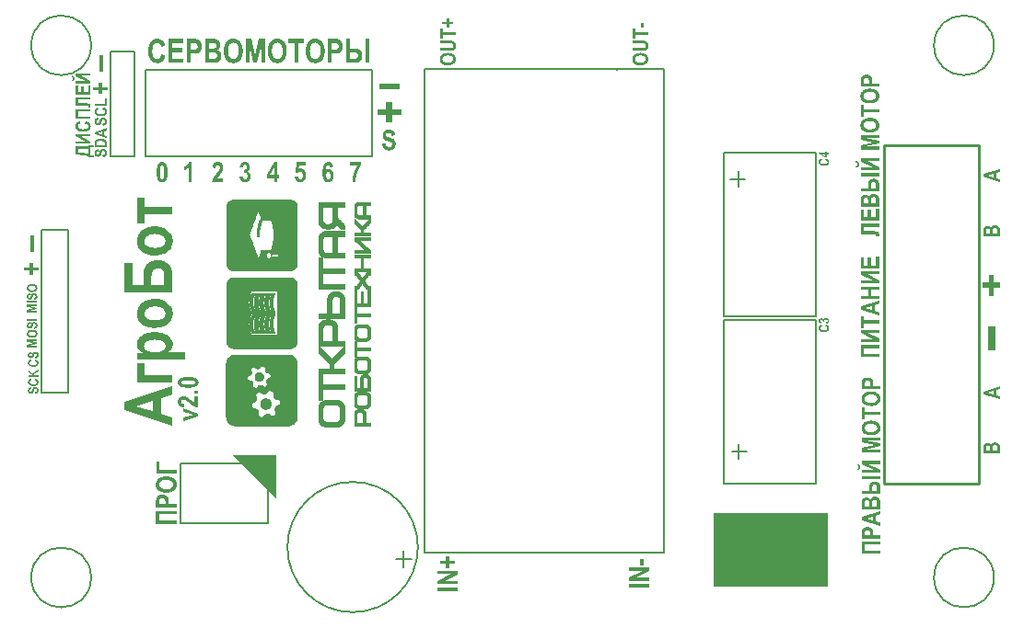
<source format=gto>
G04 Layer_Color=65535*
%FSLAX43Y43*%
%MOMM*%
G71*
G01*
G75*
%ADD10C,0.200*%
%ADD60C,0.150*%
%ADD61C,0.025*%
%ADD62C,0.254*%
%ADD63R,0.700X2.300*%
%ADD64R,1.900X0.500*%
%ADD65R,10.600X6.900*%
%ADD66R,0.400X1.500*%
G36*
X57084Y54123D02*
X56807D01*
Y54570D01*
X57084D01*
Y54123D01*
D02*
G37*
G36*
X12813Y41779D02*
X12832Y41777D01*
X12855Y41771D01*
X12907Y41755D01*
X12935Y41743D01*
X12966Y41730D01*
X12993Y41713D01*
X13024Y41693D01*
X13055Y41668D01*
X13085Y41638D01*
X13113Y41607D01*
X13141Y41569D01*
X13143Y41566D01*
X13146Y41557D01*
X13155Y41546D01*
X13163Y41527D01*
X13174Y41502D01*
X13185Y41474D01*
X13196Y41438D01*
X13210Y41396D01*
X13224Y41346D01*
X13235Y41294D01*
X13246Y41233D01*
X13257Y41163D01*
X13266Y41091D01*
X13274Y41008D01*
X13277Y40922D01*
X13279Y40824D01*
Y40822D01*
Y40819D01*
Y40811D01*
Y40802D01*
Y40775D01*
X13277Y40738D01*
Y40694D01*
X13271Y40647D01*
X13268Y40591D01*
X13263Y40533D01*
X13246Y40411D01*
X13221Y40286D01*
X13204Y40228D01*
X13188Y40175D01*
X13166Y40125D01*
X13141Y40080D01*
X13138Y40078D01*
X13135Y40072D01*
X13127Y40061D01*
X13116Y40047D01*
X13102Y40030D01*
X13085Y40014D01*
X13043Y39975D01*
X12991Y39936D01*
X12930Y39903D01*
X12896Y39889D01*
X12860Y39878D01*
X12821Y39872D01*
X12780Y39869D01*
X12769D01*
X12758Y39872D01*
X12744D01*
X12724Y39875D01*
X12702Y39881D01*
X12649Y39894D01*
X12621Y39906D01*
X12591Y39919D01*
X12563Y39936D01*
X12533Y39958D01*
X12502Y39981D01*
X12472Y40008D01*
X12444Y40042D01*
X12416Y40078D01*
X12413Y40080D01*
X12410Y40089D01*
X12405Y40100D01*
X12394Y40119D01*
X12385Y40144D01*
X12374Y40172D01*
X12361Y40208D01*
X12349Y40250D01*
X12336Y40300D01*
X12324Y40353D01*
X12311Y40414D01*
X12302Y40483D01*
X12294Y40558D01*
X12286Y40641D01*
X12283Y40730D01*
X12280Y40827D01*
Y40830D01*
Y40833D01*
Y40841D01*
Y40849D01*
Y40877D01*
X12283Y40913D01*
X12286Y40955D01*
X12288Y41005D01*
X12291Y41060D01*
X12297Y41119D01*
X12313Y41241D01*
X12338Y41363D01*
X12352Y41421D01*
X12372Y41474D01*
X12391Y41524D01*
X12416Y41569D01*
X12419Y41571D01*
X12422Y41577D01*
X12430Y41588D01*
X12441Y41602D01*
X12455Y41618D01*
X12472Y41635D01*
X12513Y41677D01*
X12566Y41716D01*
X12627Y41749D01*
X12660Y41763D01*
X12696Y41774D01*
X12735Y41779D01*
X12777Y41782D01*
X12799D01*
X12813Y41779D01*
D02*
G37*
G36*
X22219Y50900D02*
X21883D01*
Y52626D01*
X21520Y50900D01*
X21173D01*
X20817Y52626D01*
Y50900D01*
X20480D01*
Y53089D01*
X21021D01*
X21348Y51590D01*
X21672Y53089D01*
X22219D01*
Y50900D01*
D02*
G37*
G36*
X12394Y53122D02*
X12420Y53118D01*
X12449Y53115D01*
X12481Y53109D01*
X12517Y53099D01*
X12598Y53073D01*
X12640Y53057D01*
X12682Y53037D01*
X12724Y53012D01*
X12766Y52982D01*
X12808Y52950D01*
X12847Y52914D01*
X12850D01*
X12854Y52908D01*
X12860Y52898D01*
X12870Y52888D01*
X12883Y52872D01*
X12896Y52853D01*
X12912Y52830D01*
X12928Y52804D01*
X12944Y52775D01*
X12964Y52746D01*
X12980Y52710D01*
X12999Y52671D01*
X13016Y52626D01*
X13032Y52581D01*
X13048Y52532D01*
X13061Y52480D01*
X12701Y52377D01*
Y52380D01*
X12698Y52383D01*
Y52393D01*
X12695Y52406D01*
X12685Y52438D01*
X12672Y52477D01*
X12653Y52522D01*
X12627Y52568D01*
X12598Y52610D01*
X12562Y52649D01*
X12559Y52652D01*
X12546Y52665D01*
X12523Y52681D01*
X12494Y52697D01*
X12459Y52717D01*
X12420Y52730D01*
X12374Y52743D01*
X12323Y52746D01*
X12303D01*
X12290Y52743D01*
X12255Y52736D01*
X12209Y52723D01*
X12157Y52704D01*
X12102Y52671D01*
X12076Y52652D01*
X12051Y52629D01*
X12025Y52603D01*
X11999Y52571D01*
Y52568D01*
X11992Y52565D01*
X11989Y52552D01*
X11979Y52539D01*
X11970Y52519D01*
X11960Y52497D01*
X11950Y52467D01*
X11937Y52435D01*
X11924Y52399D01*
X11915Y52357D01*
X11905Y52309D01*
X11895Y52257D01*
X11889Y52202D01*
X11882Y52140D01*
X11876Y52072D01*
Y52001D01*
Y51998D01*
Y51982D01*
Y51962D01*
X11879Y51933D01*
Y51901D01*
X11882Y51862D01*
X11885Y51820D01*
X11892Y51774D01*
X11905Y51677D01*
X11927Y51580D01*
X11940Y51535D01*
X11957Y51489D01*
X11976Y51451D01*
X11995Y51415D01*
Y51412D01*
X12002Y51408D01*
X12018Y51389D01*
X12044Y51360D01*
X12083Y51331D01*
X12128Y51298D01*
X12180Y51269D01*
X12245Y51250D01*
X12277Y51247D01*
X12313Y51243D01*
X12319D01*
X12336Y51247D01*
X12365Y51250D01*
X12397Y51256D01*
X12436Y51269D01*
X12478Y51289D01*
X12520Y51318D01*
X12559Y51353D01*
X12562Y51360D01*
X12575Y51376D01*
X12595Y51402D01*
X12617Y51441D01*
X12643Y51489D01*
X12666Y51551D01*
X12692Y51622D01*
X12711Y51710D01*
X13064Y51574D01*
Y51570D01*
X13061Y51557D01*
X13054Y51538D01*
X13048Y51512D01*
X13038Y51483D01*
X13029Y51447D01*
X13016Y51408D01*
X12999Y51366D01*
X12961Y51279D01*
X12912Y51188D01*
X12857Y51104D01*
X12825Y51068D01*
X12789Y51033D01*
X12786Y51030D01*
X12779Y51026D01*
X12769Y51017D01*
X12753Y51007D01*
X12737Y50994D01*
X12714Y50981D01*
X12689Y50965D01*
X12659Y50949D01*
X12627Y50932D01*
X12591Y50916D01*
X12510Y50890D01*
X12420Y50871D01*
X12371Y50868D01*
X12319Y50864D01*
X12303D01*
X12287Y50868D01*
X12261D01*
X12232Y50874D01*
X12196Y50877D01*
X12157Y50887D01*
X12115Y50897D01*
X12070Y50913D01*
X12025Y50929D01*
X11979Y50952D01*
X11931Y50978D01*
X11882Y51010D01*
X11837Y51046D01*
X11791Y51085D01*
X11749Y51133D01*
X11746Y51136D01*
X11740Y51146D01*
X11727Y51166D01*
X11710Y51191D01*
X11691Y51221D01*
X11672Y51259D01*
X11649Y51305D01*
X11626Y51357D01*
X11600Y51412D01*
X11578Y51476D01*
X11558Y51544D01*
X11539Y51619D01*
X11523Y51700D01*
X11510Y51787D01*
X11503Y51878D01*
X11500Y51975D01*
Y51978D01*
Y51982D01*
Y52001D01*
X11503Y52030D01*
Y52066D01*
X11506Y52114D01*
X11513Y52169D01*
X11523Y52228D01*
X11532Y52293D01*
X11545Y52364D01*
X11562Y52435D01*
X11581Y52506D01*
X11607Y52581D01*
X11636Y52652D01*
X11668Y52720D01*
X11707Y52788D01*
X11753Y52850D01*
X11756Y52853D01*
X11762Y52863D01*
X11775Y52875D01*
X11791Y52892D01*
X11814Y52914D01*
X11840Y52937D01*
X11872Y52963D01*
X11908Y52989D01*
X11947Y53012D01*
X11992Y53037D01*
X12041Y53060D01*
X12093Y53083D01*
X12151Y53099D01*
X12209Y53112D01*
X12274Y53122D01*
X12342Y53125D01*
X12371D01*
X12394Y53122D01*
D02*
G37*
G36*
X6200Y44127D02*
X5305D01*
X6200Y43675D01*
Y43443D01*
X4825D01*
Y43661D01*
X5742D01*
X4825Y44110D01*
Y44344D01*
X6200D01*
Y44127D01*
D02*
G37*
G36*
X56271Y53691D02*
X57467D01*
Y53453D01*
X56271D01*
Y53101D01*
X56028D01*
Y54040D01*
X56271D01*
Y53691D01*
D02*
G37*
G36*
X6499Y43099D02*
X6200D01*
Y42387D01*
X6499D01*
Y42200D01*
X5968D01*
Y42294D01*
X5966D01*
X5962Y42296D01*
X5954Y42300D01*
X5942Y42302D01*
X5927Y42308D01*
X5911Y42312D01*
X5893Y42318D01*
X5870Y42324D01*
X5846Y42332D01*
X5820Y42338D01*
X5791Y42346D01*
X5761Y42353D01*
X5693Y42367D01*
X5620Y42379D01*
X5618D01*
X5610Y42381D01*
X5598D01*
X5582Y42383D01*
X5559Y42387D01*
X5535Y42389D01*
X5502Y42391D01*
X5468Y42395D01*
X5427Y42397D01*
X5380Y42399D01*
X5331Y42403D01*
X5276Y42405D01*
X5217Y42408D01*
X5152D01*
X5083Y42410D01*
X4825D01*
Y43189D01*
X5968D01*
Y43286D01*
X6499D01*
Y43099D01*
D02*
G37*
G36*
X1300Y25301D02*
X561D01*
X1300Y25145D01*
Y24997D01*
X561Y24844D01*
X1300D01*
Y24700D01*
X363D01*
Y24932D01*
X1005Y25072D01*
X363Y25210D01*
Y25445D01*
X1300D01*
Y25301D01*
D02*
G37*
G36*
X30060Y52218D02*
X30597D01*
X30620Y52215D01*
X30643Y52212D01*
X30672Y52208D01*
X30737Y52195D01*
X30808Y52173D01*
X30847Y52160D01*
X30882Y52140D01*
X30921Y52118D01*
X30957Y52095D01*
X30993Y52066D01*
X31025Y52033D01*
X31028Y52030D01*
X31031Y52024D01*
X31041Y52014D01*
X31051Y52001D01*
X31064Y51982D01*
X31077Y51959D01*
X31093Y51933D01*
X31109Y51904D01*
X31125Y51872D01*
X31142Y51833D01*
X31154Y51794D01*
X31167Y51752D01*
X31187Y51655D01*
X31190Y51603D01*
X31193Y51548D01*
Y51544D01*
Y51538D01*
Y51525D01*
X31190Y51506D01*
Y51483D01*
X31187Y51457D01*
X31177Y51399D01*
X31161Y51327D01*
X31135Y51253D01*
X31103Y51175D01*
X31057Y51098D01*
Y51094D01*
X31051Y51088D01*
X31041Y51078D01*
X31031Y51068D01*
X31015Y51052D01*
X30996Y51036D01*
X30973Y51017D01*
X30947Y51000D01*
X30915Y50981D01*
X30879Y50962D01*
X30840Y50945D01*
X30795Y50932D01*
X30746Y50919D01*
X30691Y50910D01*
X30636Y50903D01*
X30572Y50900D01*
X29697D01*
Y53089D01*
X30060D01*
Y52218D01*
D02*
G37*
G36*
X28768Y53086D02*
X28842Y53083D01*
X28910Y53076D01*
X28943Y53073D01*
X28972Y53067D01*
X28998Y53063D01*
X29020Y53057D01*
X29024D01*
X29027Y53054D01*
X29046Y53047D01*
X29075Y53031D01*
X29114Y53012D01*
X29153Y52982D01*
X29198Y52943D01*
X29240Y52898D01*
X29283Y52840D01*
Y52837D01*
X29286Y52833D01*
X29292Y52824D01*
X29299Y52811D01*
X29309Y52795D01*
X29315Y52775D01*
X29325Y52752D01*
X29338Y52723D01*
X29357Y52662D01*
X29373Y52590D01*
X29386Y52506D01*
X29389Y52412D01*
Y52409D01*
Y52403D01*
Y52390D01*
Y52374D01*
X29386Y52354D01*
Y52328D01*
X29380Y52273D01*
X29367Y52212D01*
X29351Y52144D01*
X29328Y52079D01*
X29299Y52014D01*
Y52011D01*
X29296Y52008D01*
X29283Y51988D01*
X29263Y51959D01*
X29237Y51927D01*
X29205Y51891D01*
X29166Y51852D01*
X29121Y51820D01*
X29072Y51791D01*
X29066Y51787D01*
X29059Y51784D01*
X29046Y51781D01*
X29030Y51774D01*
X29014Y51771D01*
X28991Y51765D01*
X28965Y51758D01*
X28936Y51752D01*
X28900Y51745D01*
X28865Y51742D01*
X28823Y51736D01*
X28777Y51732D01*
X28726Y51729D01*
X28671Y51726D01*
X28376D01*
Y50900D01*
X28013D01*
Y53089D01*
X28703D01*
X28768Y53086D01*
D02*
G37*
G36*
X25830Y52720D02*
X25299D01*
Y50900D01*
X24937D01*
Y52720D01*
X24402D01*
Y53089D01*
X25830D01*
Y52720D01*
D02*
G37*
G36*
X31844Y50900D02*
X31482D01*
Y53089D01*
X31844D01*
Y50900D01*
D02*
G37*
G36*
X870Y26312D02*
X890Y26310D01*
X913Y26307D01*
X938Y26303D01*
X966Y26299D01*
X995Y26293D01*
X1024Y26287D01*
X1055Y26277D01*
X1085Y26266D01*
X1116Y26253D01*
X1145Y26238D01*
X1172Y26221D01*
X1199Y26202D01*
X1200Y26201D01*
X1204Y26198D01*
X1210Y26192D01*
X1217Y26184D01*
X1225Y26174D01*
X1236Y26163D01*
X1246Y26149D01*
X1257Y26133D01*
X1268Y26115D01*
X1278Y26095D01*
X1288Y26074D01*
X1297Y26051D01*
X1304Y26026D01*
X1310Y25998D01*
X1314Y25970D01*
X1315Y25940D01*
Y25938D01*
Y25933D01*
X1314Y25923D01*
Y25912D01*
X1311Y25898D01*
X1310Y25882D01*
X1306Y25864D01*
X1301Y25844D01*
X1294Y25823D01*
X1288Y25803D01*
X1278Y25780D01*
X1267Y25758D01*
X1253Y25737D01*
X1238Y25715D01*
X1221Y25696D01*
X1200Y25676D01*
X1199Y25675D01*
X1195Y25672D01*
X1186Y25667D01*
X1177Y25660D01*
X1163Y25651D01*
X1146Y25642D01*
X1127Y25632D01*
X1106Y25622D01*
X1081Y25611D01*
X1053Y25601D01*
X1024Y25592D01*
X992Y25583D01*
X957Y25576D01*
X920Y25571D01*
X880Y25568D01*
X838Y25567D01*
X822D01*
X810Y25568D01*
X797D01*
X780Y25570D01*
X761Y25571D01*
X741Y25572D01*
X697Y25579D01*
X651Y25588D01*
X605Y25599D01*
X583Y25607D01*
X562Y25615D01*
X561D01*
X558Y25618D01*
X552Y25621D01*
X544Y25625D01*
X536Y25629D01*
X525Y25635D01*
X501Y25650D01*
X475Y25669D01*
X448Y25690D01*
X424Y25717D01*
X401Y25744D01*
Y25746D01*
X399Y25748D01*
X396Y25753D01*
X393Y25758D01*
X389Y25766D01*
X385Y25776D01*
X379Y25787D01*
X374Y25798D01*
X364Y25827D01*
X356Y25861D01*
X350Y25898D01*
X347Y25940D01*
Y25941D01*
Y25947D01*
X349Y25956D01*
Y25968D01*
X351Y25981D01*
X354Y25998D01*
X358Y26016D01*
X363Y26036D01*
X369Y26056D01*
X378Y26079D01*
X389Y26101D01*
X400Y26123D01*
X415Y26145D01*
X432Y26167D01*
X451Y26188D01*
X473Y26209D01*
X475Y26210D01*
X479Y26213D01*
X486Y26219D01*
X497Y26226D01*
X510Y26232D01*
X526Y26242D01*
X544Y26252D01*
X565Y26262D01*
X590Y26271D01*
X616Y26280D01*
X645Y26289D01*
X677Y26296D01*
X712Y26303D01*
X749Y26309D01*
X790Y26312D01*
X831Y26313D01*
X853D01*
X870Y26312D01*
D02*
G37*
G36*
X1049Y27019D02*
X1059Y27017D01*
X1071Y27016D01*
X1085Y27013D01*
X1099Y27010D01*
X1132Y27002D01*
X1167Y26988D01*
X1184Y26980D01*
X1200Y26969D01*
X1217Y26958D01*
X1233Y26944D01*
X1235Y26943D01*
X1238Y26940D01*
X1240Y26936D01*
X1246Y26930D01*
X1253Y26922D01*
X1260Y26912D01*
X1267Y26900D01*
X1274Y26887D01*
X1282Y26872D01*
X1289Y26854D01*
X1296Y26834D01*
X1303Y26814D01*
X1308Y26790D01*
X1311Y26765D01*
X1314Y26739D01*
X1315Y26710D01*
Y26708D01*
Y26707D01*
Y26703D01*
Y26697D01*
X1312Y26683D01*
X1310Y26665D01*
X1306Y26643D01*
X1299Y26618D01*
X1289Y26592D01*
X1275Y26564D01*
X1258Y26536D01*
X1236Y26508D01*
X1211Y26482D01*
X1196Y26470D01*
X1179Y26457D01*
X1161Y26446D01*
X1143Y26436D01*
X1122Y26427D01*
X1100Y26417D01*
X1075Y26410D01*
X1050Y26403D01*
X1023Y26399D01*
X994Y26395D01*
X975Y26546D01*
X977D01*
X984Y26547D01*
X992Y26549D01*
X1003Y26551D01*
X1017Y26556D01*
X1032Y26561D01*
X1049Y26568D01*
X1066Y26576D01*
X1082Y26586D01*
X1099Y26597D01*
X1114Y26611D01*
X1128Y26628D01*
X1139Y26646D01*
X1147Y26665D01*
X1154Y26689D01*
X1156Y26714D01*
Y26715D01*
Y26716D01*
Y26725D01*
X1154Y26737D01*
X1152Y26754D01*
X1147Y26771D01*
X1141Y26789D01*
X1132Y26807D01*
X1120Y26823D01*
X1118Y26825D01*
X1113Y26830D01*
X1104Y26837D01*
X1095Y26844D01*
X1081Y26852D01*
X1066Y26858D01*
X1048Y26863D01*
X1028Y26865D01*
X1023D01*
X1017Y26863D01*
X1009D01*
X992Y26858D01*
X982Y26855D01*
X974Y26850D01*
X973D01*
X970Y26847D01*
X962Y26839D01*
X956Y26833D01*
X949Y26826D01*
X944Y26816D01*
X938Y26807D01*
X937Y26805D01*
X935Y26801D01*
X931Y26791D01*
X926Y26779D01*
X923Y26771D01*
X920Y26761D01*
X916Y26750D01*
X912Y26736D01*
X906Y26722D01*
X901Y26705D01*
X895Y26687D01*
X890Y26668D01*
Y26667D01*
X888Y26664D01*
X887Y26658D01*
X884Y26651D01*
X881Y26643D01*
X878Y26635D01*
X870Y26612D01*
X860Y26589D01*
X849Y26564D01*
X837Y26542D01*
X824Y26522D01*
X823Y26521D01*
X817Y26515D01*
X810Y26507D01*
X799Y26496D01*
X787Y26485D01*
X772Y26472D01*
X754Y26460D01*
X733Y26449D01*
X730Y26447D01*
X723Y26445D01*
X711Y26440D01*
X695Y26436D01*
X677Y26431D01*
X657Y26427D01*
X633Y26424D01*
X609Y26422D01*
X597D01*
X582Y26424D01*
X564Y26427D01*
X543Y26431D01*
X519Y26438D01*
X496Y26446D01*
X472Y26457D01*
X471D01*
X469Y26459D01*
X462Y26464D01*
X451Y26471D01*
X437Y26482D01*
X422Y26496D01*
X407Y26513D01*
X392Y26531D01*
X379Y26553D01*
Y26554D01*
X378Y26556D01*
X374Y26564D01*
X369Y26578D01*
X363Y26596D01*
X357Y26618D01*
X353Y26643D01*
X349Y26673D01*
X347Y26705D01*
Y26707D01*
Y26711D01*
Y26718D01*
X349Y26728D01*
X350Y26739D01*
X351Y26753D01*
X353Y26766D01*
X357Y26783D01*
X365Y26816D01*
X379Y26852D01*
X387Y26869D01*
X397Y26887D01*
X408Y26902D01*
X422Y26918D01*
X424Y26919D01*
X425Y26920D01*
X430Y26924D01*
X436Y26930D01*
X443Y26936D01*
X453Y26943D01*
X464Y26949D01*
X476Y26956D01*
X490Y26963D01*
X505Y26972D01*
X523Y26979D01*
X541Y26984D01*
X562Y26990D01*
X583Y26994D01*
X607Y26998D01*
X632Y26999D01*
X640Y26844D01*
X637D01*
X633Y26843D01*
X627Y26841D01*
X615Y26839D01*
X598Y26834D01*
X582Y26827D01*
X564Y26820D01*
X548Y26811D01*
X534Y26798D01*
X533Y26797D01*
X530Y26793D01*
X525Y26784D01*
X519Y26773D01*
X514Y26759D01*
X508Y26743D01*
X505Y26723D01*
X504Y26701D01*
Y26698D01*
Y26691D01*
X505Y26679D01*
X507Y26665D01*
X511Y26650D01*
X515Y26635D01*
X522Y26618D01*
X530Y26604D01*
X532Y26603D01*
X534Y26599D01*
X540Y26593D01*
X548Y26587D01*
X558Y26582D01*
X569Y26576D01*
X582Y26572D01*
X595Y26571D01*
X601D01*
X608Y26572D01*
X618Y26575D01*
X627Y26578D01*
X637Y26583D01*
X648Y26592D01*
X658Y26601D01*
X659Y26603D01*
X662Y26608D01*
X668Y26617D01*
X675Y26630D01*
X679Y26640D01*
X684Y26650D01*
X688Y26661D01*
X694Y26675D01*
X700Y26689D01*
X705Y26705D01*
X711Y26723D01*
X716Y26743D01*
Y26744D01*
X718Y26748D01*
X719Y26754D01*
X722Y26762D01*
X726Y26772D01*
X729Y26783D01*
X738Y26808D01*
X749Y26836D01*
X761Y26863D01*
X774Y26890D01*
X781Y26902D01*
X788Y26912D01*
X790Y26915D01*
X795Y26920D01*
X802Y26930D01*
X813Y26943D01*
X827Y26955D01*
X844Y26969D01*
X863Y26981D01*
X884Y26992D01*
X887Y26994D01*
X895Y26997D01*
X908Y27001D01*
X924Y27006D01*
X945Y27012D01*
X970Y27016D01*
X998Y27019D01*
X1028Y27020D01*
X1039D01*
X1049Y27019D01*
D02*
G37*
G36*
X1300Y27146D02*
X363D01*
Y27302D01*
X1300D01*
Y27146D01*
D02*
G37*
G36*
X5787Y45516D02*
X5799Y45512D01*
X5815Y45508D01*
X5834Y45502D01*
X5856Y45496D01*
X5881Y45488D01*
X5907Y45478D01*
X5962Y45453D01*
X6019Y45423D01*
X6072Y45388D01*
X6094Y45368D01*
X6117Y45345D01*
X6119Y45343D01*
X6121Y45339D01*
X6127Y45333D01*
X6133Y45323D01*
X6141Y45313D01*
X6149Y45299D01*
X6159Y45282D01*
X6169Y45264D01*
X6180Y45244D01*
X6190Y45221D01*
X6206Y45170D01*
X6218Y45113D01*
X6220Y45083D01*
X6222Y45050D01*
Y45048D01*
Y45040D01*
X6220Y45030D01*
Y45014D01*
X6216Y44995D01*
X6214Y44973D01*
X6208Y44949D01*
X6202Y44922D01*
X6192Y44894D01*
X6182Y44865D01*
X6167Y44837D01*
X6151Y44806D01*
X6131Y44776D01*
X6108Y44747D01*
X6084Y44719D01*
X6054Y44692D01*
X6051Y44690D01*
X6045Y44686D01*
X6033Y44678D01*
X6017Y44668D01*
X5999Y44656D01*
X5974Y44643D01*
X5946Y44629D01*
X5913Y44615D01*
X5879Y44599D01*
X5838Y44584D01*
X5795Y44572D01*
X5748Y44560D01*
X5697Y44550D01*
X5643Y44542D01*
X5586Y44538D01*
X5525Y44536D01*
X5508D01*
X5490Y44538D01*
X5468D01*
X5437Y44540D01*
X5402Y44544D01*
X5366Y44550D01*
X5325Y44556D01*
X5280Y44564D01*
X5236Y44574D01*
X5191Y44587D01*
X5144Y44603D01*
X5099Y44621D01*
X5057Y44641D01*
X5014Y44666D01*
X4975Y44694D01*
X4973Y44696D01*
X4967Y44700D01*
X4959Y44709D01*
X4949Y44719D01*
X4935Y44733D01*
X4920Y44749D01*
X4904Y44770D01*
X4888Y44792D01*
X4873Y44816D01*
X4857Y44845D01*
X4843Y44875D01*
X4829Y44908D01*
X4819Y44945D01*
X4810Y44981D01*
X4804Y45022D01*
X4802Y45065D01*
Y45067D01*
Y45073D01*
Y45083D01*
X4804Y45097D01*
X4806Y45113D01*
X4808Y45132D01*
X4812Y45152D01*
X4819Y45174D01*
X4835Y45225D01*
X4845Y45252D01*
X4857Y45278D01*
X4873Y45305D01*
X4892Y45331D01*
X4912Y45358D01*
X4935Y45382D01*
Y45384D01*
X4939Y45386D01*
X4945Y45390D01*
X4951Y45396D01*
X4961Y45404D01*
X4973Y45413D01*
X4987Y45423D01*
X5004Y45433D01*
X5022Y45443D01*
X5040Y45455D01*
X5063Y45465D01*
X5087Y45478D01*
X5116Y45488D01*
X5144Y45498D01*
X5175Y45508D01*
X5207Y45516D01*
X5272Y45290D01*
X5270D01*
X5268Y45288D01*
X5262D01*
X5254Y45286D01*
X5234Y45280D01*
X5209Y45272D01*
X5181Y45260D01*
X5152Y45244D01*
X5126Y45225D01*
X5101Y45203D01*
X5099Y45201D01*
X5091Y45193D01*
X5081Y45179D01*
X5071Y45160D01*
X5059Y45138D01*
X5050Y45113D01*
X5042Y45085D01*
X5040Y45052D01*
Y45050D01*
Y45046D01*
Y45040D01*
X5042Y45032D01*
X5046Y45010D01*
X5055Y44981D01*
X5067Y44949D01*
X5087Y44914D01*
X5099Y44898D01*
X5114Y44882D01*
X5130Y44865D01*
X5150Y44849D01*
X5152D01*
X5154Y44845D01*
X5162Y44843D01*
X5171Y44837D01*
X5183Y44831D01*
X5197Y44825D01*
X5215Y44818D01*
X5236Y44810D01*
X5258Y44802D01*
X5284Y44796D01*
X5315Y44790D01*
X5348Y44784D01*
X5382Y44780D01*
X5421Y44776D01*
X5464Y44772D01*
X5533D01*
X5551Y44774D01*
X5571D01*
X5596Y44776D01*
X5622Y44778D01*
X5651Y44782D01*
X5712Y44790D01*
X5773Y44804D01*
X5801Y44812D01*
X5830Y44823D01*
X5854Y44835D01*
X5877Y44847D01*
X5879D01*
X5881Y44851D01*
X5893Y44861D01*
X5911Y44877D01*
X5929Y44902D01*
X5950Y44930D01*
X5968Y44963D01*
X5980Y45004D01*
X5982Y45024D01*
X5984Y45046D01*
Y45048D01*
Y45050D01*
X5982Y45061D01*
X5980Y45079D01*
X5976Y45099D01*
X5968Y45124D01*
X5956Y45150D01*
X5938Y45177D01*
X5915Y45201D01*
X5911Y45203D01*
X5901Y45211D01*
X5885Y45223D01*
X5860Y45238D01*
X5830Y45254D01*
X5791Y45268D01*
X5746Y45284D01*
X5691Y45297D01*
X5777Y45518D01*
X5779D01*
X5787Y45516D01*
D02*
G37*
G36*
X78800Y6527D02*
X77395D01*
Y5980D01*
X78800D01*
Y5700D01*
X77110D01*
Y6807D01*
X78800D01*
Y6527D01*
D02*
G37*
G36*
X12554Y13375D02*
X14100D01*
Y13064D01*
X12237D01*
Y14147D01*
X12554D01*
Y13375D01*
D02*
G37*
G36*
X13239Y12811D02*
X13278Y12809D01*
X13325Y12803D01*
X13375Y12795D01*
X13431Y12786D01*
X13489Y12775D01*
X13548Y12761D01*
X13609Y12742D01*
X13670Y12720D01*
X13731Y12695D01*
X13789Y12664D01*
X13845Y12631D01*
X13897Y12592D01*
X13900Y12589D01*
X13908Y12584D01*
X13920Y12573D01*
X13933Y12556D01*
X13950Y12537D01*
X13972Y12514D01*
X13992Y12487D01*
X14014Y12453D01*
X14036Y12417D01*
X14056Y12378D01*
X14075Y12337D01*
X14094Y12289D01*
X14108Y12240D01*
X14119Y12184D01*
X14128Y12128D01*
X14131Y12067D01*
Y12065D01*
Y12054D01*
X14128Y12034D01*
Y12012D01*
X14122Y11984D01*
X14119Y11951D01*
X14111Y11915D01*
X14103Y11876D01*
X14089Y11834D01*
X14075Y11793D01*
X14056Y11748D01*
X14033Y11704D01*
X14006Y11662D01*
X13975Y11618D01*
X13942Y11579D01*
X13900Y11540D01*
X13897Y11537D01*
X13889Y11532D01*
X13872Y11520D01*
X13853Y11507D01*
X13825Y11490D01*
X13792Y11470D01*
X13753Y11451D01*
X13711Y11432D01*
X13661Y11409D01*
X13606Y11390D01*
X13548Y11371D01*
X13484Y11354D01*
X13414Y11340D01*
X13339Y11329D01*
X13259Y11323D01*
X13176Y11321D01*
X13142D01*
X13120Y11323D01*
X13092D01*
X13059Y11326D01*
X13020Y11329D01*
X12981Y11332D01*
X12892Y11346D01*
X12801Y11362D01*
X12709Y11384D01*
X12665Y11401D01*
X12623Y11418D01*
X12620D01*
X12615Y11423D01*
X12604Y11429D01*
X12587Y11437D01*
X12570Y11446D01*
X12548Y11457D01*
X12501Y11487D01*
X12448Y11526D01*
X12395Y11568D01*
X12345Y11620D01*
X12301Y11676D01*
Y11679D01*
X12295Y11684D01*
X12290Y11693D01*
X12284Y11704D01*
X12276Y11720D01*
X12268Y11740D01*
X12257Y11762D01*
X12245Y11784D01*
X12226Y11843D01*
X12209Y11909D01*
X12198Y11984D01*
X12193Y12067D01*
Y12070D01*
Y12081D01*
X12196Y12101D01*
Y12123D01*
X12201Y12151D01*
X12207Y12184D01*
X12215Y12220D01*
X12223Y12259D01*
X12237Y12301D01*
X12254Y12345D01*
X12276Y12389D01*
X12298Y12434D01*
X12329Y12478D01*
X12362Y12523D01*
X12401Y12564D01*
X12445Y12606D01*
X12448Y12609D01*
X12456Y12614D01*
X12470Y12625D01*
X12493Y12639D01*
X12518Y12653D01*
X12551Y12673D01*
X12587Y12692D01*
X12629Y12711D01*
X12679Y12731D01*
X12731Y12748D01*
X12790Y12767D01*
X12853Y12781D01*
X12923Y12795D01*
X12998Y12806D01*
X13078Y12811D01*
X13162Y12814D01*
X13206D01*
X13239Y12811D01*
D02*
G37*
G36*
X77678Y8152D02*
X77698D01*
X77740Y8147D01*
X77788Y8137D01*
X77840Y8124D01*
X77890Y8107D01*
X77940Y8084D01*
X77943D01*
X77945Y8082D01*
X77960Y8072D01*
X77983Y8057D01*
X78008Y8037D01*
X78035Y8012D01*
X78065Y7982D01*
X78090Y7947D01*
X78113Y7909D01*
X78115Y7904D01*
X78118Y7899D01*
X78120Y7889D01*
X78125Y7877D01*
X78128Y7864D01*
X78133Y7847D01*
X78138Y7827D01*
X78143Y7804D01*
X78148Y7777D01*
X78150Y7749D01*
X78155Y7717D01*
X78158Y7682D01*
X78160Y7642D01*
X78163Y7600D01*
Y7555D01*
Y7372D01*
X78800D01*
Y7092D01*
X77110D01*
Y7540D01*
Y7542D01*
Y7550D01*
Y7565D01*
Y7580D01*
Y7600D01*
Y7625D01*
X77113Y7674D01*
X77115Y7732D01*
X77120Y7784D01*
X77123Y7809D01*
X77128Y7832D01*
X77130Y7852D01*
X77135Y7869D01*
Y7872D01*
X77138Y7874D01*
X77143Y7889D01*
X77155Y7912D01*
X77170Y7942D01*
X77193Y7972D01*
X77223Y8007D01*
X77258Y8039D01*
X77303Y8072D01*
X77305D01*
X77308Y8074D01*
X77315Y8079D01*
X77325Y8084D01*
X77338Y8092D01*
X77353Y8097D01*
X77370Y8104D01*
X77393Y8114D01*
X77440Y8129D01*
X77495Y8142D01*
X77560Y8152D01*
X77633Y8154D01*
X77663D01*
X77678Y8152D01*
D02*
G37*
G36*
X39186Y54655D02*
X39560D01*
Y54449D01*
X39186D01*
Y54140D01*
X38928D01*
Y54449D01*
X38554D01*
Y54655D01*
X38928D01*
Y54966D01*
X39186D01*
Y54655D01*
D02*
G37*
G36*
X78800Y9334D02*
X78418Y9214D01*
Y8654D01*
X78800Y8542D01*
Y8244D01*
X77110Y8782D01*
Y9079D01*
X78800Y9636D01*
Y9334D01*
D02*
G37*
G36*
X56807Y51807D02*
X56837Y51805D01*
X56873Y51801D01*
X56911Y51795D01*
X56954Y51788D01*
X56999Y51780D01*
X57043Y51769D01*
X57090Y51754D01*
X57137Y51737D01*
X57184Y51718D01*
X57229Y51694D01*
X57271Y51669D01*
X57312Y51639D01*
X57314Y51637D01*
X57320Y51633D01*
X57329Y51624D01*
X57339Y51611D01*
X57352Y51597D01*
X57369Y51580D01*
X57384Y51558D01*
X57401Y51533D01*
X57418Y51505D01*
X57433Y51475D01*
X57448Y51443D01*
X57463Y51407D01*
X57473Y51369D01*
X57482Y51326D01*
X57488Y51284D01*
X57490Y51237D01*
Y51235D01*
Y51226D01*
X57488Y51211D01*
Y51194D01*
X57484Y51173D01*
X57482Y51147D01*
X57475Y51120D01*
X57469Y51090D01*
X57458Y51058D01*
X57448Y51026D01*
X57433Y50992D01*
X57416Y50958D01*
X57395Y50926D01*
X57371Y50892D01*
X57346Y50862D01*
X57314Y50832D01*
X57312Y50830D01*
X57305Y50826D01*
X57292Y50818D01*
X57278Y50807D01*
X57256Y50794D01*
X57231Y50779D01*
X57201Y50764D01*
X57169Y50749D01*
X57131Y50732D01*
X57088Y50717D01*
X57043Y50703D01*
X56994Y50690D01*
X56941Y50679D01*
X56884Y50671D01*
X56822Y50666D01*
X56758Y50664D01*
X56733D01*
X56716Y50666D01*
X56694D01*
X56669Y50669D01*
X56639Y50671D01*
X56609Y50673D01*
X56541Y50683D01*
X56471Y50696D01*
X56401Y50713D01*
X56367Y50726D01*
X56335Y50739D01*
X56332D01*
X56328Y50743D01*
X56320Y50747D01*
X56307Y50754D01*
X56294Y50760D01*
X56277Y50769D01*
X56241Y50792D01*
X56200Y50822D01*
X56160Y50854D01*
X56122Y50894D01*
X56088Y50937D01*
Y50939D01*
X56083Y50943D01*
X56079Y50950D01*
X56075Y50958D01*
X56069Y50971D01*
X56062Y50986D01*
X56054Y51003D01*
X56045Y51020D01*
X56030Y51064D01*
X56017Y51116D01*
X56009Y51173D01*
X56005Y51237D01*
Y51239D01*
Y51248D01*
X56007Y51262D01*
Y51279D01*
X56011Y51301D01*
X56015Y51326D01*
X56022Y51354D01*
X56028Y51384D01*
X56039Y51416D01*
X56051Y51450D01*
X56069Y51484D01*
X56086Y51518D01*
X56109Y51552D01*
X56135Y51586D01*
X56164Y51618D01*
X56198Y51650D01*
X56200Y51652D01*
X56207Y51656D01*
X56218Y51665D01*
X56235Y51675D01*
X56254Y51686D01*
X56279Y51701D01*
X56307Y51716D01*
X56339Y51731D01*
X56377Y51746D01*
X56418Y51758D01*
X56462Y51773D01*
X56511Y51784D01*
X56564Y51795D01*
X56622Y51803D01*
X56684Y51807D01*
X56748Y51809D01*
X56782D01*
X56807Y51807D01*
D02*
G37*
G36*
X56882Y52933D02*
X56911D01*
X56945Y52931D01*
X57014Y52927D01*
X57082Y52923D01*
X57116Y52918D01*
X57148Y52914D01*
X57177Y52910D01*
X57203Y52903D01*
X57205D01*
X57209Y52901D01*
X57216Y52899D01*
X57224Y52897D01*
X57248Y52889D01*
X57278Y52874D01*
X57309Y52855D01*
X57346Y52831D01*
X57380Y52801D01*
X57412Y52763D01*
Y52761D01*
X57416Y52759D01*
X57418Y52752D01*
X57424Y52744D01*
X57431Y52733D01*
X57437Y52720D01*
X57444Y52703D01*
X57450Y52686D01*
X57465Y52646D01*
X57478Y52597D01*
X57486Y52542D01*
X57490Y52478D01*
Y52476D01*
Y52469D01*
Y52461D01*
X57488Y52448D01*
Y52431D01*
X57486Y52414D01*
X57482Y52371D01*
X57473Y52327D01*
X57463Y52278D01*
X57446Y52231D01*
X57424Y52188D01*
Y52186D01*
X57422Y52184D01*
X57412Y52171D01*
X57397Y52152D01*
X57375Y52131D01*
X57350Y52105D01*
X57318Y52080D01*
X57282Y52056D01*
X57239Y52037D01*
X57237D01*
X57233Y52035D01*
X57226Y52033D01*
X57216Y52031D01*
X57201Y52027D01*
X57184Y52022D01*
X57163Y52018D01*
X57139Y52016D01*
X57109Y52012D01*
X57077Y52007D01*
X57041Y52003D01*
X57001Y51999D01*
X56956Y51997D01*
X56907Y51995D01*
X56854Y51992D01*
X56028D01*
Y52231D01*
X56867D01*
X56905Y52233D01*
X56943D01*
X56984Y52235D01*
X57018Y52237D01*
X57031D01*
X57043Y52239D01*
X57048D01*
X57058Y52244D01*
X57075Y52248D01*
X57097Y52254D01*
X57122Y52265D01*
X57146Y52278D01*
X57169Y52293D01*
X57190Y52314D01*
X57192Y52316D01*
X57199Y52325D01*
X57207Y52337D01*
X57216Y52356D01*
X57224Y52378D01*
X57233Y52405D01*
X57239Y52437D01*
X57241Y52471D01*
Y52476D01*
Y52486D01*
X57239Y52501D01*
X57237Y52520D01*
X57233Y52542D01*
X57226Y52563D01*
X57218Y52584D01*
X57205Y52605D01*
X57203Y52608D01*
X57199Y52614D01*
X57190Y52623D01*
X57180Y52633D01*
X57165Y52646D01*
X57148Y52657D01*
X57129Y52667D01*
X57105Y52676D01*
X57101D01*
X57092Y52680D01*
X57084D01*
X57073Y52682D01*
X57060Y52684D01*
X57046Y52686D01*
X57028Y52689D01*
X57007Y52691D01*
X56984Y52693D01*
X56958D01*
X56931Y52695D01*
X56899Y52697D01*
X56028D01*
Y52935D01*
X56854D01*
X56882Y52933D01*
D02*
G37*
G36*
X6200Y47958D02*
X4825D01*
Y48796D01*
X5057D01*
Y48186D01*
X5362D01*
Y48753D01*
X5594D01*
Y48186D01*
X5968D01*
Y48816D01*
X6200D01*
Y47958D01*
D02*
G37*
G36*
Y47494D02*
X5057D01*
Y47158D01*
X5726D01*
X5748Y47156D01*
X5775D01*
X5830Y47154D01*
X5887Y47152D01*
X5940Y47148D01*
X5964Y47146D01*
X5986Y47144D01*
X5990D01*
X5997Y47142D01*
X6005D01*
X6025Y47136D01*
X6047Y47130D01*
X6076Y47122D01*
X6102Y47109D01*
X6129Y47095D01*
X6153Y47077D01*
X6155Y47075D01*
X6161Y47067D01*
X6172Y47054D01*
X6182Y47036D01*
X6192Y47012D01*
X6202Y46981D01*
X6208Y46947D01*
X6210Y46904D01*
Y46902D01*
Y46898D01*
Y46888D01*
X6208Y46873D01*
Y46853D01*
X6206Y46829D01*
X6204Y46798D01*
X6200Y46761D01*
X5984D01*
Y46810D01*
Y46814D01*
Y46822D01*
X5982Y46835D01*
Y46849D01*
X5974Y46881D01*
X5970Y46896D01*
X5962Y46906D01*
X5960Y46908D01*
X5956Y46910D01*
X5950Y46914D01*
X5938Y46918D01*
X5921Y46922D01*
X5901Y46926D01*
X5874Y46930D01*
X4825D01*
Y47722D01*
X6200D01*
Y47494D01*
D02*
G37*
G36*
Y46389D02*
X5057D01*
Y45944D01*
X6200D01*
Y45716D01*
X4825D01*
Y46617D01*
X6200D01*
Y46389D01*
D02*
G37*
G36*
Y49693D02*
X5305D01*
X6200Y49242D01*
Y49010D01*
X4825D01*
Y49227D01*
X5742D01*
X4825Y49677D01*
Y49911D01*
X6200D01*
Y49693D01*
D02*
G37*
G36*
X12853Y11123D02*
X12876D01*
X12923Y11118D01*
X12976Y11107D01*
X13034Y11093D01*
X13089Y11073D01*
X13145Y11049D01*
X13148D01*
X13151Y11046D01*
X13167Y11035D01*
X13192Y11018D01*
X13220Y10996D01*
X13250Y10968D01*
X13284Y10935D01*
X13312Y10896D01*
X13337Y10854D01*
X13339Y10849D01*
X13342Y10843D01*
X13345Y10832D01*
X13350Y10818D01*
X13353Y10804D01*
X13359Y10785D01*
X13364Y10763D01*
X13370Y10738D01*
X13375Y10707D01*
X13378Y10677D01*
X13384Y10640D01*
X13387Y10602D01*
X13389Y10557D01*
X13392Y10510D01*
Y10460D01*
Y10257D01*
X14100D01*
Y9946D01*
X12223D01*
Y10443D01*
Y10446D01*
Y10454D01*
Y10471D01*
Y10488D01*
Y10510D01*
Y10538D01*
X12226Y10593D01*
X12229Y10657D01*
X12234Y10715D01*
X12237Y10743D01*
X12243Y10768D01*
X12245Y10790D01*
X12251Y10810D01*
Y10813D01*
X12254Y10815D01*
X12259Y10832D01*
X12273Y10857D01*
X12290Y10890D01*
X12315Y10924D01*
X12348Y10962D01*
X12387Y10999D01*
X12437Y11035D01*
X12440D01*
X12443Y11037D01*
X12451Y11043D01*
X12462Y11049D01*
X12476Y11057D01*
X12493Y11062D01*
X12512Y11071D01*
X12537Y11082D01*
X12590Y11098D01*
X12651Y11112D01*
X12723Y11123D01*
X12804Y11126D01*
X12837D01*
X12853Y11123D01*
D02*
G37*
G36*
X14100Y9319D02*
X12540D01*
Y8711D01*
X14100D01*
Y8400D01*
X12223D01*
Y9630D01*
X14100D01*
Y9319D01*
D02*
G37*
G36*
X4473Y49701D02*
X4483D01*
X4505Y49697D01*
X4536Y49689D01*
X4568Y49681D01*
X4603Y49667D01*
X4635Y49648D01*
X4664Y49626D01*
X4666Y49624D01*
X4674Y49614D01*
X4686Y49600D01*
X4699Y49581D01*
X4711Y49557D01*
X4723Y49530D01*
X4731Y49498D01*
X4733Y49463D01*
Y49461D01*
Y49459D01*
X4731Y49447D01*
X4729Y49429D01*
X4725Y49404D01*
X4717Y49378D01*
X4705Y49351D01*
X4686Y49323D01*
X4664Y49296D01*
X4660Y49294D01*
X4650Y49286D01*
X4633Y49276D01*
X4611Y49264D01*
X4583Y49250D01*
X4548Y49237D01*
X4507Y49229D01*
X4460Y49223D01*
Y49329D01*
X4467D01*
X4473Y49331D01*
X4481Y49333D01*
X4503Y49339D01*
X4528Y49349D01*
X4552Y49366D01*
X4564Y49378D01*
X4574Y49390D01*
X4583Y49404D01*
X4589Y49423D01*
X4593Y49441D01*
X4595Y49463D01*
Y49465D01*
Y49469D01*
Y49476D01*
X4593Y49484D01*
X4587Y49502D01*
X4578Y49526D01*
X4562Y49551D01*
X4552Y49561D01*
X4538Y49571D01*
X4524Y49581D01*
X4505Y49587D01*
X4485Y49594D01*
X4460Y49598D01*
Y49703D01*
X4467D01*
X4473Y49701D01*
D02*
G37*
G36*
X12223Y29157D02*
X12274D01*
X12391Y29137D01*
X12527Y29118D01*
X12676Y29085D01*
X12832Y29040D01*
X12981Y28975D01*
X12987D01*
X13000Y28969D01*
X13020Y28956D01*
X13046Y28943D01*
X13117Y28898D01*
X13201Y28846D01*
X13298Y28774D01*
X13402Y28690D01*
X13493Y28593D01*
X13577Y28483D01*
Y28476D01*
X13583Y28470D01*
X13609Y28431D01*
X13635Y28366D01*
X13674Y28288D01*
X13706Y28185D01*
X13739Y28075D01*
X13765Y27951D01*
X13771Y27815D01*
Y27809D01*
Y27790D01*
Y27757D01*
X13765Y27718D01*
X13758Y27673D01*
X13745Y27615D01*
X13732Y27550D01*
X13713Y27478D01*
X13661Y27329D01*
X13629Y27252D01*
X13583Y27167D01*
X13532Y27090D01*
X13473Y27005D01*
X13408Y26928D01*
X13331Y26856D01*
X13324Y26850D01*
X13311Y26837D01*
X13285Y26824D01*
X13246Y26798D01*
X13201Y26766D01*
X13149Y26733D01*
X13084Y26701D01*
X13007Y26669D01*
X12922Y26630D01*
X12832Y26597D01*
X12728Y26565D01*
X12611Y26532D01*
X12495Y26507D01*
X12359Y26494D01*
X12223Y26481D01*
X12074Y26474D01*
X11996D01*
X11951Y26481D01*
X11905Y26487D01*
X11795Y26500D01*
X11659Y26520D01*
X11516Y26552D01*
X11374Y26597D01*
X11225Y26656D01*
X11218D01*
X11205Y26662D01*
X11186Y26675D01*
X11160Y26688D01*
X11095Y26733D01*
X11011Y26785D01*
X10914Y26856D01*
X10823Y26941D01*
X10726Y27038D01*
X10648Y27142D01*
Y27148D01*
X10642Y27155D01*
X10616Y27193D01*
X10583Y27258D01*
X10551Y27336D01*
X10512Y27440D01*
X10486Y27550D01*
X10460Y27679D01*
X10454Y27815D01*
Y27822D01*
Y27841D01*
Y27874D01*
X10460Y27919D01*
X10467Y27971D01*
X10480Y28036D01*
X10493Y28101D01*
X10512Y28172D01*
X10538Y28250D01*
X10577Y28334D01*
X10616Y28412D01*
X10661Y28496D01*
X10719Y28580D01*
X10784Y28658D01*
X10862Y28729D01*
X10946Y28800D01*
X10953Y28807D01*
X10966Y28813D01*
X10998Y28833D01*
X11030Y28859D01*
X11082Y28885D01*
X11134Y28917D01*
X11199Y28949D01*
X11277Y28982D01*
X11354Y29014D01*
X11445Y29047D01*
X11536Y29079D01*
X11640Y29105D01*
X11860Y29150D01*
X11976Y29157D01*
X12100Y29163D01*
X12184D01*
X12223Y29157D01*
D02*
G37*
G36*
X1118Y23568D02*
X1127Y23566D01*
X1138Y23563D01*
X1150Y23559D01*
X1166Y23555D01*
X1182Y23549D01*
X1200Y23542D01*
X1238Y23525D01*
X1277Y23505D01*
X1313Y23481D01*
X1328Y23467D01*
X1343Y23452D01*
X1345Y23451D01*
X1346Y23448D01*
X1350Y23444D01*
X1354Y23437D01*
X1360Y23430D01*
X1365Y23420D01*
X1372Y23409D01*
X1379Y23396D01*
X1386Y23383D01*
X1393Y23367D01*
X1404Y23333D01*
X1412Y23294D01*
X1414Y23273D01*
X1415Y23251D01*
Y23249D01*
Y23244D01*
X1414Y23237D01*
Y23226D01*
X1411Y23213D01*
X1410Y23198D01*
X1406Y23182D01*
X1401Y23163D01*
X1394Y23144D01*
X1388Y23125D01*
X1378Y23105D01*
X1367Y23084D01*
X1353Y23064D01*
X1338Y23044D01*
X1321Y23025D01*
X1300Y23007D01*
X1299Y23005D01*
X1295Y23003D01*
X1286Y22997D01*
X1275Y22990D01*
X1263Y22982D01*
X1246Y22973D01*
X1227Y22964D01*
X1204Y22954D01*
X1181Y22943D01*
X1153Y22933D01*
X1124Y22925D01*
X1092Y22917D01*
X1057Y22910D01*
X1020Y22904D01*
X981Y22901D01*
X940Y22900D01*
X928D01*
X916Y22901D01*
X901D01*
X880Y22903D01*
X856Y22906D01*
X831Y22910D01*
X804Y22914D01*
X773Y22919D01*
X743Y22926D01*
X712Y22935D01*
X680Y22946D01*
X650Y22958D01*
X621Y22972D01*
X591Y22989D01*
X565Y23008D01*
X564Y23010D01*
X560Y23012D01*
X554Y23018D01*
X547Y23025D01*
X537Y23035D01*
X528Y23046D01*
X517Y23059D01*
X505Y23075D01*
X496Y23091D01*
X485Y23111D01*
X475Y23132D01*
X465Y23154D01*
X458Y23179D01*
X453Y23204D01*
X449Y23231D01*
X447Y23261D01*
Y23262D01*
Y23266D01*
Y23273D01*
X449Y23283D01*
X450Y23294D01*
X451Y23306D01*
X454Y23320D01*
X458Y23335D01*
X469Y23370D01*
X476Y23388D01*
X485Y23406D01*
X496Y23424D01*
X508Y23442D01*
X522Y23460D01*
X537Y23477D01*
Y23478D01*
X540Y23480D01*
X544Y23482D01*
X548Y23487D01*
X555Y23492D01*
X564Y23498D01*
X573Y23505D01*
X585Y23512D01*
X597Y23519D01*
X609Y23527D01*
X625Y23534D01*
X641Y23542D01*
X661Y23549D01*
X680Y23556D01*
X701Y23563D01*
X723Y23568D01*
X768Y23415D01*
X766D01*
X765Y23413D01*
X761D01*
X755Y23412D01*
X741Y23408D01*
X725Y23402D01*
X705Y23394D01*
X686Y23383D01*
X668Y23370D01*
X651Y23355D01*
X650Y23354D01*
X644Y23348D01*
X637Y23338D01*
X630Y23326D01*
X622Y23310D01*
X616Y23294D01*
X611Y23274D01*
X609Y23252D01*
Y23251D01*
Y23248D01*
Y23244D01*
X611Y23238D01*
X614Y23223D01*
X619Y23204D01*
X628Y23182D01*
X641Y23158D01*
X650Y23147D01*
X659Y23136D01*
X671Y23125D01*
X684Y23114D01*
X686D01*
X687Y23111D01*
X693Y23109D01*
X698Y23105D01*
X707Y23101D01*
X716Y23097D01*
X729Y23093D01*
X743Y23087D01*
X758Y23082D01*
X776Y23078D01*
X797Y23073D01*
X819Y23069D01*
X842Y23066D01*
X869Y23064D01*
X898Y23061D01*
X945D01*
X958Y23062D01*
X971D01*
X988Y23064D01*
X1006Y23065D01*
X1026Y23068D01*
X1067Y23073D01*
X1109Y23083D01*
X1128Y23089D01*
X1148Y23096D01*
X1164Y23104D01*
X1179Y23112D01*
X1181D01*
X1182Y23115D01*
X1191Y23122D01*
X1203Y23133D01*
X1216Y23150D01*
X1229Y23169D01*
X1242Y23191D01*
X1250Y23219D01*
X1252Y23233D01*
X1253Y23248D01*
Y23249D01*
Y23251D01*
X1252Y23258D01*
X1250Y23270D01*
X1247Y23284D01*
X1242Y23301D01*
X1234Y23319D01*
X1221Y23337D01*
X1206Y23354D01*
X1203Y23355D01*
X1196Y23360D01*
X1185Y23369D01*
X1168Y23378D01*
X1148Y23390D01*
X1121Y23399D01*
X1091Y23410D01*
X1053Y23419D01*
X1112Y23570D01*
X1113D01*
X1118Y23568D01*
D02*
G37*
G36*
X12223Y26092D02*
X12287D01*
X12365Y26079D01*
X12456Y26072D01*
X12547Y26059D01*
X12748Y26021D01*
X12961Y25962D01*
X13059Y25923D01*
X13156Y25885D01*
X13253Y25833D01*
X13337Y25774D01*
X13344Y25768D01*
X13357Y25761D01*
X13376Y25742D01*
X13402Y25716D01*
X13473Y25651D01*
X13551Y25554D01*
X13635Y25444D01*
X13700Y25314D01*
X13732Y25243D01*
X13752Y25165D01*
X13765Y25088D01*
X13771Y25003D01*
Y24997D01*
Y24971D01*
X13765Y24932D01*
X13758Y24880D01*
X13745Y24822D01*
X13732Y24757D01*
X13706Y24692D01*
X13674Y24621D01*
X13668Y24615D01*
X13655Y24589D01*
X13629Y24556D01*
X13590Y24511D01*
X13544Y24453D01*
X13480Y24394D01*
X13402Y24323D01*
X13311Y24252D01*
X14905D01*
Y23558D01*
X10525D01*
Y24200D01*
X10992D01*
X10979Y24206D01*
X10953Y24226D01*
X10907Y24252D01*
X10849Y24291D01*
X10791Y24342D01*
X10726Y24401D01*
X10661Y24466D01*
X10603Y24543D01*
X10596Y24556D01*
X10577Y24582D01*
X10557Y24627D01*
X10525Y24679D01*
X10499Y24751D01*
X10480Y24828D01*
X10460Y24919D01*
X10454Y25010D01*
Y25016D01*
Y25029D01*
Y25055D01*
X10460Y25081D01*
X10467Y25120D01*
X10473Y25165D01*
X10506Y25269D01*
X10557Y25392D01*
X10590Y25457D01*
X10635Y25522D01*
X10681Y25586D01*
X10739Y25651D01*
X10804Y25710D01*
X10881Y25774D01*
X10888Y25781D01*
X10901Y25787D01*
X10927Y25807D01*
X10959Y25826D01*
X11005Y25852D01*
X11056Y25878D01*
X11121Y25904D01*
X11192Y25936D01*
X11270Y25969D01*
X11361Y25995D01*
X11458Y26021D01*
X11568Y26047D01*
X11685Y26066D01*
X11808Y26085D01*
X11944Y26092D01*
X12087Y26098D01*
X12164D01*
X12223Y26092D01*
D02*
G37*
G36*
X12475Y32727D02*
X12521D01*
X12573Y32720D01*
X12637Y32707D01*
X12702Y32701D01*
X12845Y32662D01*
X12994Y32610D01*
X13149Y32545D01*
X13227Y32500D01*
X13305Y32448D01*
X13311D01*
X13324Y32435D01*
X13344Y32416D01*
X13363Y32396D01*
X13395Y32364D01*
X13428Y32325D01*
X13467Y32273D01*
X13499Y32222D01*
X13538Y32157D01*
X13577Y32085D01*
X13609Y32008D01*
X13635Y31923D01*
X13661Y31826D01*
X13681Y31723D01*
X13694Y31606D01*
X13700Y31483D01*
Y29733D01*
X9320D01*
Y32422D01*
X10059D01*
Y30459D01*
X11063D01*
Y31483D01*
Y31489D01*
Y31509D01*
Y31541D01*
X11069Y31580D01*
X11076Y31625D01*
X11082Y31684D01*
X11108Y31813D01*
X11154Y31962D01*
X11218Y32111D01*
X11257Y32189D01*
X11303Y32260D01*
X11361Y32332D01*
X11426Y32396D01*
X11432Y32403D01*
X11445Y32409D01*
X11465Y32429D01*
X11490Y32448D01*
X11529Y32474D01*
X11575Y32500D01*
X11627Y32533D01*
X11685Y32565D01*
X11750Y32597D01*
X11821Y32630D01*
X11899Y32656D01*
X11983Y32682D01*
X12177Y32720D01*
X12281Y32727D01*
X12391Y32733D01*
X12443D01*
X12475Y32727D01*
D02*
G37*
G36*
X1049Y29681D02*
X1059Y29679D01*
X1071Y29678D01*
X1085Y29675D01*
X1099Y29672D01*
X1132Y29664D01*
X1167Y29650D01*
X1184Y29642D01*
X1200Y29631D01*
X1217Y29620D01*
X1233Y29606D01*
X1235Y29604D01*
X1238Y29602D01*
X1240Y29597D01*
X1246Y29592D01*
X1253Y29584D01*
X1260Y29574D01*
X1267Y29561D01*
X1274Y29549D01*
X1282Y29534D01*
X1289Y29516D01*
X1296Y29496D01*
X1303Y29475D01*
X1308Y29452D01*
X1311Y29427D01*
X1314Y29401D01*
X1315Y29371D01*
Y29370D01*
Y29369D01*
Y29365D01*
Y29359D01*
X1312Y29345D01*
X1310Y29327D01*
X1306Y29305D01*
X1299Y29280D01*
X1289Y29254D01*
X1275Y29226D01*
X1258Y29198D01*
X1236Y29170D01*
X1211Y29144D01*
X1196Y29132D01*
X1179Y29119D01*
X1161Y29108D01*
X1143Y29098D01*
X1122Y29089D01*
X1100Y29079D01*
X1075Y29072D01*
X1050Y29065D01*
X1023Y29061D01*
X994Y29057D01*
X975Y29208D01*
X977D01*
X984Y29209D01*
X992Y29211D01*
X1003Y29213D01*
X1017Y29218D01*
X1032Y29223D01*
X1049Y29230D01*
X1066Y29238D01*
X1082Y29248D01*
X1099Y29259D01*
X1114Y29273D01*
X1128Y29290D01*
X1139Y29308D01*
X1147Y29327D01*
X1154Y29351D01*
X1156Y29376D01*
Y29377D01*
Y29378D01*
Y29387D01*
X1154Y29399D01*
X1152Y29416D01*
X1147Y29432D01*
X1141Y29450D01*
X1132Y29469D01*
X1120Y29485D01*
X1118Y29487D01*
X1113Y29492D01*
X1104Y29499D01*
X1095Y29506D01*
X1081Y29514D01*
X1066Y29520D01*
X1048Y29525D01*
X1028Y29527D01*
X1023D01*
X1017Y29525D01*
X1009D01*
X992Y29520D01*
X982Y29517D01*
X974Y29512D01*
X973D01*
X970Y29509D01*
X962Y29500D01*
X956Y29495D01*
X949Y29488D01*
X944Y29478D01*
X938Y29469D01*
X937Y29467D01*
X935Y29463D01*
X931Y29453D01*
X926Y29441D01*
X923Y29432D01*
X920Y29423D01*
X916Y29412D01*
X912Y29398D01*
X906Y29384D01*
X901Y29367D01*
X895Y29349D01*
X890Y29330D01*
Y29328D01*
X888Y29326D01*
X887Y29320D01*
X884Y29313D01*
X881Y29305D01*
X878Y29297D01*
X870Y29274D01*
X860Y29251D01*
X849Y29226D01*
X837Y29204D01*
X824Y29184D01*
X823Y29183D01*
X817Y29177D01*
X810Y29169D01*
X799Y29158D01*
X787Y29147D01*
X772Y29134D01*
X754Y29122D01*
X733Y29111D01*
X730Y29109D01*
X723Y29107D01*
X711Y29102D01*
X695Y29098D01*
X677Y29093D01*
X657Y29089D01*
X633Y29086D01*
X609Y29084D01*
X597D01*
X582Y29086D01*
X564Y29089D01*
X543Y29093D01*
X519Y29100D01*
X496Y29108D01*
X472Y29119D01*
X471D01*
X469Y29120D01*
X462Y29126D01*
X451Y29133D01*
X437Y29144D01*
X422Y29158D01*
X407Y29175D01*
X392Y29193D01*
X379Y29215D01*
Y29216D01*
X378Y29218D01*
X374Y29226D01*
X369Y29240D01*
X363Y29258D01*
X357Y29280D01*
X353Y29305D01*
X349Y29335D01*
X347Y29367D01*
Y29369D01*
Y29373D01*
Y29380D01*
X349Y29389D01*
X350Y29401D01*
X351Y29414D01*
X353Y29428D01*
X357Y29445D01*
X365Y29478D01*
X379Y29514D01*
X387Y29531D01*
X397Y29549D01*
X408Y29564D01*
X422Y29579D01*
X424Y29581D01*
X425Y29582D01*
X430Y29586D01*
X436Y29592D01*
X443Y29597D01*
X453Y29604D01*
X464Y29611D01*
X476Y29618D01*
X490Y29625D01*
X505Y29634D01*
X523Y29640D01*
X541Y29646D01*
X562Y29652D01*
X583Y29656D01*
X607Y29660D01*
X632Y29661D01*
X640Y29506D01*
X637D01*
X633Y29505D01*
X627Y29503D01*
X615Y29500D01*
X598Y29496D01*
X582Y29489D01*
X564Y29482D01*
X548Y29473D01*
X534Y29460D01*
X533Y29459D01*
X530Y29455D01*
X525Y29446D01*
X519Y29435D01*
X514Y29421D01*
X508Y29405D01*
X505Y29385D01*
X504Y29363D01*
Y29360D01*
Y29353D01*
X505Y29341D01*
X507Y29327D01*
X511Y29312D01*
X515Y29297D01*
X522Y29280D01*
X530Y29266D01*
X532Y29265D01*
X534Y29260D01*
X540Y29255D01*
X548Y29249D01*
X558Y29244D01*
X569Y29238D01*
X582Y29234D01*
X595Y29233D01*
X601D01*
X608Y29234D01*
X618Y29237D01*
X627Y29240D01*
X637Y29245D01*
X648Y29254D01*
X658Y29263D01*
X659Y29265D01*
X662Y29270D01*
X668Y29279D01*
X675Y29292D01*
X679Y29302D01*
X684Y29312D01*
X688Y29323D01*
X694Y29337D01*
X700Y29351D01*
X705Y29367D01*
X711Y29385D01*
X716Y29405D01*
Y29406D01*
X718Y29410D01*
X719Y29416D01*
X722Y29424D01*
X726Y29434D01*
X729Y29445D01*
X738Y29470D01*
X749Y29498D01*
X761Y29525D01*
X774Y29552D01*
X781Y29564D01*
X788Y29574D01*
X790Y29577D01*
X795Y29582D01*
X802Y29592D01*
X813Y29604D01*
X827Y29617D01*
X844Y29631D01*
X863Y29643D01*
X884Y29654D01*
X887Y29656D01*
X895Y29659D01*
X908Y29663D01*
X924Y29668D01*
X945Y29674D01*
X970Y29678D01*
X998Y29681D01*
X1028Y29682D01*
X1039D01*
X1049Y29681D01*
D02*
G37*
G36*
X12223Y35831D02*
X12274D01*
X12391Y35811D01*
X12527Y35792D01*
X12676Y35759D01*
X12832Y35714D01*
X12981Y35649D01*
X12987D01*
X13000Y35643D01*
X13020Y35630D01*
X13046Y35617D01*
X13117Y35571D01*
X13201Y35520D01*
X13298Y35448D01*
X13402Y35364D01*
X13493Y35267D01*
X13577Y35157D01*
Y35150D01*
X13583Y35144D01*
X13609Y35105D01*
X13635Y35040D01*
X13674Y34962D01*
X13706Y34859D01*
X13739Y34749D01*
X13765Y34625D01*
X13771Y34489D01*
Y34483D01*
Y34463D01*
Y34431D01*
X13765Y34392D01*
X13758Y34347D01*
X13745Y34288D01*
X13732Y34224D01*
X13713Y34152D01*
X13661Y34003D01*
X13629Y33926D01*
X13583Y33841D01*
X13532Y33764D01*
X13473Y33679D01*
X13408Y33602D01*
X13331Y33530D01*
X13324Y33524D01*
X13311Y33511D01*
X13285Y33498D01*
X13246Y33472D01*
X13201Y33440D01*
X13149Y33407D01*
X13084Y33375D01*
X13007Y33342D01*
X12922Y33304D01*
X12832Y33271D01*
X12728Y33239D01*
X12611Y33206D01*
X12495Y33180D01*
X12359Y33168D01*
X12223Y33155D01*
X12074Y33148D01*
X11996D01*
X11951Y33155D01*
X11905Y33161D01*
X11795Y33174D01*
X11659Y33193D01*
X11516Y33226D01*
X11374Y33271D01*
X11225Y33330D01*
X11218D01*
X11205Y33336D01*
X11186Y33349D01*
X11160Y33362D01*
X11095Y33407D01*
X11011Y33459D01*
X10914Y33530D01*
X10823Y33615D01*
X10726Y33712D01*
X10648Y33815D01*
Y33822D01*
X10642Y33828D01*
X10616Y33867D01*
X10583Y33932D01*
X10551Y34010D01*
X10512Y34114D01*
X10486Y34224D01*
X10460Y34353D01*
X10454Y34489D01*
Y34496D01*
Y34515D01*
Y34548D01*
X10460Y34593D01*
X10467Y34645D01*
X10480Y34710D01*
X10493Y34774D01*
X10512Y34846D01*
X10538Y34923D01*
X10577Y35008D01*
X10616Y35085D01*
X10661Y35170D01*
X10719Y35254D01*
X10784Y35332D01*
X10862Y35403D01*
X10946Y35474D01*
X10953Y35481D01*
X10966Y35487D01*
X10998Y35507D01*
X11030Y35533D01*
X11082Y35558D01*
X11134Y35591D01*
X11199Y35623D01*
X11277Y35656D01*
X11354Y35688D01*
X11445Y35720D01*
X11536Y35753D01*
X11640Y35779D01*
X11860Y35824D01*
X11976Y35831D01*
X12100Y35837D01*
X12184D01*
X12223Y35831D01*
D02*
G37*
G36*
X870Y30527D02*
X890Y30525D01*
X913Y30523D01*
X938Y30518D01*
X966Y30514D01*
X995Y30509D01*
X1024Y30502D01*
X1055Y30492D01*
X1085Y30481D01*
X1116Y30468D01*
X1145Y30453D01*
X1172Y30437D01*
X1199Y30417D01*
X1200Y30416D01*
X1204Y30413D01*
X1210Y30407D01*
X1217Y30399D01*
X1225Y30389D01*
X1236Y30378D01*
X1246Y30364D01*
X1257Y30348D01*
X1268Y30330D01*
X1278Y30310D01*
X1288Y30290D01*
X1297Y30266D01*
X1304Y30241D01*
X1310Y30213D01*
X1314Y30186D01*
X1315Y30155D01*
Y30154D01*
Y30148D01*
X1314Y30138D01*
Y30127D01*
X1311Y30113D01*
X1310Y30097D01*
X1306Y30079D01*
X1301Y30059D01*
X1294Y30039D01*
X1288Y30018D01*
X1278Y29996D01*
X1267Y29973D01*
X1253Y29953D01*
X1238Y29930D01*
X1221Y29911D01*
X1200Y29892D01*
X1199Y29890D01*
X1195Y29887D01*
X1186Y29882D01*
X1177Y29875D01*
X1163Y29867D01*
X1146Y29857D01*
X1127Y29847D01*
X1106Y29837D01*
X1081Y29826D01*
X1053Y29817D01*
X1024Y29807D01*
X992Y29799D01*
X957Y29792D01*
X920Y29786D01*
X880Y29783D01*
X838Y29782D01*
X822D01*
X810Y29783D01*
X797D01*
X780Y29785D01*
X761Y29786D01*
X741Y29787D01*
X697Y29794D01*
X651Y29803D01*
X605Y29814D01*
X583Y29822D01*
X562Y29830D01*
X561D01*
X558Y29833D01*
X552Y29836D01*
X544Y29840D01*
X536Y29844D01*
X525Y29850D01*
X501Y29865D01*
X475Y29885D01*
X448Y29905D01*
X424Y29932D01*
X401Y29959D01*
Y29961D01*
X399Y29964D01*
X396Y29968D01*
X393Y29973D01*
X389Y29982D01*
X385Y29991D01*
X379Y30002D01*
X374Y30014D01*
X364Y30043D01*
X356Y30076D01*
X350Y30113D01*
X347Y30155D01*
Y30156D01*
Y30162D01*
X349Y30172D01*
Y30183D01*
X351Y30197D01*
X354Y30213D01*
X358Y30231D01*
X363Y30251D01*
X369Y30271D01*
X378Y30294D01*
X389Y30316D01*
X400Y30338D01*
X415Y30360D01*
X432Y30382D01*
X451Y30403D01*
X473Y30424D01*
X475Y30425D01*
X479Y30428D01*
X486Y30434D01*
X497Y30441D01*
X510Y30448D01*
X526Y30457D01*
X544Y30467D01*
X565Y30477D01*
X590Y30486D01*
X616Y30495D01*
X645Y30504D01*
X677Y30511D01*
X712Y30518D01*
X749Y30524D01*
X790Y30527D01*
X831Y30528D01*
X853D01*
X870Y30527D01*
D02*
G37*
G36*
X11186Y22152D02*
X13700D01*
Y21459D01*
X10525D01*
Y23215D01*
X11186D01*
Y22152D01*
D02*
G37*
G36*
X1400Y22426D02*
X960Y22217D01*
X1117Y22091D01*
X1400D01*
Y21935D01*
X463D01*
Y22091D01*
X881D01*
X463Y22405D01*
Y22615D01*
X826Y22326D01*
X1400Y22629D01*
Y22426D01*
D02*
G37*
G36*
X1118Y21798D02*
X1127Y21795D01*
X1138Y21792D01*
X1150Y21788D01*
X1166Y21784D01*
X1182Y21779D01*
X1200Y21772D01*
X1238Y21755D01*
X1277Y21734D01*
X1313Y21711D01*
X1328Y21697D01*
X1343Y21681D01*
X1345Y21680D01*
X1346Y21677D01*
X1350Y21673D01*
X1354Y21666D01*
X1360Y21659D01*
X1365Y21650D01*
X1372Y21638D01*
X1379Y21626D01*
X1386Y21612D01*
X1393Y21597D01*
X1404Y21562D01*
X1412Y21523D01*
X1414Y21503D01*
X1415Y21480D01*
Y21479D01*
Y21473D01*
X1414Y21466D01*
Y21455D01*
X1411Y21443D01*
X1410Y21428D01*
X1406Y21411D01*
X1401Y21393D01*
X1394Y21374D01*
X1388Y21354D01*
X1378Y21335D01*
X1367Y21314D01*
X1353Y21293D01*
X1338Y21274D01*
X1321Y21254D01*
X1300Y21236D01*
X1299Y21235D01*
X1295Y21232D01*
X1286Y21227D01*
X1275Y21220D01*
X1263Y21211D01*
X1246Y21203D01*
X1227Y21193D01*
X1204Y21184D01*
X1181Y21172D01*
X1153Y21163D01*
X1124Y21154D01*
X1092Y21146D01*
X1057Y21139D01*
X1020Y21134D01*
X981Y21131D01*
X940Y21129D01*
X928D01*
X916Y21131D01*
X901D01*
X880Y21132D01*
X856Y21135D01*
X831Y21139D01*
X804Y21143D01*
X773Y21149D01*
X743Y21156D01*
X712Y21164D01*
X680Y21175D01*
X650Y21188D01*
X621Y21202D01*
X591Y21218D01*
X565Y21238D01*
X564Y21239D01*
X560Y21242D01*
X554Y21247D01*
X547Y21254D01*
X537Y21264D01*
X528Y21275D01*
X517Y21289D01*
X505Y21304D01*
X496Y21321D01*
X485Y21340D01*
X475Y21361D01*
X465Y21383D01*
X458Y21408D01*
X453Y21433D01*
X449Y21461D01*
X447Y21490D01*
Y21491D01*
Y21496D01*
Y21503D01*
X449Y21512D01*
X450Y21523D01*
X451Y21536D01*
X454Y21550D01*
X458Y21565D01*
X469Y21600D01*
X476Y21618D01*
X485Y21636D01*
X496Y21654D01*
X508Y21672D01*
X522Y21690D01*
X537Y21706D01*
Y21708D01*
X540Y21709D01*
X544Y21712D01*
X548Y21716D01*
X555Y21722D01*
X564Y21727D01*
X573Y21734D01*
X585Y21741D01*
X597Y21748D01*
X609Y21756D01*
X625Y21763D01*
X641Y21772D01*
X661Y21779D01*
X680Y21785D01*
X701Y21792D01*
X723Y21798D01*
X768Y21644D01*
X766D01*
X765Y21643D01*
X761D01*
X755Y21641D01*
X741Y21637D01*
X725Y21632D01*
X705Y21623D01*
X686Y21612D01*
X668Y21600D01*
X651Y21584D01*
X650Y21583D01*
X644Y21577D01*
X637Y21568D01*
X630Y21555D01*
X622Y21540D01*
X616Y21523D01*
X611Y21504D01*
X609Y21482D01*
Y21480D01*
Y21478D01*
Y21473D01*
X611Y21468D01*
X614Y21453D01*
X619Y21433D01*
X628Y21411D01*
X641Y21387D01*
X650Y21376D01*
X659Y21365D01*
X671Y21354D01*
X684Y21343D01*
X686D01*
X687Y21340D01*
X693Y21339D01*
X698Y21335D01*
X707Y21331D01*
X716Y21326D01*
X729Y21322D01*
X743Y21317D01*
X758Y21311D01*
X776Y21307D01*
X797Y21303D01*
X819Y21299D01*
X842Y21296D01*
X869Y21293D01*
X898Y21290D01*
X945D01*
X958Y21292D01*
X971D01*
X988Y21293D01*
X1006Y21295D01*
X1026Y21297D01*
X1067Y21303D01*
X1109Y21313D01*
X1128Y21318D01*
X1148Y21325D01*
X1164Y21333D01*
X1179Y21342D01*
X1181D01*
X1182Y21344D01*
X1191Y21351D01*
X1203Y21362D01*
X1216Y21379D01*
X1229Y21399D01*
X1242Y21421D01*
X1250Y21448D01*
X1252Y21462D01*
X1253Y21478D01*
Y21479D01*
Y21480D01*
X1252Y21487D01*
X1250Y21500D01*
X1247Y21514D01*
X1242Y21530D01*
X1234Y21548D01*
X1221Y21566D01*
X1206Y21583D01*
X1203Y21584D01*
X1196Y21590D01*
X1185Y21598D01*
X1168Y21608D01*
X1148Y21619D01*
X1121Y21629D01*
X1091Y21640D01*
X1053Y21648D01*
X1112Y21799D01*
X1113D01*
X1118Y21798D01*
D02*
G37*
G36*
X1149Y21024D02*
X1159Y21023D01*
X1171Y21021D01*
X1185Y21019D01*
X1199Y21016D01*
X1232Y21007D01*
X1267Y20994D01*
X1284Y20985D01*
X1300Y20974D01*
X1317Y20963D01*
X1333Y20949D01*
X1335Y20948D01*
X1338Y20945D01*
X1340Y20941D01*
X1346Y20935D01*
X1353Y20927D01*
X1360Y20917D01*
X1367Y20905D01*
X1374Y20892D01*
X1382Y20877D01*
X1389Y20859D01*
X1396Y20840D01*
X1403Y20819D01*
X1408Y20795D01*
X1411Y20770D01*
X1414Y20744D01*
X1415Y20715D01*
Y20713D01*
Y20712D01*
Y20708D01*
Y20702D01*
X1412Y20688D01*
X1410Y20670D01*
X1406Y20648D01*
X1399Y20623D01*
X1389Y20597D01*
X1375Y20569D01*
X1358Y20541D01*
X1336Y20514D01*
X1311Y20487D01*
X1296Y20475D01*
X1279Y20462D01*
X1261Y20451D01*
X1243Y20442D01*
X1222Y20432D01*
X1200Y20422D01*
X1175Y20415D01*
X1150Y20408D01*
X1123Y20404D01*
X1094Y20400D01*
X1075Y20551D01*
X1077D01*
X1084Y20553D01*
X1092Y20554D01*
X1103Y20557D01*
X1117Y20561D01*
X1132Y20566D01*
X1149Y20573D01*
X1166Y20582D01*
X1182Y20591D01*
X1199Y20602D01*
X1214Y20616D01*
X1228Y20633D01*
X1239Y20651D01*
X1247Y20670D01*
X1254Y20694D01*
X1256Y20719D01*
Y20720D01*
Y20722D01*
Y20730D01*
X1254Y20743D01*
X1252Y20759D01*
X1247Y20776D01*
X1241Y20794D01*
X1232Y20812D01*
X1220Y20829D01*
X1218Y20830D01*
X1213Y20835D01*
X1204Y20842D01*
X1195Y20849D01*
X1181Y20858D01*
X1166Y20863D01*
X1148Y20869D01*
X1128Y20870D01*
X1123D01*
X1117Y20869D01*
X1109D01*
X1092Y20863D01*
X1082Y20860D01*
X1074Y20855D01*
X1073D01*
X1070Y20852D01*
X1062Y20844D01*
X1056Y20838D01*
X1049Y20831D01*
X1044Y20822D01*
X1038Y20812D01*
X1037Y20810D01*
X1035Y20806D01*
X1031Y20797D01*
X1026Y20784D01*
X1023Y20776D01*
X1020Y20766D01*
X1016Y20755D01*
X1012Y20741D01*
X1006Y20727D01*
X1001Y20711D01*
X995Y20693D01*
X989Y20673D01*
Y20672D01*
X988Y20669D01*
X987Y20663D01*
X984Y20657D01*
X981Y20648D01*
X978Y20640D01*
X970Y20618D01*
X960Y20594D01*
X949Y20569D01*
X937Y20547D01*
X924Y20528D01*
X923Y20526D01*
X917Y20521D01*
X910Y20512D01*
X899Y20501D01*
X887Y20490D01*
X872Y20478D01*
X854Y20465D01*
X833Y20454D01*
X830Y20453D01*
X823Y20450D01*
X811Y20446D01*
X795Y20442D01*
X777Y20436D01*
X757Y20432D01*
X733Y20429D01*
X709Y20428D01*
X697D01*
X682Y20429D01*
X664Y20432D01*
X643Y20436D01*
X619Y20443D01*
X596Y20451D01*
X572Y20462D01*
X571D01*
X569Y20464D01*
X562Y20469D01*
X551Y20476D01*
X537Y20487D01*
X522Y20501D01*
X507Y20518D01*
X492Y20536D01*
X479Y20558D01*
Y20559D01*
X478Y20561D01*
X474Y20569D01*
X469Y20583D01*
X463Y20601D01*
X457Y20623D01*
X453Y20648D01*
X449Y20679D01*
X447Y20711D01*
Y20712D01*
Y20716D01*
Y20723D01*
X449Y20733D01*
X450Y20744D01*
X451Y20758D01*
X453Y20772D01*
X457Y20788D01*
X465Y20822D01*
X479Y20858D01*
X487Y20874D01*
X497Y20892D01*
X508Y20908D01*
X522Y20923D01*
X524Y20924D01*
X525Y20926D01*
X530Y20930D01*
X536Y20935D01*
X543Y20941D01*
X553Y20948D01*
X564Y20955D01*
X576Y20962D01*
X590Y20969D01*
X605Y20977D01*
X623Y20984D01*
X641Y20989D01*
X662Y20995D01*
X683Y20999D01*
X707Y21003D01*
X732Y21005D01*
X740Y20849D01*
X737D01*
X733Y20848D01*
X727Y20847D01*
X715Y20844D01*
X698Y20840D01*
X682Y20833D01*
X664Y20826D01*
X648Y20816D01*
X634Y20804D01*
X633Y20802D01*
X630Y20798D01*
X625Y20790D01*
X619Y20779D01*
X614Y20765D01*
X608Y20748D01*
X605Y20729D01*
X604Y20706D01*
Y20704D01*
Y20697D01*
X605Y20684D01*
X607Y20670D01*
X611Y20655D01*
X615Y20640D01*
X622Y20623D01*
X630Y20609D01*
X632Y20608D01*
X634Y20604D01*
X640Y20598D01*
X648Y20593D01*
X658Y20587D01*
X669Y20582D01*
X682Y20578D01*
X695Y20576D01*
X701D01*
X708Y20578D01*
X718Y20580D01*
X727Y20583D01*
X737Y20589D01*
X748Y20597D01*
X758Y20607D01*
X759Y20608D01*
X762Y20614D01*
X768Y20622D01*
X775Y20636D01*
X779Y20645D01*
X784Y20655D01*
X788Y20666D01*
X794Y20680D01*
X799Y20694D01*
X805Y20711D01*
X811Y20729D01*
X816Y20748D01*
Y20749D01*
X818Y20754D01*
X819Y20759D01*
X822Y20768D01*
X826Y20777D01*
X829Y20788D01*
X838Y20813D01*
X849Y20841D01*
X861Y20869D01*
X874Y20895D01*
X881Y20908D01*
X888Y20917D01*
X890Y20920D01*
X895Y20926D01*
X902Y20935D01*
X913Y20948D01*
X927Y20960D01*
X944Y20974D01*
X963Y20987D01*
X984Y20998D01*
X987Y20999D01*
X995Y21002D01*
X1008Y21006D01*
X1024Y21012D01*
X1045Y21017D01*
X1070Y21021D01*
X1098Y21024D01*
X1128Y21025D01*
X1139D01*
X1149Y21024D01*
D02*
G37*
G36*
X33937Y46570D02*
X34751D01*
Y46121D01*
X33937D01*
Y45450D01*
X33377D01*
Y46121D01*
X32562D01*
Y46570D01*
X33377D01*
Y47246D01*
X33937D01*
Y46570D01*
D02*
G37*
G36*
X1149Y24287D02*
X1159Y24285D01*
X1171Y24284D01*
X1185Y24281D01*
X1199Y24279D01*
X1232Y24270D01*
X1267Y24256D01*
X1284Y24248D01*
X1300Y24237D01*
X1317Y24226D01*
X1333Y24212D01*
X1335Y24211D01*
X1338Y24208D01*
X1340Y24204D01*
X1346Y24198D01*
X1353Y24190D01*
X1360Y24180D01*
X1367Y24168D01*
X1374Y24155D01*
X1382Y24140D01*
X1389Y24122D01*
X1396Y24102D01*
X1403Y24082D01*
X1408Y24058D01*
X1411Y24033D01*
X1414Y24007D01*
X1415Y23978D01*
Y23976D01*
Y23975D01*
Y23971D01*
Y23965D01*
X1412Y23951D01*
X1410Y23933D01*
X1406Y23911D01*
X1399Y23886D01*
X1389Y23860D01*
X1375Y23832D01*
X1358Y23804D01*
X1336Y23776D01*
X1311Y23750D01*
X1296Y23738D01*
X1279Y23725D01*
X1261Y23714D01*
X1243Y23704D01*
X1222Y23695D01*
X1200Y23685D01*
X1175Y23678D01*
X1150Y23671D01*
X1123Y23667D01*
X1094Y23663D01*
X1075Y23814D01*
X1077D01*
X1084Y23815D01*
X1092Y23817D01*
X1103Y23819D01*
X1117Y23824D01*
X1132Y23829D01*
X1149Y23836D01*
X1166Y23844D01*
X1182Y23854D01*
X1199Y23865D01*
X1214Y23879D01*
X1228Y23896D01*
X1239Y23914D01*
X1247Y23933D01*
X1254Y23957D01*
X1256Y23982D01*
Y23983D01*
Y23985D01*
Y23993D01*
X1254Y24005D01*
X1252Y24022D01*
X1247Y24039D01*
X1241Y24057D01*
X1232Y24075D01*
X1220Y24091D01*
X1218Y24093D01*
X1213Y24098D01*
X1204Y24105D01*
X1195Y24112D01*
X1181Y24120D01*
X1166Y24126D01*
X1148Y24132D01*
X1128Y24133D01*
X1123D01*
X1117Y24132D01*
X1109D01*
X1092Y24126D01*
X1082Y24123D01*
X1074Y24118D01*
X1073D01*
X1070Y24115D01*
X1062Y24107D01*
X1056Y24101D01*
X1049Y24094D01*
X1044Y24084D01*
X1038Y24075D01*
X1037Y24073D01*
X1035Y24069D01*
X1031Y24059D01*
X1026Y24047D01*
X1023Y24039D01*
X1020Y24029D01*
X1016Y24018D01*
X1012Y24004D01*
X1006Y23990D01*
X1001Y23973D01*
X995Y23955D01*
X989Y23936D01*
Y23935D01*
X988Y23932D01*
X987Y23926D01*
X984Y23919D01*
X981Y23911D01*
X978Y23903D01*
X970Y23881D01*
X960Y23857D01*
X949Y23832D01*
X937Y23810D01*
X924Y23790D01*
X923Y23789D01*
X917Y23783D01*
X910Y23775D01*
X899Y23764D01*
X887Y23753D01*
X872Y23740D01*
X854Y23728D01*
X833Y23717D01*
X830Y23715D01*
X823Y23713D01*
X811Y23709D01*
X795Y23704D01*
X777Y23699D01*
X757Y23695D01*
X733Y23692D01*
X709Y23691D01*
X697D01*
X682Y23692D01*
X664Y23695D01*
X643Y23699D01*
X619Y23706D01*
X596Y23714D01*
X572Y23725D01*
X571D01*
X569Y23727D01*
X562Y23732D01*
X551Y23739D01*
X537Y23750D01*
X522Y23764D01*
X507Y23781D01*
X492Y23799D01*
X479Y23821D01*
Y23822D01*
X478Y23824D01*
X474Y23832D01*
X469Y23846D01*
X463Y23864D01*
X457Y23886D01*
X453Y23911D01*
X449Y23942D01*
X447Y23973D01*
Y23975D01*
Y23979D01*
Y23986D01*
X449Y23996D01*
X450Y24007D01*
X451Y24021D01*
X453Y24034D01*
X457Y24051D01*
X465Y24084D01*
X479Y24120D01*
X487Y24137D01*
X497Y24155D01*
X508Y24170D01*
X522Y24186D01*
X524Y24187D01*
X525Y24188D01*
X530Y24193D01*
X536Y24198D01*
X543Y24204D01*
X553Y24211D01*
X564Y24218D01*
X576Y24224D01*
X590Y24231D01*
X605Y24240D01*
X623Y24247D01*
X641Y24252D01*
X662Y24258D01*
X683Y24262D01*
X707Y24266D01*
X732Y24267D01*
X740Y24112D01*
X737D01*
X733Y24111D01*
X727Y24109D01*
X715Y24107D01*
X698Y24102D01*
X682Y24095D01*
X664Y24089D01*
X648Y24079D01*
X634Y24066D01*
X633Y24065D01*
X630Y24061D01*
X625Y24052D01*
X619Y24041D01*
X614Y24028D01*
X608Y24011D01*
X605Y23991D01*
X604Y23969D01*
Y23966D01*
Y23960D01*
X605Y23947D01*
X607Y23933D01*
X611Y23918D01*
X615Y23903D01*
X622Y23886D01*
X630Y23872D01*
X632Y23871D01*
X634Y23867D01*
X640Y23861D01*
X648Y23856D01*
X658Y23850D01*
X669Y23844D01*
X682Y23840D01*
X695Y23839D01*
X701D01*
X708Y23840D01*
X718Y23843D01*
X727Y23846D01*
X737Y23851D01*
X748Y23860D01*
X758Y23869D01*
X759Y23871D01*
X762Y23876D01*
X768Y23885D01*
X775Y23899D01*
X779Y23908D01*
X784Y23918D01*
X788Y23929D01*
X794Y23943D01*
X799Y23957D01*
X805Y23973D01*
X811Y23991D01*
X816Y24011D01*
Y24012D01*
X818Y24016D01*
X819Y24022D01*
X822Y24030D01*
X826Y24040D01*
X829Y24051D01*
X838Y24076D01*
X849Y24104D01*
X861Y24132D01*
X874Y24158D01*
X881Y24170D01*
X888Y24180D01*
X890Y24183D01*
X895Y24188D01*
X902Y24198D01*
X913Y24211D01*
X927Y24223D01*
X944Y24237D01*
X963Y24249D01*
X984Y24260D01*
X987Y24262D01*
X995Y24265D01*
X1008Y24269D01*
X1024Y24274D01*
X1045Y24280D01*
X1070Y24284D01*
X1098Y24287D01*
X1128Y24288D01*
X1139D01*
X1149Y24287D01*
D02*
G37*
G36*
X13700Y20325D02*
X12709Y20014D01*
Y18563D01*
X13700Y18271D01*
Y17500D01*
X9320Y18893D01*
Y19664D01*
X13700Y21109D01*
Y20325D01*
D02*
G37*
G36*
X33666Y44754D02*
X33689Y44752D01*
X33716Y44749D01*
X33744Y44746D01*
X33777Y44738D01*
X33844Y44721D01*
X33916Y44693D01*
X33949Y44677D01*
X33986Y44657D01*
X34016Y44635D01*
X34047Y44607D01*
X34049Y44605D01*
X34052Y44602D01*
X34061Y44591D01*
X34072Y44580D01*
X34083Y44566D01*
X34097Y44546D01*
X34110Y44524D01*
X34124Y44499D01*
X34138Y44471D01*
X34155Y44441D01*
X34169Y44405D01*
X34180Y44369D01*
X34191Y44327D01*
X34199Y44285D01*
X34208Y44238D01*
X34210Y44188D01*
X33900Y44171D01*
Y44174D01*
Y44177D01*
X33897Y44185D01*
X33894Y44196D01*
X33888Y44221D01*
X33880Y44255D01*
X33866Y44288D01*
X33852Y44324D01*
X33833Y44355D01*
X33808Y44382D01*
X33805Y44385D01*
X33797Y44391D01*
X33780Y44402D01*
X33758Y44413D01*
X33730Y44424D01*
X33697Y44435D01*
X33658Y44441D01*
X33614Y44444D01*
X33594D01*
X33569Y44441D01*
X33541Y44438D01*
X33511Y44430D01*
X33480Y44421D01*
X33447Y44407D01*
X33419Y44391D01*
X33416Y44388D01*
X33408Y44382D01*
X33397Y44371D01*
X33386Y44355D01*
X33375Y44335D01*
X33364Y44313D01*
X33355Y44288D01*
X33353Y44260D01*
Y44258D01*
Y44249D01*
X33355Y44235D01*
X33361Y44216D01*
X33366Y44196D01*
X33378Y44177D01*
X33394Y44155D01*
X33414Y44135D01*
X33416Y44133D01*
X33428Y44127D01*
X33444Y44116D01*
X33472Y44102D01*
X33491Y44094D01*
X33511Y44083D01*
X33533Y44074D01*
X33561Y44063D01*
X33589Y44052D01*
X33622Y44041D01*
X33658Y44030D01*
X33697Y44019D01*
X33700D01*
X33708Y44016D01*
X33719Y44013D01*
X33736Y44008D01*
X33755Y43999D01*
X33777Y43994D01*
X33827Y43974D01*
X33883Y43952D01*
X33938Y43930D01*
X33991Y43902D01*
X34016Y43888D01*
X34036Y43874D01*
X34041Y43872D01*
X34052Y43861D01*
X34072Y43847D01*
X34097Y43824D01*
X34122Y43797D01*
X34149Y43763D01*
X34174Y43725D01*
X34197Y43683D01*
X34199Y43677D01*
X34205Y43661D01*
X34213Y43636D01*
X34224Y43602D01*
X34235Y43561D01*
X34244Y43511D01*
X34249Y43455D01*
X34252Y43394D01*
Y43391D01*
Y43383D01*
Y43372D01*
X34249Y43353D01*
X34247Y43333D01*
X34244Y43308D01*
X34238Y43280D01*
X34233Y43253D01*
X34216Y43186D01*
X34188Y43117D01*
X34172Y43083D01*
X34149Y43050D01*
X34127Y43017D01*
X34099Y42983D01*
X34097Y42980D01*
X34091Y42975D01*
X34083Y42969D01*
X34072Y42958D01*
X34055Y42944D01*
X34036Y42931D01*
X34011Y42917D01*
X33986Y42903D01*
X33955Y42886D01*
X33919Y42872D01*
X33880Y42858D01*
X33838Y42844D01*
X33791Y42833D01*
X33741Y42828D01*
X33689Y42822D01*
X33630Y42819D01*
X33605D01*
X33577Y42825D01*
X33541Y42831D01*
X33497Y42839D01*
X33447Y42853D01*
X33394Y42872D01*
X33339Y42900D01*
X33283Y42933D01*
X33228Y42978D01*
X33175Y43028D01*
X33150Y43058D01*
X33125Y43092D01*
X33103Y43128D01*
X33083Y43164D01*
X33064Y43205D01*
X33044Y43250D01*
X33031Y43300D01*
X33017Y43350D01*
X33008Y43405D01*
X33000Y43464D01*
X33303Y43500D01*
Y43497D01*
X33305Y43483D01*
X33308Y43466D01*
X33314Y43444D01*
X33322Y43416D01*
X33333Y43386D01*
X33347Y43353D01*
X33364Y43319D01*
X33383Y43286D01*
X33405Y43253D01*
X33433Y43222D01*
X33466Y43194D01*
X33502Y43172D01*
X33541Y43155D01*
X33589Y43141D01*
X33639Y43139D01*
X33661D01*
X33686Y43141D01*
X33719Y43147D01*
X33752Y43155D01*
X33788Y43169D01*
X33825Y43186D01*
X33858Y43211D01*
X33861Y43214D01*
X33872Y43225D01*
X33886Y43241D01*
X33900Y43261D01*
X33916Y43289D01*
X33927Y43319D01*
X33938Y43355D01*
X33941Y43394D01*
Y43397D01*
Y43405D01*
X33938Y43416D01*
Y43433D01*
X33927Y43466D01*
X33922Y43486D01*
X33911Y43502D01*
Y43505D01*
X33905Y43511D01*
X33888Y43527D01*
X33877Y43539D01*
X33863Y43552D01*
X33844Y43563D01*
X33825Y43575D01*
X33822Y43577D01*
X33813Y43580D01*
X33794Y43588D01*
X33769Y43600D01*
X33752Y43605D01*
X33733Y43611D01*
X33711Y43619D01*
X33683Y43627D01*
X33655Y43638D01*
X33622Y43650D01*
X33586Y43661D01*
X33547Y43672D01*
X33544D01*
X33539Y43675D01*
X33527Y43677D01*
X33514Y43683D01*
X33497Y43688D01*
X33480Y43694D01*
X33436Y43711D01*
X33389Y43730D01*
X33339Y43752D01*
X33294Y43777D01*
X33255Y43802D01*
X33253Y43805D01*
X33242Y43816D01*
X33225Y43830D01*
X33203Y43852D01*
X33180Y43877D01*
X33155Y43908D01*
X33130Y43944D01*
X33108Y43985D01*
X33105Y43991D01*
X33100Y44005D01*
X33092Y44030D01*
X33083Y44060D01*
X33072Y44097D01*
X33064Y44138D01*
X33058Y44185D01*
X33056Y44233D01*
Y44235D01*
Y44238D01*
Y44246D01*
Y44258D01*
X33058Y44288D01*
X33064Y44324D01*
X33072Y44366D01*
X33086Y44413D01*
X33103Y44460D01*
X33125Y44507D01*
Y44510D01*
X33128Y44513D01*
X33139Y44527D01*
X33153Y44549D01*
X33175Y44577D01*
X33203Y44607D01*
X33236Y44638D01*
X33272Y44668D01*
X33316Y44693D01*
X33319D01*
X33322Y44696D01*
X33339Y44705D01*
X33366Y44713D01*
X33403Y44727D01*
X33447Y44738D01*
X33497Y44746D01*
X33558Y44754D01*
X33622Y44757D01*
X33647D01*
X33666Y44754D01*
D02*
G37*
G36*
X11186Y37600D02*
X13700D01*
Y36906D01*
X11186D01*
Y36070D01*
X10525D01*
Y38435D01*
X11186D01*
Y37600D01*
D02*
G37*
G36*
X23414Y53122D02*
X23440D01*
X23473Y53115D01*
X23512Y53109D01*
X23554Y53099D01*
X23599Y53089D01*
X23648Y53073D01*
X23699Y53054D01*
X23751Y53028D01*
X23803Y53002D01*
X23855Y52966D01*
X23907Y52927D01*
X23955Y52882D01*
X24004Y52830D01*
X24007Y52827D01*
X24014Y52817D01*
X24027Y52801D01*
X24043Y52775D01*
X24059Y52746D01*
X24082Y52707D01*
X24104Y52665D01*
X24127Y52616D01*
X24150Y52558D01*
X24169Y52497D01*
X24192Y52429D01*
X24208Y52354D01*
X24224Y52273D01*
X24237Y52186D01*
X24243Y52092D01*
X24247Y51995D01*
Y51988D01*
Y51972D01*
Y51943D01*
X24243Y51904D01*
X24240Y51859D01*
X24234Y51804D01*
X24224Y51745D01*
X24214Y51680D01*
X24201Y51612D01*
X24185Y51544D01*
X24163Y51473D01*
X24137Y51402D01*
X24107Y51331D01*
X24072Y51263D01*
X24033Y51198D01*
X23988Y51136D01*
X23984Y51133D01*
X23978Y51123D01*
X23965Y51111D01*
X23946Y51094D01*
X23923Y51075D01*
X23897Y51049D01*
X23865Y51026D01*
X23826Y51000D01*
X23784Y50974D01*
X23738Y50952D01*
X23690Y50929D01*
X23635Y50906D01*
X23576Y50890D01*
X23512Y50877D01*
X23447Y50868D01*
X23376Y50864D01*
X23359D01*
X23337Y50868D01*
X23311D01*
X23278Y50874D01*
X23240Y50877D01*
X23197Y50887D01*
X23152Y50897D01*
X23104Y50913D01*
X23055Y50929D01*
X23003Y50952D01*
X22951Y50978D01*
X22903Y51010D01*
X22851Y51046D01*
X22806Y51085D01*
X22760Y51133D01*
X22757Y51136D01*
X22751Y51146D01*
X22738Y51166D01*
X22721Y51188D01*
X22702Y51221D01*
X22679Y51259D01*
X22657Y51305D01*
X22634Y51353D01*
X22608Y51412D01*
X22585Y51476D01*
X22563Y51544D01*
X22543Y51619D01*
X22527Y51700D01*
X22514Y51787D01*
X22508Y51881D01*
X22504Y51978D01*
Y51982D01*
Y51995D01*
Y52017D01*
X22508Y52043D01*
Y52076D01*
X22511Y52114D01*
X22514Y52160D01*
X22517Y52205D01*
X22534Y52309D01*
X22553Y52416D01*
X22579Y52522D01*
X22598Y52574D01*
X22618Y52623D01*
Y52626D01*
X22624Y52633D01*
X22631Y52646D01*
X22640Y52665D01*
X22650Y52684D01*
X22663Y52710D01*
X22699Y52765D01*
X22744Y52827D01*
X22793Y52888D01*
X22854Y52947D01*
X22919Y52999D01*
X22922D01*
X22929Y53005D01*
X22938Y53012D01*
X22951Y53018D01*
X22971Y53028D01*
X22993Y53037D01*
X23019Y53050D01*
X23045Y53063D01*
X23113Y53086D01*
X23191Y53105D01*
X23278Y53118D01*
X23376Y53125D01*
X23392D01*
X23414Y53122D01*
D02*
G37*
G36*
X19370D02*
X19395D01*
X19428Y53115D01*
X19467Y53109D01*
X19509Y53099D01*
X19554Y53089D01*
X19603Y53073D01*
X19655Y53054D01*
X19706Y53028D01*
X19758Y53002D01*
X19810Y52966D01*
X19862Y52927D01*
X19910Y52882D01*
X19959Y52830D01*
X19962Y52827D01*
X19969Y52817D01*
X19982Y52801D01*
X19998Y52775D01*
X20014Y52746D01*
X20037Y52707D01*
X20059Y52665D01*
X20082Y52616D01*
X20105Y52558D01*
X20124Y52497D01*
X20147Y52429D01*
X20163Y52354D01*
X20179Y52273D01*
X20192Y52186D01*
X20199Y52092D01*
X20202Y51995D01*
Y51988D01*
Y51972D01*
Y51943D01*
X20199Y51904D01*
X20195Y51859D01*
X20189Y51804D01*
X20179Y51745D01*
X20169Y51680D01*
X20157Y51612D01*
X20140Y51544D01*
X20118Y51473D01*
X20092Y51402D01*
X20063Y51331D01*
X20027Y51263D01*
X19988Y51198D01*
X19943Y51136D01*
X19940Y51133D01*
X19933Y51123D01*
X19920Y51111D01*
X19901Y51094D01*
X19878Y51075D01*
X19852Y51049D01*
X19820Y51026D01*
X19781Y51000D01*
X19739Y50974D01*
X19693Y50952D01*
X19645Y50929D01*
X19590Y50906D01*
X19531Y50890D01*
X19467Y50877D01*
X19402Y50868D01*
X19331Y50864D01*
X19315D01*
X19292Y50868D01*
X19266D01*
X19234Y50874D01*
X19195Y50877D01*
X19153Y50887D01*
X19107Y50897D01*
X19059Y50913D01*
X19010Y50929D01*
X18958Y50952D01*
X18906Y50978D01*
X18858Y51010D01*
X18806Y51046D01*
X18761Y51085D01*
X18715Y51133D01*
X18712Y51136D01*
X18706Y51146D01*
X18693Y51166D01*
X18677Y51188D01*
X18657Y51221D01*
X18634Y51259D01*
X18612Y51305D01*
X18589Y51353D01*
X18563Y51412D01*
X18541Y51476D01*
X18518Y51544D01*
X18498Y51619D01*
X18482Y51700D01*
X18469Y51787D01*
X18463Y51881D01*
X18460Y51978D01*
Y51982D01*
Y51995D01*
Y52017D01*
X18463Y52043D01*
Y52076D01*
X18466Y52114D01*
X18469Y52160D01*
X18472Y52205D01*
X18489Y52309D01*
X18508Y52416D01*
X18534Y52522D01*
X18553Y52574D01*
X18573Y52623D01*
Y52626D01*
X18579Y52633D01*
X18586Y52646D01*
X18596Y52665D01*
X18605Y52684D01*
X18618Y52710D01*
X18654Y52765D01*
X18699Y52827D01*
X18748Y52888D01*
X18809Y52947D01*
X18874Y52999D01*
X18877D01*
X18884Y53005D01*
X18893Y53012D01*
X18906Y53018D01*
X18926Y53028D01*
X18949Y53037D01*
X18974Y53050D01*
X19000Y53063D01*
X19068Y53086D01*
X19146Y53105D01*
X19234Y53118D01*
X19331Y53125D01*
X19347D01*
X19370Y53122D01*
D02*
G37*
G36*
X31068Y41488D02*
Y41485D01*
X31062Y41482D01*
X31057Y41471D01*
X31046Y41460D01*
X31034Y41444D01*
X31021Y41427D01*
X31007Y41405D01*
X30990Y41380D01*
X30971Y41349D01*
X30951Y41319D01*
X30932Y41283D01*
X30910Y41246D01*
X30887Y41205D01*
X30862Y41160D01*
X30840Y41113D01*
X30815Y41063D01*
Y41060D01*
X30810Y41052D01*
X30804Y41035D01*
X30793Y41016D01*
X30785Y40991D01*
X30771Y40961D01*
X30757Y40924D01*
X30743Y40886D01*
X30726Y40844D01*
X30710Y40799D01*
X30696Y40750D01*
X30679Y40697D01*
X30646Y40589D01*
X30618Y40472D01*
Y40469D01*
X30615Y40458D01*
X30612Y40441D01*
X30607Y40419D01*
X30601Y40391D01*
X30596Y40358D01*
X30590Y40322D01*
X30585Y40283D01*
X30576Y40239D01*
X30571Y40194D01*
X30560Y40097D01*
X30551Y39997D01*
X30549Y39900D01*
X30265D01*
Y39906D01*
Y39917D01*
X30268Y39939D01*
Y39969D01*
X30271Y40006D01*
X30274Y40047D01*
X30279Y40097D01*
X30285Y40150D01*
X30293Y40208D01*
X30302Y40269D01*
X30313Y40336D01*
X30324Y40405D01*
X30354Y40550D01*
X30396Y40697D01*
X30399Y40702D01*
X30401Y40713D01*
X30410Y40736D01*
X30418Y40763D01*
X30432Y40799D01*
X30446Y40841D01*
X30465Y40886D01*
X30485Y40938D01*
X30507Y40991D01*
X30532Y41049D01*
X30590Y41169D01*
X30654Y41296D01*
X30729Y41419D01*
X30060D01*
Y41752D01*
X31068D01*
Y41488D01*
D02*
G37*
G36*
X26899Y53122D02*
X26925D01*
X26957Y53115D01*
X26996Y53109D01*
X27038Y53099D01*
X27084Y53089D01*
X27132Y53073D01*
X27184Y53054D01*
X27236Y53028D01*
X27288Y53002D01*
X27340Y52966D01*
X27391Y52927D01*
X27440Y52882D01*
X27488Y52830D01*
X27492Y52827D01*
X27498Y52817D01*
X27511Y52801D01*
X27527Y52775D01*
X27544Y52746D01*
X27566Y52707D01*
X27589Y52665D01*
X27612Y52616D01*
X27634Y52558D01*
X27654Y52497D01*
X27676Y52429D01*
X27692Y52354D01*
X27709Y52273D01*
X27722Y52186D01*
X27728Y52092D01*
X27731Y51995D01*
Y51988D01*
Y51972D01*
Y51943D01*
X27728Y51904D01*
X27725Y51859D01*
X27718Y51804D01*
X27709Y51745D01*
X27699Y51680D01*
X27686Y51612D01*
X27670Y51544D01*
X27647Y51473D01*
X27621Y51402D01*
X27592Y51331D01*
X27556Y51263D01*
X27518Y51198D01*
X27472Y51136D01*
X27469Y51133D01*
X27463Y51123D01*
X27450Y51111D01*
X27430Y51094D01*
X27408Y51075D01*
X27382Y51049D01*
X27349Y51026D01*
X27310Y51000D01*
X27268Y50974D01*
X27223Y50952D01*
X27174Y50929D01*
X27119Y50906D01*
X27061Y50890D01*
X26996Y50877D01*
X26931Y50868D01*
X26860Y50864D01*
X26844D01*
X26821Y50868D01*
X26795D01*
X26763Y50874D01*
X26724Y50877D01*
X26682Y50887D01*
X26637Y50897D01*
X26588Y50913D01*
X26540Y50929D01*
X26488Y50952D01*
X26436Y50978D01*
X26387Y51010D01*
X26336Y51046D01*
X26290Y51085D01*
X26245Y51133D01*
X26242Y51136D01*
X26235Y51146D01*
X26222Y51166D01*
X26206Y51188D01*
X26187Y51221D01*
X26164Y51259D01*
X26141Y51305D01*
X26119Y51353D01*
X26093Y51412D01*
X26070Y51476D01*
X26047Y51544D01*
X26028Y51619D01*
X26012Y51700D01*
X25999Y51787D01*
X25992Y51881D01*
X25989Y51978D01*
Y51982D01*
Y51995D01*
Y52017D01*
X25992Y52043D01*
Y52076D01*
X25996Y52114D01*
X25999Y52160D01*
X26002Y52205D01*
X26018Y52309D01*
X26038Y52416D01*
X26064Y52522D01*
X26083Y52574D01*
X26102Y52623D01*
Y52626D01*
X26109Y52633D01*
X26115Y52646D01*
X26125Y52665D01*
X26135Y52684D01*
X26148Y52710D01*
X26183Y52765D01*
X26229Y52827D01*
X26277Y52888D01*
X26339Y52947D01*
X26404Y52999D01*
X26407D01*
X26413Y53005D01*
X26423Y53012D01*
X26436Y53018D01*
X26455Y53028D01*
X26478Y53037D01*
X26504Y53050D01*
X26530Y53063D01*
X26598Y53086D01*
X26676Y53105D01*
X26763Y53118D01*
X26860Y53125D01*
X26876D01*
X26899Y53122D01*
D02*
G37*
G36*
X17540Y53086D02*
X17601Y53083D01*
X17669Y53076D01*
X17737Y53067D01*
X17802Y53054D01*
X17828Y53044D01*
X17854Y53034D01*
X17860Y53031D01*
X17873Y53024D01*
X17896Y53008D01*
X17925Y52989D01*
X17954Y52963D01*
X17990Y52931D01*
X18022Y52892D01*
X18055Y52843D01*
X18058Y52837D01*
X18068Y52820D01*
X18081Y52791D01*
X18097Y52756D01*
X18113Y52710D01*
X18126Y52659D01*
X18136Y52600D01*
X18139Y52539D01*
Y52535D01*
Y52532D01*
Y52513D01*
X18136Y52480D01*
X18129Y52445D01*
X18123Y52399D01*
X18110Y52351D01*
X18090Y52299D01*
X18068Y52250D01*
X18064Y52244D01*
X18055Y52231D01*
X18039Y52208D01*
X18019Y52179D01*
X17990Y52150D01*
X17961Y52118D01*
X17925Y52089D01*
X17883Y52063D01*
X17886D01*
X17890Y52059D01*
X17909Y52053D01*
X17938Y52037D01*
X17977Y52017D01*
X18016Y51991D01*
X18058Y51959D01*
X18100Y51917D01*
X18136Y51868D01*
X18139Y51862D01*
X18149Y51846D01*
X18165Y51817D01*
X18181Y51774D01*
X18197Y51726D01*
X18213Y51671D01*
X18223Y51606D01*
X18226Y51535D01*
Y51532D01*
Y51525D01*
Y51512D01*
X18223Y51496D01*
Y51473D01*
X18220Y51451D01*
X18213Y51395D01*
X18197Y51331D01*
X18178Y51263D01*
X18149Y51195D01*
X18110Y51130D01*
Y51127D01*
X18103Y51123D01*
X18090Y51104D01*
X18064Y51075D01*
X18032Y51042D01*
X17993Y51007D01*
X17945Y50974D01*
X17893Y50945D01*
X17838Y50926D01*
X17831D01*
X17825Y50923D01*
X17815D01*
X17799Y50919D01*
X17783D01*
X17760Y50916D01*
X17734Y50913D01*
X17702Y50910D01*
X17666D01*
X17624Y50906D01*
X17575Y50903D01*
X17524D01*
X17465Y50900D01*
X16720D01*
Y53089D01*
X17511D01*
X17540Y53086D01*
D02*
G37*
G36*
X15801D02*
X15875Y53083D01*
X15943Y53076D01*
X15976Y53073D01*
X16005Y53067D01*
X16031Y53063D01*
X16053Y53057D01*
X16057D01*
X16060Y53054D01*
X16079Y53047D01*
X16108Y53031D01*
X16147Y53012D01*
X16186Y52982D01*
X16231Y52943D01*
X16274Y52898D01*
X16316Y52840D01*
Y52837D01*
X16319Y52833D01*
X16325Y52824D01*
X16332Y52811D01*
X16342Y52795D01*
X16348Y52775D01*
X16358Y52752D01*
X16371Y52723D01*
X16390Y52662D01*
X16406Y52590D01*
X16419Y52506D01*
X16423Y52412D01*
Y52409D01*
Y52403D01*
Y52390D01*
Y52374D01*
X16419Y52354D01*
Y52328D01*
X16413Y52273D01*
X16400Y52212D01*
X16384Y52144D01*
X16361Y52079D01*
X16332Y52014D01*
Y52011D01*
X16329Y52008D01*
X16316Y51988D01*
X16296Y51959D01*
X16270Y51927D01*
X16238Y51891D01*
X16199Y51852D01*
X16154Y51820D01*
X16105Y51791D01*
X16099Y51787D01*
X16092Y51784D01*
X16079Y51781D01*
X16063Y51774D01*
X16047Y51771D01*
X16024Y51765D01*
X15998Y51758D01*
X15969Y51752D01*
X15934Y51745D01*
X15898Y51742D01*
X15856Y51736D01*
X15810Y51732D01*
X15759Y51729D01*
X15704Y51726D01*
X15409D01*
Y50900D01*
X15046D01*
Y53089D01*
X15736D01*
X15801Y53086D01*
D02*
G37*
G36*
X14709Y52720D02*
X13738D01*
Y52234D01*
X14641D01*
Y51865D01*
X13738D01*
Y51269D01*
X14742D01*
Y50900D01*
X13375D01*
Y53089D01*
X14709D01*
Y52720D01*
D02*
G37*
G36*
X28109Y41779D02*
X28142Y41777D01*
X28181Y41768D01*
X28228Y41755D01*
X28275Y41732D01*
X28325Y41705D01*
X28370Y41666D01*
X28375Y41660D01*
X28389Y41643D01*
X28408Y41616D01*
X28433Y41580D01*
X28458Y41530D01*
X28483Y41469D01*
X28503Y41399D01*
X28519Y41316D01*
X28233Y41277D01*
Y41280D01*
Y41285D01*
X28231Y41296D01*
X28228Y41310D01*
X28220Y41344D01*
X28203Y41382D01*
X28184Y41419D01*
X28153Y41452D01*
X28134Y41466D01*
X28114Y41477D01*
X28089Y41482D01*
X28064Y41485D01*
X28061D01*
X28047Y41482D01*
X28031Y41480D01*
X28009Y41471D01*
X27984Y41460D01*
X27959Y41441D01*
X27931Y41416D01*
X27906Y41380D01*
X27903Y41374D01*
X27900Y41369D01*
X27895Y41358D01*
X27892Y41346D01*
X27884Y41330D01*
X27878Y41310D01*
X27873Y41288D01*
X27864Y41260D01*
X27859Y41230D01*
X27850Y41194D01*
X27845Y41155D01*
X27839Y41113D01*
X27834Y41066D01*
X27828Y41013D01*
X27825Y40955D01*
X27828Y40958D01*
X27837Y40969D01*
X27848Y40983D01*
X27861Y40999D01*
X27881Y41019D01*
X27900Y41038D01*
X27923Y41058D01*
X27948Y41074D01*
X27950Y41077D01*
X27959Y41080D01*
X27975Y41088D01*
X27992Y41097D01*
X28014Y41102D01*
X28042Y41110D01*
X28070Y41113D01*
X28100Y41116D01*
X28117D01*
X28131Y41113D01*
X28147Y41110D01*
X28164Y41108D01*
X28209Y41094D01*
X28256Y41074D01*
X28283Y41060D01*
X28308Y41044D01*
X28336Y41024D01*
X28361Y41002D01*
X28389Y40977D01*
X28414Y40947D01*
X28417Y40944D01*
X28420Y40938D01*
X28428Y40930D01*
X28436Y40916D01*
X28444Y40899D01*
X28458Y40880D01*
X28469Y40855D01*
X28483Y40827D01*
X28494Y40797D01*
X28508Y40763D01*
X28519Y40727D01*
X28528Y40688D01*
X28539Y40644D01*
X28544Y40600D01*
X28547Y40550D01*
X28550Y40500D01*
Y40497D01*
Y40486D01*
Y40472D01*
X28547Y40452D01*
X28544Y40427D01*
X28542Y40397D01*
X28539Y40366D01*
X28533Y40330D01*
X28514Y40258D01*
X28489Y40180D01*
X28472Y40142D01*
X28453Y40105D01*
X28431Y40069D01*
X28406Y40036D01*
X28403Y40033D01*
X28400Y40028D01*
X28392Y40019D01*
X28381Y40011D01*
X28367Y39997D01*
X28350Y39983D01*
X28308Y39953D01*
X28258Y39922D01*
X28197Y39894D01*
X28164Y39886D01*
X28128Y39878D01*
X28092Y39872D01*
X28053Y39869D01*
X28042D01*
X28031Y39872D01*
X28014D01*
X27995Y39875D01*
X27973Y39881D01*
X27920Y39897D01*
X27889Y39908D01*
X27859Y39922D01*
X27825Y39939D01*
X27795Y39961D01*
X27762Y39986D01*
X27731Y40014D01*
X27700Y40047D01*
X27670Y40086D01*
X27667Y40089D01*
X27664Y40097D01*
X27656Y40111D01*
X27648Y40128D01*
X27637Y40153D01*
X27623Y40183D01*
X27609Y40216D01*
X27595Y40258D01*
X27581Y40305D01*
X27567Y40361D01*
X27556Y40419D01*
X27542Y40486D01*
X27534Y40558D01*
X27526Y40636D01*
X27523Y40722D01*
X27520Y40813D01*
Y40816D01*
Y40819D01*
Y40836D01*
Y40863D01*
X27523Y40897D01*
X27526Y40941D01*
X27528Y40988D01*
X27534Y41041D01*
X27539Y41099D01*
X27559Y41221D01*
X27587Y41344D01*
X27603Y41402D01*
X27625Y41457D01*
X27648Y41510D01*
X27675Y41555D01*
X27678Y41557D01*
X27684Y41566D01*
X27692Y41577D01*
X27703Y41591D01*
X27720Y41607D01*
X27739Y41627D01*
X27762Y41646D01*
X27787Y41668D01*
X27814Y41691D01*
X27845Y41710D01*
X27914Y41746D01*
X27953Y41760D01*
X27992Y41774D01*
X28036Y41779D01*
X28081Y41782D01*
X28097D01*
X28109Y41779D01*
D02*
G37*
G36*
X20433D02*
X20450Y41777D01*
X20469Y41774D01*
X20519Y41763D01*
X20572Y41746D01*
X20627Y41718D01*
X20655Y41702D01*
X20683Y41682D01*
X20708Y41660D01*
X20733Y41632D01*
X20736Y41630D01*
X20738Y41627D01*
X20744Y41618D01*
X20752Y41607D01*
X20761Y41593D01*
X20772Y41577D01*
X20797Y41535D01*
X20819Y41485D01*
X20838Y41430D01*
X20852Y41369D01*
X20858Y41335D01*
Y41302D01*
Y41296D01*
Y41283D01*
X20855Y41258D01*
X20849Y41230D01*
X20844Y41194D01*
X20833Y41158D01*
X20819Y41119D01*
X20799Y41080D01*
X20797Y41074D01*
X20788Y41063D01*
X20777Y41047D01*
X20758Y41022D01*
X20736Y40997D01*
X20705Y40966D01*
X20672Y40936D01*
X20633Y40908D01*
X20636D01*
X20638Y40905D01*
X20655Y40899D01*
X20677Y40891D01*
X20708Y40877D01*
X20741Y40855D01*
X20775Y40830D01*
X20808Y40797D01*
X20841Y40755D01*
X20844Y40750D01*
X20855Y40733D01*
X20869Y40708D01*
X20883Y40675D01*
X20899Y40633D01*
X20911Y40583D01*
X20922Y40525D01*
X20924Y40461D01*
Y40458D01*
Y40450D01*
Y40436D01*
X20922Y40419D01*
X20919Y40397D01*
X20916Y40372D01*
X20911Y40344D01*
X20905Y40311D01*
X20886Y40244D01*
X20858Y40175D01*
X20841Y40139D01*
X20822Y40103D01*
X20797Y40069D01*
X20769Y40036D01*
X20766Y40033D01*
X20763Y40028D01*
X20752Y40019D01*
X20741Y40011D01*
X20727Y39997D01*
X20711Y39983D01*
X20666Y39953D01*
X20614Y39922D01*
X20552Y39894D01*
X20516Y39886D01*
X20480Y39878D01*
X20444Y39872D01*
X20405Y39869D01*
X20386D01*
X20372Y39872D01*
X20355Y39875D01*
X20333Y39878D01*
X20286Y39886D01*
X20233Y39903D01*
X20175Y39931D01*
X20144Y39944D01*
X20117Y39964D01*
X20089Y39986D01*
X20061Y40011D01*
X20058Y40014D01*
X20055Y40017D01*
X20047Y40025D01*
X20039Y40036D01*
X20028Y40053D01*
X20017Y40069D01*
X20003Y40089D01*
X19989Y40114D01*
X19975Y40139D01*
X19961Y40169D01*
X19947Y40200D01*
X19933Y40236D01*
X19914Y40311D01*
X19900Y40400D01*
X20186Y40441D01*
Y40439D01*
Y40436D01*
X20189Y40419D01*
X20192Y40397D01*
X20200Y40366D01*
X20208Y40333D01*
X20222Y40300D01*
X20239Y40266D01*
X20258Y40239D01*
X20261Y40236D01*
X20269Y40228D01*
X20283Y40216D01*
X20300Y40205D01*
X20319Y40192D01*
X20344Y40180D01*
X20372Y40172D01*
X20403Y40169D01*
X20419D01*
X20436Y40175D01*
X20455Y40180D01*
X20480Y40189D01*
X20508Y40203D01*
X20533Y40222D01*
X20558Y40250D01*
X20561Y40253D01*
X20569Y40266D01*
X20577Y40283D01*
X20591Y40311D01*
X20602Y40341D01*
X20611Y40383D01*
X20619Y40427D01*
X20622Y40480D01*
Y40483D01*
Y40486D01*
Y40502D01*
X20619Y40527D01*
X20614Y40558D01*
X20608Y40591D01*
X20597Y40627D01*
X20580Y40663D01*
X20561Y40694D01*
X20558Y40697D01*
X20550Y40708D01*
X20536Y40719D01*
X20519Y40736D01*
X20497Y40750D01*
X20472Y40763D01*
X20444Y40772D01*
X20414Y40775D01*
X20391D01*
X20378Y40772D01*
X20358Y40769D01*
X20333Y40763D01*
X20308Y40755D01*
X20280Y40747D01*
X20311Y41041D01*
X20330D01*
X20353Y41044D01*
X20378Y41047D01*
X20408Y41055D01*
X20439Y41063D01*
X20466Y41080D01*
X20494Y41099D01*
X20497Y41102D01*
X20505Y41110D01*
X20516Y41127D01*
X20527Y41147D01*
X20539Y41172D01*
X20550Y41202D01*
X20558Y41238D01*
X20561Y41280D01*
Y41285D01*
Y41296D01*
X20558Y41313D01*
X20555Y41335D01*
X20550Y41358D01*
X20539Y41382D01*
X20527Y41407D01*
X20511Y41430D01*
X20508Y41432D01*
X20502Y41438D01*
X20491Y41446D01*
X20477Y41457D01*
X20461Y41469D01*
X20439Y41477D01*
X20414Y41482D01*
X20386Y41485D01*
X20375D01*
X20358Y41482D01*
X20341Y41477D01*
X20322Y41469D01*
X20300Y41457D01*
X20278Y41444D01*
X20255Y41421D01*
X20253Y41419D01*
X20247Y41410D01*
X20239Y41394D01*
X20228Y41374D01*
X20216Y41349D01*
X20205Y41316D01*
X20197Y41280D01*
X20192Y41235D01*
X19919Y41291D01*
Y41294D01*
X19922Y41302D01*
X19925Y41316D01*
X19928Y41333D01*
X19933Y41355D01*
X19939Y41377D01*
X19956Y41432D01*
X19978Y41494D01*
X20006Y41555D01*
X20042Y41613D01*
X20061Y41641D01*
X20083Y41663D01*
X20086Y41666D01*
X20089Y41668D01*
X20105Y41682D01*
X20133Y41702D01*
X20169Y41724D01*
X20214Y41743D01*
X20269Y41763D01*
X20330Y41777D01*
X20364Y41782D01*
X20416D01*
X20433Y41779D01*
D02*
G37*
G36*
X17943D02*
X17965Y41777D01*
X17987Y41774D01*
X18043Y41763D01*
X18101Y41743D01*
X18132Y41732D01*
X18162Y41716D01*
X18193Y41696D01*
X18221Y41677D01*
X18246Y41652D01*
X18271Y41624D01*
X18273Y41621D01*
X18276Y41616D01*
X18282Y41607D01*
X18290Y41596D01*
X18298Y41582D01*
X18309Y41563D01*
X18334Y41519D01*
X18357Y41466D01*
X18376Y41405D01*
X18390Y41338D01*
X18396Y41302D01*
Y41263D01*
Y41258D01*
Y41244D01*
X18393Y41221D01*
Y41191D01*
X18387Y41158D01*
X18382Y41119D01*
X18373Y41080D01*
X18362Y41038D01*
Y41033D01*
X18357Y41019D01*
X18348Y40999D01*
X18340Y40972D01*
X18326Y40938D01*
X18309Y40902D01*
X18287Y40863D01*
X18265Y40822D01*
X18262Y40816D01*
X18254Y40802D01*
X18237Y40777D01*
X18215Y40747D01*
X18185Y40705D01*
X18146Y40658D01*
X18101Y40602D01*
X18049Y40541D01*
X18046Y40539D01*
X18043Y40536D01*
X18035Y40527D01*
X18026Y40516D01*
X18001Y40489D01*
X17974Y40455D01*
X17943Y40419D01*
X17912Y40386D01*
X17887Y40355D01*
X17868Y40330D01*
X17865Y40328D01*
X17862Y40322D01*
X17854Y40311D01*
X17846Y40300D01*
X17826Y40269D01*
X17807Y40233D01*
X18396D01*
Y39900D01*
X17360D01*
Y39903D01*
Y39908D01*
X17363Y39919D01*
Y39933D01*
X17366Y39950D01*
X17371Y39969D01*
X17379Y40017D01*
X17391Y40069D01*
X17410Y40130D01*
X17432Y40194D01*
X17460Y40258D01*
Y40261D01*
X17465Y40266D01*
X17468Y40275D01*
X17477Y40289D01*
X17488Y40305D01*
X17499Y40328D01*
X17515Y40350D01*
X17535Y40378D01*
X17554Y40408D01*
X17579Y40441D01*
X17604Y40477D01*
X17635Y40519D01*
X17668Y40561D01*
X17707Y40605D01*
X17746Y40655D01*
X17790Y40705D01*
X17793Y40708D01*
X17799Y40716D01*
X17810Y40727D01*
X17821Y40741D01*
X17838Y40758D01*
X17854Y40780D01*
X17893Y40827D01*
X17935Y40877D01*
X17974Y40924D01*
X18007Y40969D01*
X18021Y40988D01*
X18032Y41005D01*
X18035Y41010D01*
X18043Y41024D01*
X18054Y41047D01*
X18065Y41077D01*
X18076Y41110D01*
X18087Y41149D01*
X18096Y41191D01*
X18098Y41233D01*
Y41235D01*
Y41238D01*
Y41252D01*
X18096Y41274D01*
X18093Y41302D01*
X18085Y41333D01*
X18076Y41363D01*
X18062Y41394D01*
X18043Y41419D01*
X18040Y41421D01*
X18032Y41430D01*
X18021Y41438D01*
X18004Y41452D01*
X17985Y41463D01*
X17960Y41471D01*
X17929Y41480D01*
X17899Y41482D01*
X17890D01*
X17879Y41480D01*
X17868Y41477D01*
X17835Y41466D01*
X17818Y41457D01*
X17799Y41446D01*
X17779Y41430D01*
X17760Y41410D01*
X17743Y41388D01*
X17726Y41358D01*
X17713Y41324D01*
X17701Y41285D01*
X17693Y41241D01*
X17688Y41188D01*
X17393Y41227D01*
Y41230D01*
X17396Y41241D01*
Y41255D01*
X17399Y41274D01*
X17404Y41296D01*
X17407Y41324D01*
X17416Y41355D01*
X17424Y41388D01*
X17443Y41455D01*
X17471Y41524D01*
X17507Y41591D01*
X17527Y41618D01*
X17552Y41646D01*
X17554Y41649D01*
X17557Y41652D01*
X17565Y41660D01*
X17577Y41668D01*
X17590Y41677D01*
X17604Y41691D01*
X17646Y41716D01*
X17696Y41741D01*
X17757Y41760D01*
X17826Y41777D01*
X17865Y41779D01*
X17904Y41782D01*
X17926D01*
X17943Y41779D01*
D02*
G37*
G36*
X15500Y39900D02*
X15203D01*
Y41258D01*
X15200Y41255D01*
X15195Y41249D01*
X15186Y41241D01*
X15173Y41227D01*
X15159Y41213D01*
X15139Y41194D01*
X15117Y41174D01*
X15092Y41155D01*
X15037Y41110D01*
X14973Y41063D01*
X14898Y41022D01*
X14820Y40986D01*
Y41313D01*
X14823D01*
X14826Y41316D01*
X14842Y41321D01*
X14864Y41335D01*
X14898Y41352D01*
X14937Y41377D01*
X14978Y41407D01*
X15025Y41444D01*
X15075Y41488D01*
X15078Y41491D01*
X15081Y41494D01*
X15098Y41510D01*
X15120Y41538D01*
X15148Y41574D01*
X15178Y41616D01*
X15209Y41666D01*
X15236Y41721D01*
X15259Y41782D01*
X15500D01*
Y39900D01*
D02*
G37*
G36*
X23356Y40594D02*
X23548D01*
Y40278D01*
X23356D01*
Y39900D01*
X23070D01*
Y40278D01*
X22440D01*
Y40591D01*
X23106Y41782D01*
X23356D01*
Y40594D01*
D02*
G37*
G36*
X1300Y28500D02*
X561D01*
X1300Y28345D01*
Y28197D01*
X561Y28044D01*
X1300D01*
Y27900D01*
X363D01*
Y28132D01*
X1005Y28272D01*
X363Y28410D01*
Y28645D01*
X1300D01*
Y28500D01*
D02*
G37*
G36*
X25943Y41416D02*
X25388D01*
X25338Y41094D01*
X25344Y41097D01*
X25355Y41105D01*
X25374Y41113D01*
X25402Y41127D01*
X25433Y41138D01*
X25466Y41147D01*
X25502Y41155D01*
X25541Y41158D01*
X25557D01*
X25571Y41155D01*
X25588Y41152D01*
X25605Y41149D01*
X25649Y41141D01*
X25696Y41122D01*
X25749Y41097D01*
X25777Y41080D01*
X25802Y41060D01*
X25827Y41038D01*
X25852Y41013D01*
X25855Y41010D01*
X25860Y41005D01*
X25866Y40994D01*
X25877Y40980D01*
X25888Y40961D01*
X25902Y40938D01*
X25918Y40913D01*
X25932Y40886D01*
X25946Y40852D01*
X25963Y40816D01*
X25977Y40775D01*
X25988Y40733D01*
X25999Y40686D01*
X26007Y40638D01*
X26010Y40586D01*
X26013Y40530D01*
Y40527D01*
Y40519D01*
Y40505D01*
X26010Y40489D01*
Y40466D01*
X26004Y40441D01*
X26002Y40414D01*
X25996Y40380D01*
X25979Y40311D01*
X25954Y40233D01*
X25938Y40194D01*
X25921Y40155D01*
X25899Y40114D01*
X25874Y40075D01*
X25871Y40072D01*
X25868Y40067D01*
X25860Y40055D01*
X25849Y40042D01*
X25835Y40028D01*
X25818Y40011D01*
X25796Y39992D01*
X25774Y39972D01*
X25749Y39953D01*
X25718Y39933D01*
X25688Y39917D01*
X25652Y39903D01*
X25616Y39889D01*
X25574Y39878D01*
X25532Y39872D01*
X25485Y39869D01*
X25466D01*
X25452Y39872D01*
X25435D01*
X25413Y39878D01*
X25366Y39886D01*
X25313Y39903D01*
X25255Y39925D01*
X25199Y39958D01*
X25172Y39981D01*
X25144Y40003D01*
X25141Y40006D01*
X25138Y40008D01*
X25130Y40017D01*
X25122Y40028D01*
X25110Y40042D01*
X25099Y40058D01*
X25086Y40078D01*
X25072Y40100D01*
X25058Y40125D01*
X25044Y40155D01*
X25030Y40186D01*
X25016Y40219D01*
X25005Y40255D01*
X24994Y40297D01*
X24980Y40383D01*
X25274Y40422D01*
Y40416D01*
X25277Y40402D01*
X25283Y40378D01*
X25288Y40350D01*
X25296Y40319D01*
X25310Y40289D01*
X25327Y40255D01*
X25349Y40228D01*
X25352Y40225D01*
X25360Y40216D01*
X25374Y40205D01*
X25391Y40194D01*
X25410Y40180D01*
X25435Y40169D01*
X25460Y40161D01*
X25488Y40158D01*
X25491D01*
X25505Y40161D01*
X25521Y40164D01*
X25541Y40169D01*
X25566Y40180D01*
X25594Y40197D01*
X25619Y40216D01*
X25644Y40247D01*
X25646Y40253D01*
X25655Y40264D01*
X25666Y40286D01*
X25677Y40314D01*
X25688Y40353D01*
X25699Y40400D01*
X25707Y40458D01*
X25710Y40522D01*
Y40525D01*
Y40530D01*
Y40539D01*
Y40552D01*
X25707Y40583D01*
X25702Y40622D01*
X25694Y40663D01*
X25682Y40708D01*
X25666Y40747D01*
X25644Y40783D01*
X25641Y40786D01*
X25632Y40797D01*
X25619Y40811D01*
X25599Y40827D01*
X25577Y40841D01*
X25546Y40855D01*
X25516Y40866D01*
X25480Y40869D01*
X25474D01*
X25458Y40866D01*
X25435Y40861D01*
X25405Y40852D01*
X25369Y40836D01*
X25330Y40811D01*
X25310Y40797D01*
X25291Y40777D01*
X25272Y40758D01*
X25252Y40733D01*
X25013Y40775D01*
X25163Y41752D01*
X25943D01*
Y41416D01*
D02*
G37*
G36*
X1300Y28793D02*
X363D01*
Y28948D01*
X1300D01*
Y28793D01*
D02*
G37*
G36*
X38571Y53691D02*
X39767D01*
Y53453D01*
X38571D01*
Y53101D01*
X38328D01*
Y54040D01*
X38571D01*
Y53691D01*
D02*
G37*
G36*
X89800Y20868D02*
X89460Y20761D01*
Y20264D01*
X89800Y20164D01*
Y19900D01*
X88299Y20377D01*
Y20641D01*
X89800Y21137D01*
Y20868D01*
D02*
G37*
G36*
X89392Y15930D02*
X89407D01*
X89423Y15928D01*
X89460Y15923D01*
X89505Y15912D01*
X89551Y15899D01*
X89598Y15879D01*
X89642Y15852D01*
X89645D01*
X89647Y15848D01*
X89660Y15839D01*
X89680Y15821D01*
X89702Y15799D01*
X89727Y15772D01*
X89749Y15739D01*
X89769Y15704D01*
X89782Y15666D01*
Y15661D01*
X89784Y15657D01*
Y15650D01*
X89787Y15639D01*
Y15628D01*
X89789Y15613D01*
X89791Y15595D01*
X89793Y15573D01*
Y15548D01*
X89796Y15519D01*
X89798Y15486D01*
Y15451D01*
X89800Y15411D01*
Y15366D01*
Y15317D01*
Y14900D01*
X88299D01*
Y15393D01*
Y15395D01*
Y15402D01*
Y15413D01*
Y15426D01*
Y15442D01*
X88302Y15462D01*
X88304Y15504D01*
X88308Y15550D01*
X88315Y15597D01*
X88324Y15641D01*
X88330Y15659D01*
X88337Y15677D01*
X88339Y15681D01*
X88344Y15690D01*
X88355Y15706D01*
X88368Y15726D01*
X88386Y15746D01*
X88408Y15770D01*
X88435Y15792D01*
X88468Y15815D01*
X88472Y15817D01*
X88484Y15823D01*
X88504Y15832D01*
X88528Y15843D01*
X88559Y15855D01*
X88595Y15863D01*
X88635Y15870D01*
X88677Y15872D01*
X88694D01*
X88717Y15870D01*
X88741Y15866D01*
X88772Y15861D01*
X88805Y15852D01*
X88841Y15839D01*
X88874Y15823D01*
X88879Y15821D01*
X88888Y15815D01*
X88903Y15804D01*
X88923Y15790D01*
X88943Y15770D01*
X88965Y15750D01*
X88985Y15726D01*
X89003Y15697D01*
Y15699D01*
X89005Y15701D01*
X89010Y15715D01*
X89021Y15735D01*
X89034Y15761D01*
X89052Y15788D01*
X89074Y15817D01*
X89103Y15846D01*
X89136Y15870D01*
X89141Y15872D01*
X89152Y15879D01*
X89172Y15890D01*
X89201Y15901D01*
X89234Y15912D01*
X89272Y15923D01*
X89316Y15930D01*
X89365Y15932D01*
X89380D01*
X89392Y15930D01*
D02*
G37*
G36*
X7700Y44673D02*
X7445Y44593D01*
Y44219D01*
X7700Y44145D01*
Y43946D01*
X6574Y44304D01*
Y44503D01*
X7700Y44874D01*
Y44673D01*
D02*
G37*
G36*
X7185Y43881D02*
X7200D01*
X7217Y43880D01*
X7235D01*
X7275Y43875D01*
X7318Y43870D01*
X7362Y43861D01*
X7403Y43850D01*
X7405D01*
X7408Y43848D01*
X7413Y43846D01*
X7422Y43843D01*
X7442Y43836D01*
X7465Y43826D01*
X7493Y43815D01*
X7522Y43800D01*
X7550Y43783D01*
X7575Y43765D01*
X7578Y43763D01*
X7585Y43756D01*
X7597Y43745D01*
X7610Y43731D01*
X7625Y43713D01*
X7640Y43693D01*
X7655Y43670D01*
X7668Y43643D01*
X7670Y43640D01*
X7673Y43630D01*
X7678Y43615D01*
X7683Y43593D01*
X7690Y43566D01*
X7695Y43535D01*
X7698Y43498D01*
X7700Y43458D01*
Y43108D01*
X6574D01*
Y43448D01*
Y43450D01*
Y43453D01*
Y43460D01*
Y43470D01*
X6575Y43480D01*
Y43491D01*
X6577Y43520D01*
X6580Y43551D01*
X6587Y43583D01*
X6594Y43615D01*
X6604Y43641D01*
X6605Y43645D01*
X6609Y43653D01*
X6617Y43665D01*
X6627Y43681D01*
X6640Y43700D01*
X6657Y43721D01*
X6677Y43741D01*
X6700Y43763D01*
X6704Y43766D01*
X6712Y43773D01*
X6727Y43783D01*
X6749Y43795D01*
X6774Y43810D01*
X6804Y43825D01*
X6839Y43838D01*
X6879Y43851D01*
X6880D01*
X6884Y43853D01*
X6890Y43855D01*
X6899Y43856D01*
X6909Y43858D01*
X6922Y43861D01*
X6937Y43865D01*
X6954Y43868D01*
X6972Y43870D01*
X6992Y43873D01*
X7014Y43876D01*
X7038Y43878D01*
X7090Y43881D01*
X7148Y43883D01*
X7173D01*
X7185Y43881D01*
D02*
G37*
G36*
X77295Y27179D02*
X78700D01*
Y26899D01*
X77295D01*
Y26487D01*
X77010D01*
Y27589D01*
X77295D01*
Y27179D01*
D02*
G37*
G36*
X78700Y26034D02*
X77600D01*
X78700Y25480D01*
Y25195D01*
X77010D01*
Y25462D01*
X78138D01*
X77010Y26014D01*
Y26302D01*
X78700D01*
Y26034D01*
D02*
G37*
G36*
Y24627D02*
X77295D01*
Y24080D01*
X78700D01*
Y23800D01*
X77010D01*
Y24907D01*
X78700D01*
Y24627D01*
D02*
G37*
G36*
X89392Y35930D02*
X89407D01*
X89423Y35928D01*
X89460Y35923D01*
X89505Y35912D01*
X89551Y35899D01*
X89598Y35879D01*
X89642Y35852D01*
X89645D01*
X89647Y35848D01*
X89660Y35839D01*
X89680Y35821D01*
X89702Y35799D01*
X89727Y35772D01*
X89749Y35739D01*
X89769Y35704D01*
X89782Y35666D01*
Y35661D01*
X89784Y35657D01*
Y35650D01*
X89787Y35639D01*
Y35628D01*
X89789Y35613D01*
X89791Y35595D01*
X89793Y35573D01*
Y35548D01*
X89796Y35519D01*
X89798Y35486D01*
Y35451D01*
X89800Y35411D01*
Y35366D01*
Y35317D01*
Y34900D01*
X88299D01*
Y35393D01*
Y35395D01*
Y35402D01*
Y35413D01*
Y35426D01*
Y35442D01*
X88302Y35462D01*
X88304Y35504D01*
X88308Y35550D01*
X88315Y35597D01*
X88324Y35641D01*
X88330Y35659D01*
X88337Y35677D01*
X88339Y35681D01*
X88344Y35690D01*
X88355Y35706D01*
X88368Y35726D01*
X88386Y35746D01*
X88408Y35770D01*
X88435Y35792D01*
X88468Y35815D01*
X88472Y35817D01*
X88484Y35824D01*
X88504Y35832D01*
X88528Y35843D01*
X88559Y35855D01*
X88595Y35863D01*
X88635Y35870D01*
X88677Y35872D01*
X88694D01*
X88717Y35870D01*
X88741Y35866D01*
X88772Y35861D01*
X88805Y35852D01*
X88841Y35839D01*
X88874Y35824D01*
X88879Y35821D01*
X88888Y35815D01*
X88903Y35804D01*
X88923Y35790D01*
X88943Y35770D01*
X88965Y35750D01*
X88985Y35726D01*
X89003Y35697D01*
Y35699D01*
X89005Y35701D01*
X89010Y35715D01*
X89021Y35735D01*
X89034Y35761D01*
X89052Y35788D01*
X89074Y35817D01*
X89103Y35846D01*
X89136Y35870D01*
X89141Y35872D01*
X89152Y35879D01*
X89172Y35890D01*
X89201Y35901D01*
X89234Y35912D01*
X89272Y35923D01*
X89316Y35930D01*
X89365Y35932D01*
X89380D01*
X89392Y35930D01*
D02*
G37*
G36*
X77578Y49789D02*
X77598D01*
X77640Y49784D01*
X77688Y49774D01*
X77740Y49761D01*
X77790Y49744D01*
X77840Y49721D01*
X77843D01*
X77845Y49719D01*
X77860Y49709D01*
X77883Y49694D01*
X77908Y49674D01*
X77935Y49649D01*
X77965Y49619D01*
X77990Y49584D01*
X78013Y49546D01*
X78015Y49541D01*
X78018Y49536D01*
X78020Y49526D01*
X78025Y49514D01*
X78028Y49501D01*
X78033Y49484D01*
X78038Y49464D01*
X78043Y49441D01*
X78048Y49414D01*
X78050Y49386D01*
X78055Y49354D01*
X78058Y49319D01*
X78060Y49279D01*
X78063Y49236D01*
Y49191D01*
Y49009D01*
X78700D01*
Y48729D01*
X77010D01*
Y49176D01*
Y49179D01*
Y49186D01*
Y49201D01*
Y49216D01*
Y49236D01*
Y49261D01*
X77013Y49311D01*
X77015Y49369D01*
X77020Y49421D01*
X77023Y49446D01*
X77028Y49469D01*
X77030Y49489D01*
X77035Y49506D01*
Y49509D01*
X77038Y49511D01*
X77043Y49526D01*
X77055Y49549D01*
X77070Y49579D01*
X77093Y49609D01*
X77123Y49644D01*
X77158Y49676D01*
X77203Y49709D01*
X77205D01*
X77208Y49711D01*
X77215Y49716D01*
X77225Y49721D01*
X77238Y49729D01*
X77253Y49734D01*
X77270Y49741D01*
X77293Y49751D01*
X77340Y49766D01*
X77395Y49779D01*
X77460Y49789D01*
X77533Y49791D01*
X77563D01*
X77578Y49789D01*
D02*
G37*
G36*
X89196Y30663D02*
X89800D01*
Y30159D01*
X89196D01*
Y29426D01*
X88792D01*
Y30159D01*
X88184D01*
Y30663D01*
X88792D01*
Y31396D01*
X89196D01*
Y30663D01*
D02*
G37*
G36*
X77925Y48509D02*
X77960Y48507D01*
X78003Y48502D01*
X78048Y48494D01*
X78098Y48487D01*
X78150Y48477D01*
X78203Y48464D01*
X78258Y48447D01*
X78313Y48427D01*
X78368Y48404D01*
X78420Y48377D01*
X78470Y48347D01*
X78518Y48312D01*
X78520Y48309D01*
X78528Y48304D01*
X78538Y48294D01*
X78550Y48279D01*
X78565Y48262D01*
X78585Y48242D01*
X78603Y48217D01*
X78623Y48187D01*
X78643Y48154D01*
X78660Y48119D01*
X78678Y48082D01*
X78695Y48039D01*
X78707Y47994D01*
X78717Y47944D01*
X78725Y47894D01*
X78727Y47839D01*
Y47837D01*
Y47827D01*
X78725Y47809D01*
Y47789D01*
X78720Y47764D01*
X78717Y47734D01*
X78710Y47702D01*
X78702Y47667D01*
X78690Y47629D01*
X78678Y47592D01*
X78660Y47552D01*
X78640Y47512D01*
X78615Y47474D01*
X78588Y47434D01*
X78558Y47399D01*
X78520Y47364D01*
X78518Y47362D01*
X78510Y47357D01*
X78495Y47347D01*
X78478Y47334D01*
X78453Y47319D01*
X78423Y47302D01*
X78388Y47284D01*
X78350Y47267D01*
X78305Y47247D01*
X78255Y47229D01*
X78203Y47212D01*
X78145Y47197D01*
X78083Y47184D01*
X78015Y47174D01*
X77943Y47169D01*
X77868Y47167D01*
X77838D01*
X77818Y47169D01*
X77793D01*
X77763Y47172D01*
X77728Y47174D01*
X77693Y47177D01*
X77613Y47189D01*
X77530Y47204D01*
X77448Y47224D01*
X77408Y47239D01*
X77370Y47254D01*
X77368D01*
X77363Y47259D01*
X77353Y47264D01*
X77338Y47272D01*
X77323Y47279D01*
X77303Y47289D01*
X77260Y47317D01*
X77213Y47352D01*
X77165Y47389D01*
X77120Y47437D01*
X77080Y47487D01*
Y47489D01*
X77075Y47494D01*
X77070Y47502D01*
X77065Y47512D01*
X77058Y47527D01*
X77050Y47544D01*
X77040Y47564D01*
X77030Y47584D01*
X77013Y47637D01*
X76998Y47697D01*
X76988Y47764D01*
X76983Y47839D01*
Y47842D01*
Y47852D01*
X76985Y47869D01*
Y47889D01*
X76990Y47914D01*
X76995Y47944D01*
X77003Y47977D01*
X77010Y48012D01*
X77023Y48049D01*
X77038Y48089D01*
X77058Y48129D01*
X77078Y48169D01*
X77105Y48209D01*
X77135Y48249D01*
X77170Y48287D01*
X77210Y48324D01*
X77213Y48327D01*
X77220Y48332D01*
X77233Y48342D01*
X77253Y48354D01*
X77275Y48367D01*
X77305Y48384D01*
X77338Y48402D01*
X77375Y48419D01*
X77420Y48437D01*
X77468Y48452D01*
X77520Y48469D01*
X77578Y48482D01*
X77640Y48494D01*
X77708Y48504D01*
X77780Y48509D01*
X77855Y48512D01*
X77895D01*
X77925Y48509D01*
D02*
G37*
G36*
X7700Y46945D02*
X6582D01*
Y47131D01*
X7510D01*
Y47594D01*
X7700D01*
Y46945D01*
D02*
G37*
G36*
X7398Y45850D02*
X7410Y45848D01*
X7425Y45846D01*
X7442Y45843D01*
X7458Y45840D01*
X7498Y45830D01*
X7540Y45813D01*
X7560Y45803D01*
X7580Y45790D01*
X7600Y45776D01*
X7620Y45760D01*
X7622Y45758D01*
X7625Y45755D01*
X7628Y45750D01*
X7635Y45743D01*
X7643Y45733D01*
X7652Y45722D01*
X7660Y45707D01*
X7668Y45692D01*
X7678Y45673D01*
X7687Y45652D01*
X7695Y45628D01*
X7703Y45603D01*
X7710Y45575D01*
X7713Y45545D01*
X7717Y45513D01*
X7718Y45478D01*
Y45477D01*
Y45475D01*
Y45470D01*
Y45463D01*
X7715Y45447D01*
X7712Y45425D01*
X7707Y45398D01*
X7698Y45368D01*
X7687Y45337D01*
X7670Y45303D01*
X7650Y45270D01*
X7623Y45237D01*
X7593Y45205D01*
X7575Y45190D01*
X7555Y45175D01*
X7533Y45162D01*
X7512Y45150D01*
X7487Y45138D01*
X7460Y45127D01*
X7430Y45118D01*
X7400Y45110D01*
X7367Y45105D01*
X7332Y45100D01*
X7310Y45282D01*
X7312D01*
X7320Y45283D01*
X7330Y45285D01*
X7343Y45288D01*
X7360Y45293D01*
X7378Y45300D01*
X7398Y45308D01*
X7418Y45318D01*
X7438Y45330D01*
X7458Y45343D01*
X7477Y45360D01*
X7493Y45380D01*
X7507Y45402D01*
X7517Y45425D01*
X7525Y45453D01*
X7527Y45483D01*
Y45485D01*
Y45487D01*
Y45497D01*
X7525Y45512D01*
X7522Y45532D01*
X7517Y45552D01*
X7508Y45573D01*
X7498Y45595D01*
X7483Y45615D01*
X7482Y45617D01*
X7475Y45623D01*
X7465Y45632D01*
X7453Y45640D01*
X7437Y45650D01*
X7418Y45657D01*
X7397Y45663D01*
X7373Y45665D01*
X7367D01*
X7360Y45663D01*
X7350D01*
X7330Y45657D01*
X7318Y45653D01*
X7308Y45647D01*
X7307D01*
X7303Y45643D01*
X7293Y45633D01*
X7287Y45627D01*
X7278Y45618D01*
X7272Y45607D01*
X7265Y45595D01*
X7263Y45593D01*
X7262Y45588D01*
X7257Y45577D01*
X7250Y45562D01*
X7247Y45552D01*
X7243Y45540D01*
X7238Y45527D01*
X7233Y45510D01*
X7227Y45493D01*
X7220Y45473D01*
X7213Y45452D01*
X7207Y45428D01*
Y45427D01*
X7205Y45423D01*
X7203Y45417D01*
X7200Y45408D01*
X7197Y45398D01*
X7193Y45388D01*
X7183Y45362D01*
X7172Y45333D01*
X7158Y45303D01*
X7143Y45277D01*
X7128Y45253D01*
X7127Y45252D01*
X7120Y45245D01*
X7112Y45235D01*
X7098Y45222D01*
X7083Y45208D01*
X7065Y45193D01*
X7043Y45178D01*
X7019Y45165D01*
X7015Y45163D01*
X7007Y45160D01*
X6992Y45155D01*
X6974Y45150D01*
X6952Y45143D01*
X6927Y45138D01*
X6899Y45135D01*
X6870Y45133D01*
X6855D01*
X6837Y45135D01*
X6815Y45138D01*
X6790Y45143D01*
X6762Y45152D01*
X6734Y45162D01*
X6705Y45175D01*
X6704D01*
X6702Y45177D01*
X6694Y45183D01*
X6680Y45192D01*
X6664Y45205D01*
X6645Y45222D01*
X6627Y45242D01*
X6609Y45263D01*
X6594Y45290D01*
Y45292D01*
X6592Y45293D01*
X6587Y45303D01*
X6582Y45320D01*
X6574Y45342D01*
X6567Y45368D01*
X6562Y45398D01*
X6557Y45435D01*
X6555Y45473D01*
Y45475D01*
Y45480D01*
Y45488D01*
X6557Y45500D01*
X6559Y45513D01*
X6560Y45530D01*
X6562Y45547D01*
X6567Y45567D01*
X6577Y45607D01*
X6594Y45650D01*
X6604Y45670D01*
X6615Y45692D01*
X6629Y45710D01*
X6645Y45728D01*
X6647Y45730D01*
X6649Y45732D01*
X6655Y45736D01*
X6662Y45743D01*
X6670Y45750D01*
X6682Y45758D01*
X6695Y45766D01*
X6710Y45775D01*
X6727Y45783D01*
X6745Y45793D01*
X6767Y45801D01*
X6789Y45808D01*
X6814Y45815D01*
X6839Y45820D01*
X6867Y45825D01*
X6897Y45826D01*
X6907Y45640D01*
X6904D01*
X6899Y45638D01*
X6892Y45637D01*
X6877Y45633D01*
X6857Y45628D01*
X6837Y45620D01*
X6815Y45612D01*
X6797Y45600D01*
X6780Y45585D01*
X6779Y45583D01*
X6775Y45578D01*
X6769Y45568D01*
X6762Y45555D01*
X6755Y45538D01*
X6749Y45518D01*
X6745Y45495D01*
X6744Y45468D01*
Y45465D01*
Y45457D01*
X6745Y45442D01*
X6747Y45425D01*
X6752Y45407D01*
X6757Y45388D01*
X6765Y45368D01*
X6775Y45352D01*
X6777Y45350D01*
X6780Y45345D01*
X6787Y45338D01*
X6797Y45332D01*
X6809Y45325D01*
X6822Y45318D01*
X6837Y45313D01*
X6854Y45312D01*
X6860D01*
X6869Y45313D01*
X6880Y45317D01*
X6892Y45320D01*
X6904Y45327D01*
X6917Y45337D01*
X6929Y45348D01*
X6930Y45350D01*
X6934Y45357D01*
X6940Y45367D01*
X6949Y45383D01*
X6954Y45395D01*
X6960Y45407D01*
X6965Y45420D01*
X6972Y45437D01*
X6979Y45453D01*
X6985Y45473D01*
X6992Y45495D01*
X6999Y45518D01*
Y45520D01*
X7000Y45525D01*
X7002Y45532D01*
X7005Y45542D01*
X7010Y45553D01*
X7014Y45567D01*
X7025Y45597D01*
X7038Y45630D01*
X7052Y45663D01*
X7068Y45695D01*
X7077Y45710D01*
X7085Y45722D01*
X7087Y45725D01*
X7093Y45732D01*
X7102Y45743D01*
X7115Y45758D01*
X7132Y45773D01*
X7152Y45790D01*
X7175Y45805D01*
X7200Y45818D01*
X7203Y45820D01*
X7213Y45823D01*
X7228Y45828D01*
X7248Y45835D01*
X7273Y45841D01*
X7303Y45846D01*
X7337Y45850D01*
X7373Y45851D01*
X7387D01*
X7398Y45850D01*
D02*
G37*
G36*
X7362Y46780D02*
X7372Y46776D01*
X7385Y46773D01*
X7400Y46768D01*
X7418Y46763D01*
X7438Y46756D01*
X7460Y46748D01*
X7505Y46728D01*
X7552Y46703D01*
X7595Y46675D01*
X7613Y46658D01*
X7632Y46640D01*
X7633Y46638D01*
X7635Y46635D01*
X7640Y46630D01*
X7645Y46621D01*
X7652Y46613D01*
X7658Y46601D01*
X7667Y46588D01*
X7675Y46573D01*
X7683Y46556D01*
X7692Y46538D01*
X7705Y46496D01*
X7715Y46450D01*
X7717Y46425D01*
X7718Y46398D01*
Y46396D01*
Y46390D01*
X7717Y46381D01*
Y46368D01*
X7713Y46353D01*
X7712Y46335D01*
X7707Y46315D01*
X7702Y46293D01*
X7693Y46270D01*
X7685Y46246D01*
X7673Y46223D01*
X7660Y46198D01*
X7643Y46173D01*
X7625Y46150D01*
X7605Y46126D01*
X7580Y46105D01*
X7578Y46103D01*
X7573Y46100D01*
X7563Y46093D01*
X7550Y46085D01*
X7535Y46075D01*
X7515Y46065D01*
X7492Y46053D01*
X7465Y46041D01*
X7437Y46028D01*
X7403Y46016D01*
X7368Y46006D01*
X7330Y45996D01*
X7288Y45988D01*
X7243Y45981D01*
X7197Y45978D01*
X7147Y45976D01*
X7133D01*
X7118Y45978D01*
X7100D01*
X7075Y45980D01*
X7047Y45983D01*
X7017Y45988D01*
X6984Y45993D01*
X6947Y46000D01*
X6910Y46008D01*
X6874Y46018D01*
X6835Y46031D01*
X6799Y46046D01*
X6764Y46063D01*
X6729Y46083D01*
X6697Y46106D01*
X6695Y46108D01*
X6690Y46111D01*
X6684Y46118D01*
X6675Y46126D01*
X6664Y46138D01*
X6652Y46151D01*
X6639Y46168D01*
X6625Y46186D01*
X6614Y46206D01*
X6600Y46230D01*
X6589Y46255D01*
X6577Y46281D01*
X6569Y46311D01*
X6562Y46341D01*
X6557Y46375D01*
X6555Y46410D01*
Y46411D01*
Y46416D01*
Y46425D01*
X6557Y46436D01*
X6559Y46450D01*
X6560Y46465D01*
X6564Y46481D01*
X6569Y46500D01*
X6582Y46541D01*
X6590Y46563D01*
X6600Y46585D01*
X6614Y46606D01*
X6629Y46628D01*
X6645Y46650D01*
X6664Y46670D01*
Y46671D01*
X6667Y46673D01*
X6672Y46676D01*
X6677Y46681D01*
X6685Y46688D01*
X6695Y46695D01*
X6707Y46703D01*
X6720Y46711D01*
X6735Y46720D01*
X6750Y46730D01*
X6769Y46738D01*
X6789Y46748D01*
X6812Y46756D01*
X6835Y46765D01*
X6860Y46773D01*
X6887Y46780D01*
X6940Y46595D01*
X6939D01*
X6937Y46593D01*
X6932D01*
X6925Y46591D01*
X6909Y46586D01*
X6889Y46580D01*
X6865Y46570D01*
X6842Y46556D01*
X6820Y46541D01*
X6800Y46523D01*
X6799Y46521D01*
X6792Y46515D01*
X6784Y46503D01*
X6775Y46488D01*
X6765Y46470D01*
X6759Y46450D01*
X6752Y46426D01*
X6750Y46400D01*
Y46398D01*
Y46395D01*
Y46390D01*
X6752Y46383D01*
X6755Y46365D01*
X6762Y46341D01*
X6772Y46315D01*
X6789Y46286D01*
X6799Y46273D01*
X6810Y46260D01*
X6824Y46246D01*
X6840Y46233D01*
X6842D01*
X6844Y46230D01*
X6850Y46228D01*
X6857Y46223D01*
X6867Y46218D01*
X6879Y46213D01*
X6894Y46208D01*
X6910Y46201D01*
X6929Y46195D01*
X6950Y46190D01*
X6975Y46185D01*
X7002Y46180D01*
X7030Y46176D01*
X7062Y46173D01*
X7097Y46170D01*
X7153D01*
X7168Y46171D01*
X7185D01*
X7205Y46173D01*
X7227Y46175D01*
X7250Y46178D01*
X7300Y46185D01*
X7350Y46196D01*
X7373Y46203D01*
X7397Y46211D01*
X7417Y46221D01*
X7435Y46231D01*
X7437D01*
X7438Y46235D01*
X7448Y46243D01*
X7463Y46256D01*
X7478Y46276D01*
X7495Y46300D01*
X7510Y46326D01*
X7520Y46360D01*
X7522Y46376D01*
X7523Y46395D01*
Y46396D01*
Y46398D01*
X7522Y46406D01*
X7520Y46421D01*
X7517Y46438D01*
X7510Y46458D01*
X7500Y46480D01*
X7485Y46501D01*
X7467Y46521D01*
X7463Y46523D01*
X7455Y46530D01*
X7442Y46540D01*
X7422Y46551D01*
X7397Y46565D01*
X7365Y46576D01*
X7328Y46590D01*
X7283Y46600D01*
X7353Y46781D01*
X7355D01*
X7362Y46780D01*
D02*
G37*
G36*
X89800Y40868D02*
X89460Y40761D01*
Y40264D01*
X89800Y40164D01*
Y39900D01*
X88299Y40377D01*
Y40641D01*
X89800Y41137D01*
Y40868D01*
D02*
G37*
G36*
X78700Y28716D02*
X78318Y28596D01*
Y28036D01*
X78700Y27924D01*
Y27627D01*
X77010Y28164D01*
Y28461D01*
X78700Y29019D01*
Y28716D01*
D02*
G37*
G36*
X73908Y42621D02*
X74100D01*
Y42476D01*
X73908D01*
Y42156D01*
X73749D01*
X73144Y42494D01*
Y42621D01*
X73748D01*
Y42718D01*
X73908D01*
Y42621D01*
D02*
G37*
G36*
X73814Y42079D02*
X73822Y42077D01*
X73834Y42074D01*
X73846Y42070D01*
X73862Y42065D01*
X73879Y42060D01*
X73897Y42053D01*
X73935Y42036D01*
X73975Y42015D01*
X74011Y41991D01*
X74027Y41977D01*
X74042Y41961D01*
X74044Y41960D01*
X74045Y41957D01*
X74049Y41953D01*
X74053Y41946D01*
X74059Y41939D01*
X74065Y41929D01*
X74072Y41917D01*
X74079Y41905D01*
X74086Y41891D01*
X74093Y41875D01*
X74104Y41840D01*
X74113Y41800D01*
X74114Y41779D01*
X74116Y41757D01*
Y41755D01*
Y41750D01*
X74114Y41743D01*
Y41731D01*
X74111Y41719D01*
X74110Y41703D01*
X74106Y41686D01*
X74101Y41668D01*
X74094Y41648D01*
X74087Y41628D01*
X74077Y41609D01*
X74066Y41587D01*
X74052Y41566D01*
X74037Y41547D01*
X74020Y41527D01*
X73998Y41509D01*
X73997Y41507D01*
X73993Y41504D01*
X73984Y41499D01*
X73973Y41492D01*
X73960Y41483D01*
X73944Y41475D01*
X73924Y41465D01*
X73901Y41455D01*
X73877Y41444D01*
X73849Y41434D01*
X73819Y41425D01*
X73787Y41417D01*
X73752Y41410D01*
X73714Y41404D01*
X73674Y41401D01*
X73632Y41400D01*
X73621D01*
X73608Y41401D01*
X73593D01*
X73571Y41403D01*
X73547Y41406D01*
X73522Y41410D01*
X73494Y41414D01*
X73463Y41420D01*
X73432Y41427D01*
X73401Y41435D01*
X73368Y41447D01*
X73337Y41459D01*
X73308Y41473D01*
X73278Y41490D01*
X73251Y41510D01*
X73250Y41511D01*
X73246Y41514D01*
X73240Y41520D01*
X73233Y41527D01*
X73223Y41537D01*
X73213Y41548D01*
X73202Y41562D01*
X73191Y41578D01*
X73181Y41595D01*
X73170Y41614D01*
X73160Y41635D01*
X73150Y41658D01*
X73143Y41683D01*
X73137Y41709D01*
X73133Y41737D01*
X73132Y41767D01*
Y41768D01*
Y41772D01*
Y41779D01*
X73133Y41789D01*
X73134Y41800D01*
X73136Y41813D01*
X73139Y41827D01*
X73143Y41843D01*
X73154Y41878D01*
X73161Y41896D01*
X73170Y41915D01*
X73181Y41933D01*
X73194Y41951D01*
X73208Y41970D01*
X73223Y41986D01*
Y41988D01*
X73226Y41989D01*
X73230Y41992D01*
X73234Y41996D01*
X73241Y42002D01*
X73250Y42008D01*
X73260Y42015D01*
X73271Y42022D01*
X73284Y42029D01*
X73296Y42037D01*
X73312Y42044D01*
X73329Y42053D01*
X73349Y42060D01*
X73368Y42067D01*
X73390Y42074D01*
X73412Y42079D01*
X73457Y41923D01*
X73456D01*
X73454Y41922D01*
X73450D01*
X73444Y41920D01*
X73430Y41916D01*
X73413Y41910D01*
X73394Y41902D01*
X73374Y41891D01*
X73356Y41878D01*
X73339Y41862D01*
X73337Y41861D01*
X73332Y41855D01*
X73325Y41845D01*
X73318Y41833D01*
X73309Y41817D01*
X73304Y41800D01*
X73298Y41781D01*
X73296Y41758D01*
Y41757D01*
Y41754D01*
Y41750D01*
X73298Y41744D01*
X73301Y41728D01*
X73306Y41709D01*
X73315Y41686D01*
X73329Y41662D01*
X73337Y41651D01*
X73347Y41640D01*
X73358Y41628D01*
X73373Y41617D01*
X73374D01*
X73375Y41614D01*
X73381Y41613D01*
X73387Y41609D01*
X73395Y41604D01*
X73405Y41600D01*
X73418Y41596D01*
X73432Y41590D01*
X73447Y41585D01*
X73466Y41580D01*
X73487Y41576D01*
X73509Y41572D01*
X73533Y41569D01*
X73560Y41566D01*
X73590Y41564D01*
X73638D01*
X73650Y41565D01*
X73664D01*
X73681Y41566D01*
X73700Y41568D01*
X73719Y41571D01*
X73762Y41576D01*
X73804Y41586D01*
X73824Y41592D01*
X73843Y41599D01*
X73860Y41607D01*
X73876Y41616D01*
X73877D01*
X73879Y41618D01*
X73887Y41626D01*
X73900Y41637D01*
X73913Y41654D01*
X73927Y41673D01*
X73939Y41696D01*
X73948Y41724D01*
X73949Y41738D01*
X73951Y41754D01*
Y41755D01*
Y41757D01*
X73949Y41764D01*
X73948Y41776D01*
X73945Y41790D01*
X73939Y41807D01*
X73931Y41826D01*
X73918Y41844D01*
X73903Y41861D01*
X73900Y41862D01*
X73893Y41868D01*
X73882Y41876D01*
X73865Y41886D01*
X73843Y41898D01*
X73817Y41907D01*
X73786Y41919D01*
X73748Y41927D01*
X73807Y42081D01*
X73808D01*
X73814Y42079D01*
D02*
G37*
G36*
X7292Y48672D02*
X7781D01*
Y48403D01*
X7292D01*
Y48000D01*
X6956D01*
Y48403D01*
X6468D01*
Y48672D01*
X6956D01*
Y49077D01*
X7292D01*
Y48672D01*
D02*
G37*
G36*
X942Y32072D02*
X1431D01*
Y31803D01*
X942D01*
Y31400D01*
X606D01*
Y31803D01*
X118D01*
Y32072D01*
X606D01*
Y32477D01*
X942D01*
Y32072D01*
D02*
G37*
G36*
X23250Y14750D02*
X23250Y10750D01*
X19250Y14750D01*
X23250Y14750D01*
D02*
G37*
G36*
X73836Y27396D02*
X73848Y27394D01*
X73860Y27393D01*
X73874Y27390D01*
X73891Y27387D01*
X73925Y27377D01*
X73960Y27363D01*
X73979Y27355D01*
X73997Y27345D01*
X74014Y27332D01*
X74031Y27318D01*
X74032Y27317D01*
X74035Y27315D01*
X74039Y27310D01*
X74044Y27304D01*
X74051Y27297D01*
X74058Y27288D01*
X74073Y27266D01*
X74089Y27239D01*
X74103Y27208D01*
X74107Y27190D01*
X74111Y27171D01*
X74114Y27153D01*
X74116Y27133D01*
Y27132D01*
Y27129D01*
Y27123D01*
X74114Y27116D01*
X74113Y27108D01*
X74111Y27097D01*
X74107Y27073D01*
X74099Y27046D01*
X74084Y27016D01*
X74077Y27001D01*
X74068Y26987D01*
X74056Y26973D01*
X74044Y26959D01*
X74042Y26957D01*
X74041Y26956D01*
X74037Y26951D01*
X74031Y26947D01*
X74022Y26942D01*
X74014Y26936D01*
X74004Y26929D01*
X73991Y26922D01*
X73979Y26915D01*
X73963Y26908D01*
X73948Y26901D01*
X73929Y26894D01*
X73891Y26884D01*
X73846Y26877D01*
X73825Y27022D01*
X73828D01*
X73836Y27023D01*
X73848Y27025D01*
X73863Y27029D01*
X73880Y27033D01*
X73897Y27040D01*
X73914Y27049D01*
X73928Y27059D01*
X73929Y27060D01*
X73934Y27064D01*
X73939Y27071D01*
X73945Y27080D01*
X73952Y27090D01*
X73958Y27102D01*
X73962Y27116D01*
X73963Y27132D01*
Y27133D01*
Y27140D01*
X73960Y27149D01*
X73958Y27159D01*
X73953Y27171D01*
X73946Y27185D01*
X73936Y27198D01*
X73922Y27211D01*
X73921Y27212D01*
X73914Y27216D01*
X73905Y27221D01*
X73891Y27228D01*
X73876Y27233D01*
X73855Y27238D01*
X73832Y27242D01*
X73805Y27243D01*
X73794D01*
X73781Y27242D01*
X73766Y27239D01*
X73749Y27236D01*
X73731Y27231D01*
X73712Y27222D01*
X73697Y27212D01*
X73695Y27211D01*
X73690Y27207D01*
X73684Y27200D01*
X73676Y27191D01*
X73669Y27180D01*
X73662Y27167D01*
X73657Y27153D01*
X73656Y27138D01*
Y27136D01*
Y27132D01*
Y27126D01*
X73657Y27119D01*
X73659Y27109D01*
X73662Y27097D01*
X73666Y27084D01*
X73670Y27070D01*
X73521Y27085D01*
Y27088D01*
Y27095D01*
X73519Y27107D01*
X73518Y27119D01*
X73514Y27135D01*
X73509Y27150D01*
X73501Y27164D01*
X73491Y27178D01*
X73490Y27180D01*
X73485Y27184D01*
X73477Y27190D01*
X73467Y27195D01*
X73454Y27201D01*
X73439Y27207D01*
X73421Y27211D01*
X73399Y27212D01*
X73391D01*
X73382Y27211D01*
X73371Y27209D01*
X73360Y27207D01*
X73347Y27201D01*
X73335Y27195D01*
X73323Y27187D01*
X73322Y27185D01*
X73319Y27183D01*
X73315Y27177D01*
X73309Y27170D01*
X73304Y27162D01*
X73299Y27150D01*
X73296Y27138D01*
X73295Y27123D01*
Y27122D01*
Y27118D01*
X73296Y27109D01*
X73299Y27101D01*
X73304Y27091D01*
X73309Y27080D01*
X73316Y27068D01*
X73327Y27057D01*
X73329Y27056D01*
X73333Y27053D01*
X73342Y27049D01*
X73351Y27043D01*
X73364Y27037D01*
X73381Y27032D01*
X73399Y27028D01*
X73422Y27025D01*
X73394Y26887D01*
X73392D01*
X73388Y26888D01*
X73381Y26889D01*
X73373Y26891D01*
X73361Y26894D01*
X73350Y26896D01*
X73322Y26905D01*
X73291Y26916D01*
X73260Y26930D01*
X73230Y26949D01*
X73216Y26959D01*
X73205Y26970D01*
X73203Y26971D01*
X73202Y26973D01*
X73195Y26981D01*
X73185Y26995D01*
X73174Y27013D01*
X73164Y27036D01*
X73154Y27064D01*
X73147Y27095D01*
X73144Y27112D01*
Y27129D01*
Y27130D01*
Y27133D01*
Y27139D01*
X73146Y27147D01*
X73147Y27156D01*
X73148Y27166D01*
X73154Y27191D01*
X73163Y27218D01*
X73177Y27246D01*
X73185Y27260D01*
X73195Y27274D01*
X73206Y27287D01*
X73220Y27300D01*
X73222Y27301D01*
X73223Y27302D01*
X73227Y27305D01*
X73233Y27310D01*
X73240Y27314D01*
X73249Y27319D01*
X73270Y27332D01*
X73295Y27343D01*
X73323Y27353D01*
X73354Y27360D01*
X73371Y27363D01*
X73398D01*
X73411Y27362D01*
X73425Y27359D01*
X73443Y27356D01*
X73461Y27350D01*
X73481Y27343D01*
X73501Y27333D01*
X73504Y27332D01*
X73509Y27328D01*
X73518Y27322D01*
X73530Y27312D01*
X73543Y27301D01*
X73559Y27286D01*
X73574Y27269D01*
X73588Y27249D01*
Y27250D01*
X73590Y27252D01*
X73593Y27260D01*
X73597Y27271D01*
X73604Y27287D01*
X73615Y27304D01*
X73628Y27321D01*
X73645Y27338D01*
X73666Y27355D01*
X73669Y27356D01*
X73677Y27362D01*
X73690Y27369D01*
X73707Y27376D01*
X73728Y27384D01*
X73753Y27390D01*
X73783Y27396D01*
X73815Y27397D01*
X73828D01*
X73836Y27396D01*
D02*
G37*
G36*
X73814Y26779D02*
X73822Y26777D01*
X73834Y26774D01*
X73846Y26770D01*
X73862Y26765D01*
X73879Y26760D01*
X73897Y26753D01*
X73935Y26736D01*
X73975Y26715D01*
X74011Y26691D01*
X74027Y26677D01*
X74042Y26661D01*
X74044Y26660D01*
X74045Y26657D01*
X74049Y26653D01*
X74053Y26646D01*
X74059Y26639D01*
X74065Y26629D01*
X74072Y26617D01*
X74079Y26605D01*
X74086Y26591D01*
X74093Y26575D01*
X74104Y26540D01*
X74113Y26500D01*
X74114Y26479D01*
X74116Y26457D01*
Y26455D01*
Y26450D01*
X74114Y26443D01*
Y26431D01*
X74111Y26419D01*
X74110Y26403D01*
X74106Y26386D01*
X74101Y26368D01*
X74094Y26348D01*
X74087Y26328D01*
X74077Y26309D01*
X74066Y26287D01*
X74052Y26266D01*
X74037Y26247D01*
X74020Y26227D01*
X73998Y26209D01*
X73997Y26207D01*
X73993Y26204D01*
X73984Y26199D01*
X73973Y26192D01*
X73960Y26183D01*
X73944Y26175D01*
X73924Y26165D01*
X73901Y26155D01*
X73877Y26144D01*
X73849Y26134D01*
X73819Y26125D01*
X73787Y26117D01*
X73752Y26110D01*
X73714Y26104D01*
X73674Y26101D01*
X73632Y26100D01*
X73621D01*
X73608Y26101D01*
X73593D01*
X73571Y26103D01*
X73547Y26106D01*
X73522Y26110D01*
X73494Y26114D01*
X73463Y26120D01*
X73432Y26127D01*
X73401Y26135D01*
X73368Y26147D01*
X73337Y26159D01*
X73308Y26173D01*
X73278Y26190D01*
X73251Y26210D01*
X73250Y26211D01*
X73246Y26214D01*
X73240Y26220D01*
X73233Y26227D01*
X73223Y26237D01*
X73213Y26248D01*
X73202Y26262D01*
X73191Y26278D01*
X73181Y26295D01*
X73170Y26314D01*
X73160Y26335D01*
X73150Y26358D01*
X73143Y26383D01*
X73137Y26409D01*
X73133Y26437D01*
X73132Y26467D01*
Y26468D01*
Y26472D01*
Y26479D01*
X73133Y26489D01*
X73134Y26500D01*
X73136Y26513D01*
X73139Y26527D01*
X73143Y26543D01*
X73154Y26578D01*
X73161Y26596D01*
X73170Y26615D01*
X73181Y26633D01*
X73194Y26651D01*
X73208Y26670D01*
X73223Y26686D01*
Y26688D01*
X73226Y26689D01*
X73230Y26692D01*
X73234Y26696D01*
X73241Y26702D01*
X73250Y26708D01*
X73260Y26715D01*
X73271Y26722D01*
X73284Y26729D01*
X73296Y26737D01*
X73312Y26744D01*
X73329Y26753D01*
X73349Y26760D01*
X73368Y26767D01*
X73390Y26774D01*
X73412Y26779D01*
X73457Y26623D01*
X73456D01*
X73454Y26622D01*
X73450D01*
X73444Y26620D01*
X73430Y26616D01*
X73413Y26610D01*
X73394Y26602D01*
X73374Y26591D01*
X73356Y26578D01*
X73339Y26562D01*
X73337Y26561D01*
X73332Y26555D01*
X73325Y26545D01*
X73318Y26533D01*
X73309Y26517D01*
X73304Y26500D01*
X73298Y26481D01*
X73296Y26458D01*
Y26457D01*
Y26454D01*
Y26450D01*
X73298Y26444D01*
X73301Y26428D01*
X73306Y26409D01*
X73315Y26386D01*
X73329Y26362D01*
X73337Y26351D01*
X73347Y26340D01*
X73358Y26328D01*
X73373Y26317D01*
X73374D01*
X73375Y26314D01*
X73381Y26313D01*
X73387Y26309D01*
X73395Y26304D01*
X73405Y26300D01*
X73418Y26296D01*
X73432Y26290D01*
X73447Y26285D01*
X73466Y26280D01*
X73487Y26276D01*
X73509Y26272D01*
X73533Y26269D01*
X73560Y26266D01*
X73590Y26264D01*
X73638D01*
X73650Y26265D01*
X73664D01*
X73681Y26266D01*
X73700Y26268D01*
X73719Y26271D01*
X73762Y26276D01*
X73804Y26286D01*
X73824Y26292D01*
X73843Y26299D01*
X73860Y26307D01*
X73876Y26316D01*
X73877D01*
X73879Y26319D01*
X73887Y26326D01*
X73900Y26337D01*
X73913Y26354D01*
X73927Y26373D01*
X73939Y26396D01*
X73948Y26424D01*
X73949Y26438D01*
X73951Y26454D01*
Y26455D01*
Y26457D01*
X73949Y26464D01*
X73948Y26476D01*
X73945Y26490D01*
X73939Y26507D01*
X73931Y26526D01*
X73918Y26544D01*
X73903Y26561D01*
X73900Y26562D01*
X73893Y26568D01*
X73882Y26576D01*
X73865Y26586D01*
X73843Y26598D01*
X73817Y26607D01*
X73786Y26619D01*
X73748Y26627D01*
X73807Y26781D01*
X73808D01*
X73814Y26779D01*
D02*
G37*
G36*
X15262Y21967D02*
X15306D01*
X15353Y21962D01*
X15409Y21959D01*
X15467Y21953D01*
X15589Y21937D01*
X15714Y21912D01*
X15772Y21895D01*
X15825Y21878D01*
X15875Y21856D01*
X15920Y21831D01*
X15922Y21828D01*
X15928Y21826D01*
X15939Y21817D01*
X15953Y21806D01*
X15970Y21792D01*
X15986Y21776D01*
X16025Y21734D01*
X16064Y21681D01*
X16097Y21620D01*
X16111Y21587D01*
X16122Y21551D01*
X16128Y21512D01*
X16131Y21470D01*
Y21467D01*
Y21459D01*
X16128Y21448D01*
Y21434D01*
X16125Y21415D01*
X16119Y21392D01*
X16106Y21340D01*
X16094Y21312D01*
X16081Y21281D01*
X16064Y21254D01*
X16042Y21223D01*
X16019Y21193D01*
X15992Y21162D01*
X15958Y21134D01*
X15922Y21107D01*
X15920Y21104D01*
X15911Y21101D01*
X15900Y21095D01*
X15881Y21084D01*
X15856Y21076D01*
X15828Y21065D01*
X15792Y21051D01*
X15750Y21040D01*
X15700Y21026D01*
X15647Y21015D01*
X15586Y21001D01*
X15517Y20993D01*
X15442Y20984D01*
X15359Y20976D01*
X15270Y20973D01*
X15173Y20971D01*
X15123D01*
X15087Y20973D01*
X15045Y20976D01*
X14995Y20979D01*
X14940Y20982D01*
X14881Y20987D01*
X14759Y21004D01*
X14637Y21029D01*
X14579Y21043D01*
X14526Y21062D01*
X14476Y21082D01*
X14431Y21107D01*
X14429Y21109D01*
X14423Y21112D01*
X14412Y21120D01*
X14398Y21132D01*
X14382Y21145D01*
X14365Y21162D01*
X14323Y21204D01*
X14284Y21256D01*
X14251Y21318D01*
X14237Y21351D01*
X14226Y21387D01*
X14220Y21426D01*
X14218Y21467D01*
Y21470D01*
Y21479D01*
Y21490D01*
X14220Y21504D01*
X14223Y21523D01*
X14229Y21545D01*
X14245Y21598D01*
X14257Y21626D01*
X14270Y21656D01*
X14287Y21684D01*
X14307Y21715D01*
X14332Y21745D01*
X14362Y21776D01*
X14393Y21803D01*
X14431Y21831D01*
X14434Y21834D01*
X14443Y21837D01*
X14454Y21845D01*
X14473Y21853D01*
X14498Y21864D01*
X14526Y21876D01*
X14562Y21887D01*
X14604Y21901D01*
X14654Y21914D01*
X14706Y21926D01*
X14767Y21937D01*
X14837Y21948D01*
X14909Y21956D01*
X14992Y21964D01*
X15078Y21967D01*
X15176Y21970D01*
X15225D01*
X15262Y21967D01*
D02*
G37*
G36*
X78700Y31403D02*
X77600D01*
X78700Y30848D01*
Y30563D01*
X77010D01*
Y30831D01*
X78138D01*
X77010Y31383D01*
Y31670D01*
X78700D01*
Y31403D01*
D02*
G37*
G36*
Y29993D02*
X77960D01*
Y29446D01*
X78700D01*
Y29166D01*
X77010D01*
Y29446D01*
X77675D01*
Y29993D01*
X77010D01*
Y30273D01*
X78700D01*
Y29993D01*
D02*
G37*
G36*
X7398Y42950D02*
X7410Y42948D01*
X7425Y42946D01*
X7442Y42943D01*
X7458Y42940D01*
X7498Y42930D01*
X7540Y42913D01*
X7560Y42903D01*
X7580Y42890D01*
X7600Y42876D01*
X7620Y42860D01*
X7622Y42858D01*
X7625Y42855D01*
X7628Y42850D01*
X7635Y42843D01*
X7643Y42833D01*
X7652Y42822D01*
X7660Y42807D01*
X7668Y42792D01*
X7678Y42773D01*
X7687Y42752D01*
X7695Y42728D01*
X7703Y42703D01*
X7710Y42675D01*
X7713Y42645D01*
X7717Y42613D01*
X7718Y42578D01*
Y42577D01*
Y42575D01*
Y42570D01*
Y42563D01*
X7715Y42547D01*
X7712Y42525D01*
X7707Y42498D01*
X7698Y42468D01*
X7687Y42437D01*
X7670Y42403D01*
X7650Y42370D01*
X7623Y42337D01*
X7593Y42305D01*
X7575Y42290D01*
X7555Y42275D01*
X7533Y42262D01*
X7512Y42250D01*
X7487Y42238D01*
X7460Y42227D01*
X7430Y42218D01*
X7400Y42210D01*
X7367Y42205D01*
X7332Y42200D01*
X7310Y42382D01*
X7312D01*
X7320Y42383D01*
X7330Y42385D01*
X7343Y42388D01*
X7360Y42393D01*
X7378Y42400D01*
X7398Y42408D01*
X7418Y42418D01*
X7438Y42430D01*
X7458Y42443D01*
X7477Y42460D01*
X7493Y42480D01*
X7507Y42502D01*
X7517Y42525D01*
X7525Y42553D01*
X7527Y42583D01*
Y42585D01*
Y42587D01*
Y42597D01*
X7525Y42612D01*
X7522Y42632D01*
X7517Y42652D01*
X7508Y42673D01*
X7498Y42695D01*
X7483Y42715D01*
X7482Y42717D01*
X7475Y42723D01*
X7465Y42732D01*
X7453Y42740D01*
X7437Y42750D01*
X7418Y42757D01*
X7397Y42763D01*
X7373Y42765D01*
X7367D01*
X7360Y42763D01*
X7350D01*
X7330Y42757D01*
X7318Y42753D01*
X7308Y42747D01*
X7307D01*
X7303Y42743D01*
X7293Y42733D01*
X7287Y42727D01*
X7278Y42718D01*
X7272Y42707D01*
X7265Y42695D01*
X7263Y42693D01*
X7262Y42688D01*
X7257Y42677D01*
X7250Y42662D01*
X7247Y42652D01*
X7243Y42640D01*
X7238Y42627D01*
X7233Y42610D01*
X7227Y42593D01*
X7220Y42573D01*
X7213Y42552D01*
X7207Y42528D01*
Y42527D01*
X7205Y42523D01*
X7203Y42517D01*
X7200Y42508D01*
X7197Y42498D01*
X7193Y42488D01*
X7183Y42462D01*
X7172Y42433D01*
X7158Y42403D01*
X7143Y42377D01*
X7128Y42353D01*
X7127Y42352D01*
X7120Y42345D01*
X7112Y42335D01*
X7098Y42322D01*
X7083Y42308D01*
X7065Y42293D01*
X7043Y42278D01*
X7019Y42265D01*
X7015Y42263D01*
X7007Y42260D01*
X6992Y42255D01*
X6974Y42250D01*
X6952Y42243D01*
X6927Y42238D01*
X6899Y42235D01*
X6870Y42233D01*
X6855D01*
X6837Y42235D01*
X6815Y42238D01*
X6790Y42243D01*
X6762Y42252D01*
X6734Y42262D01*
X6705Y42275D01*
X6704D01*
X6702Y42277D01*
X6694Y42283D01*
X6680Y42292D01*
X6664Y42305D01*
X6645Y42322D01*
X6627Y42342D01*
X6609Y42363D01*
X6594Y42390D01*
Y42392D01*
X6592Y42393D01*
X6587Y42403D01*
X6582Y42420D01*
X6574Y42442D01*
X6567Y42468D01*
X6562Y42498D01*
X6557Y42535D01*
X6555Y42573D01*
Y42575D01*
Y42580D01*
Y42588D01*
X6557Y42600D01*
X6559Y42613D01*
X6560Y42630D01*
X6562Y42647D01*
X6567Y42667D01*
X6577Y42707D01*
X6594Y42750D01*
X6604Y42770D01*
X6615Y42792D01*
X6629Y42810D01*
X6645Y42828D01*
X6647Y42830D01*
X6649Y42832D01*
X6655Y42836D01*
X6662Y42843D01*
X6670Y42850D01*
X6682Y42858D01*
X6695Y42867D01*
X6710Y42875D01*
X6727Y42883D01*
X6745Y42893D01*
X6767Y42901D01*
X6789Y42908D01*
X6814Y42915D01*
X6839Y42920D01*
X6867Y42925D01*
X6897Y42926D01*
X6907Y42740D01*
X6904D01*
X6899Y42738D01*
X6892Y42737D01*
X6877Y42733D01*
X6857Y42728D01*
X6837Y42720D01*
X6815Y42712D01*
X6797Y42700D01*
X6780Y42685D01*
X6779Y42683D01*
X6775Y42678D01*
X6769Y42668D01*
X6762Y42655D01*
X6755Y42638D01*
X6749Y42618D01*
X6745Y42595D01*
X6744Y42568D01*
Y42565D01*
Y42557D01*
X6745Y42542D01*
X6747Y42525D01*
X6752Y42507D01*
X6757Y42488D01*
X6765Y42468D01*
X6775Y42452D01*
X6777Y42450D01*
X6780Y42445D01*
X6787Y42438D01*
X6797Y42432D01*
X6809Y42425D01*
X6822Y42418D01*
X6837Y42413D01*
X6854Y42412D01*
X6860D01*
X6869Y42413D01*
X6880Y42417D01*
X6892Y42420D01*
X6904Y42427D01*
X6917Y42437D01*
X6929Y42448D01*
X6930Y42450D01*
X6934Y42457D01*
X6940Y42467D01*
X6949Y42483D01*
X6954Y42495D01*
X6960Y42507D01*
X6965Y42520D01*
X6972Y42537D01*
X6979Y42553D01*
X6985Y42573D01*
X6992Y42595D01*
X6999Y42618D01*
Y42620D01*
X7000Y42625D01*
X7002Y42632D01*
X7005Y42642D01*
X7010Y42653D01*
X7014Y42667D01*
X7025Y42697D01*
X7038Y42730D01*
X7052Y42763D01*
X7068Y42795D01*
X7077Y42810D01*
X7085Y42822D01*
X7087Y42825D01*
X7093Y42832D01*
X7102Y42843D01*
X7115Y42858D01*
X7132Y42873D01*
X7152Y42890D01*
X7175Y42905D01*
X7200Y42918D01*
X7203Y42920D01*
X7213Y42923D01*
X7228Y42928D01*
X7248Y42935D01*
X7273Y42941D01*
X7303Y42946D01*
X7337Y42950D01*
X7373Y42951D01*
X7387D01*
X7398Y42950D01*
D02*
G37*
G36*
X78700Y31955D02*
X77010D01*
Y32985D01*
X77295D01*
Y32235D01*
X77670D01*
Y32933D01*
X77955D01*
Y32235D01*
X78415D01*
Y33010D01*
X78700D01*
Y31955D01*
D02*
G37*
G36*
X16100Y20435D02*
X15739D01*
Y20729D01*
X16100D01*
Y20435D01*
D02*
G37*
G36*
Y19138D02*
X16092D01*
X16081Y19141D01*
X16067D01*
X16050Y19144D01*
X16031Y19149D01*
X15983Y19158D01*
X15931Y19169D01*
X15870Y19188D01*
X15806Y19210D01*
X15742Y19238D01*
X15739D01*
X15734Y19244D01*
X15725Y19246D01*
X15711Y19255D01*
X15695Y19266D01*
X15672Y19277D01*
X15650Y19294D01*
X15622Y19313D01*
X15592Y19333D01*
X15559Y19358D01*
X15523Y19382D01*
X15481Y19413D01*
X15439Y19446D01*
X15395Y19485D01*
X15345Y19524D01*
X15295Y19569D01*
X15292Y19571D01*
X15284Y19577D01*
X15273Y19588D01*
X15259Y19599D01*
X15242Y19616D01*
X15220Y19632D01*
X15173Y19671D01*
X15123Y19713D01*
X15076Y19752D01*
X15031Y19785D01*
X15012Y19799D01*
X14995Y19810D01*
X14990Y19813D01*
X14976Y19821D01*
X14953Y19832D01*
X14923Y19843D01*
X14890Y19854D01*
X14851Y19866D01*
X14809Y19874D01*
X14767Y19877D01*
X14748D01*
X14726Y19874D01*
X14698Y19871D01*
X14667Y19863D01*
X14637Y19854D01*
X14606Y19841D01*
X14581Y19821D01*
X14579Y19818D01*
X14570Y19810D01*
X14562Y19799D01*
X14548Y19782D01*
X14537Y19763D01*
X14529Y19738D01*
X14520Y19707D01*
X14518Y19677D01*
Y19674D01*
Y19668D01*
X14520Y19657D01*
X14523Y19646D01*
X14534Y19613D01*
X14543Y19596D01*
X14554Y19577D01*
X14570Y19557D01*
X14590Y19538D01*
X14612Y19521D01*
X14642Y19505D01*
X14676Y19491D01*
X14715Y19480D01*
X14759Y19471D01*
X14812Y19466D01*
X14773Y19172D01*
X14770D01*
X14759Y19174D01*
X14745D01*
X14726Y19177D01*
X14704Y19183D01*
X14676Y19185D01*
X14645Y19194D01*
X14612Y19202D01*
X14545Y19221D01*
X14476Y19249D01*
X14409Y19285D01*
X14382Y19305D01*
X14354Y19330D01*
X14351Y19333D01*
X14348Y19335D01*
X14340Y19344D01*
X14332Y19355D01*
X14323Y19369D01*
X14309Y19382D01*
X14284Y19424D01*
X14259Y19474D01*
X14240Y19535D01*
X14223Y19605D01*
X14220Y19643D01*
X14218Y19682D01*
Y19685D01*
Y19693D01*
Y19705D01*
X14220Y19721D01*
X14223Y19743D01*
X14226Y19766D01*
X14237Y19821D01*
X14257Y19879D01*
X14268Y19910D01*
X14284Y19941D01*
X14304Y19971D01*
X14323Y19999D01*
X14348Y20024D01*
X14376Y20049D01*
X14379Y20052D01*
X14384Y20054D01*
X14393Y20060D01*
X14404Y20068D01*
X14418Y20077D01*
X14437Y20088D01*
X14481Y20113D01*
X14534Y20135D01*
X14595Y20154D01*
X14662Y20168D01*
X14698Y20174D01*
X14756D01*
X14779Y20171D01*
X14809D01*
X14842Y20165D01*
X14881Y20160D01*
X14920Y20152D01*
X14962Y20140D01*
X14967D01*
X14981Y20135D01*
X15001Y20127D01*
X15028Y20118D01*
X15062Y20104D01*
X15098Y20088D01*
X15137Y20065D01*
X15178Y20043D01*
X15184Y20040D01*
X15198Y20032D01*
X15223Y20015D01*
X15253Y19993D01*
X15295Y19963D01*
X15342Y19924D01*
X15398Y19879D01*
X15459Y19827D01*
X15461Y19824D01*
X15464Y19821D01*
X15473Y19813D01*
X15484Y19804D01*
X15511Y19779D01*
X15545Y19752D01*
X15581Y19721D01*
X15614Y19691D01*
X15645Y19666D01*
X15670Y19646D01*
X15672Y19643D01*
X15678Y19641D01*
X15689Y19632D01*
X15700Y19624D01*
X15731Y19605D01*
X15767Y19585D01*
Y20174D01*
X16100D01*
Y19138D01*
D02*
G37*
G36*
Y18613D02*
Y18347D01*
X14740Y17900D01*
Y18211D01*
X15436Y18419D01*
X15667Y18480D01*
X15436Y18544D01*
X14740Y18758D01*
Y19060D01*
X16100Y18613D01*
D02*
G37*
G36*
X77295Y46634D02*
X78700D01*
Y46355D01*
X77295D01*
Y45942D01*
X77010D01*
Y47044D01*
X77295D01*
Y46634D01*
D02*
G37*
G36*
X78025Y20631D02*
X78060Y20629D01*
X78103Y20624D01*
X78148Y20616D01*
X78198Y20609D01*
X78250Y20599D01*
X78303Y20586D01*
X78358Y20569D01*
X78413Y20549D01*
X78468Y20526D01*
X78520Y20499D01*
X78570Y20469D01*
X78618Y20434D01*
X78620Y20431D01*
X78628Y20426D01*
X78638Y20416D01*
X78650Y20401D01*
X78665Y20384D01*
X78685Y20364D01*
X78703Y20339D01*
X78723Y20309D01*
X78743Y20276D01*
X78760Y20241D01*
X78778Y20204D01*
X78795Y20161D01*
X78808Y20116D01*
X78817Y20066D01*
X78825Y20016D01*
X78827Y19961D01*
Y19959D01*
Y19949D01*
X78825Y19931D01*
Y19911D01*
X78820Y19886D01*
X78817Y19856D01*
X78810Y19824D01*
X78802Y19789D01*
X78790Y19751D01*
X78778Y19714D01*
X78760Y19674D01*
X78740Y19634D01*
X78715Y19596D01*
X78688Y19556D01*
X78658Y19521D01*
X78620Y19486D01*
X78618Y19484D01*
X78610Y19479D01*
X78595Y19469D01*
X78578Y19456D01*
X78553Y19441D01*
X78523Y19424D01*
X78488Y19406D01*
X78450Y19389D01*
X78405Y19369D01*
X78355Y19351D01*
X78303Y19334D01*
X78245Y19319D01*
X78183Y19307D01*
X78115Y19297D01*
X78043Y19292D01*
X77968Y19289D01*
X77938D01*
X77918Y19292D01*
X77893D01*
X77863Y19294D01*
X77828Y19297D01*
X77793Y19299D01*
X77713Y19312D01*
X77630Y19327D01*
X77548Y19347D01*
X77508Y19361D01*
X77470Y19376D01*
X77468D01*
X77463Y19382D01*
X77453Y19386D01*
X77438Y19394D01*
X77423Y19401D01*
X77403Y19411D01*
X77360Y19439D01*
X77313Y19474D01*
X77265Y19511D01*
X77220Y19559D01*
X77180Y19609D01*
Y19611D01*
X77175Y19616D01*
X77170Y19624D01*
X77165Y19634D01*
X77158Y19649D01*
X77150Y19666D01*
X77140Y19686D01*
X77130Y19706D01*
X77113Y19759D01*
X77098Y19819D01*
X77088Y19886D01*
X77083Y19961D01*
Y19964D01*
Y19974D01*
X77085Y19991D01*
Y20011D01*
X77090Y20036D01*
X77095Y20066D01*
X77103Y20099D01*
X77110Y20134D01*
X77123Y20171D01*
X77138Y20211D01*
X77158Y20251D01*
X77178Y20291D01*
X77205Y20331D01*
X77235Y20371D01*
X77270Y20409D01*
X77310Y20446D01*
X77313Y20449D01*
X77320Y20454D01*
X77333Y20464D01*
X77353Y20476D01*
X77375Y20489D01*
X77405Y20506D01*
X77438Y20524D01*
X77475Y20541D01*
X77520Y20559D01*
X77568Y20574D01*
X77620Y20591D01*
X77678Y20604D01*
X77740Y20616D01*
X77808Y20626D01*
X77880Y20631D01*
X77955Y20634D01*
X77995D01*
X78025Y20631D01*
D02*
G37*
G36*
X77395Y18757D02*
X78800D01*
Y18477D01*
X77395D01*
Y18064D01*
X77110D01*
Y19167D01*
X77395D01*
Y18757D01*
D02*
G37*
G36*
X39107Y51807D02*
X39137Y51805D01*
X39173Y51801D01*
X39211Y51795D01*
X39254Y51788D01*
X39299Y51780D01*
X39343Y51769D01*
X39390Y51754D01*
X39437Y51737D01*
X39484Y51718D01*
X39529Y51694D01*
X39571Y51669D01*
X39612Y51639D01*
X39614Y51637D01*
X39620Y51633D01*
X39629Y51624D01*
X39639Y51611D01*
X39652Y51597D01*
X39669Y51580D01*
X39684Y51558D01*
X39701Y51533D01*
X39718Y51505D01*
X39733Y51475D01*
X39748Y51443D01*
X39763Y51407D01*
X39773Y51369D01*
X39782Y51326D01*
X39788Y51284D01*
X39790Y51237D01*
Y51235D01*
Y51226D01*
X39788Y51211D01*
Y51194D01*
X39784Y51173D01*
X39782Y51147D01*
X39775Y51120D01*
X39769Y51090D01*
X39758Y51058D01*
X39748Y51026D01*
X39733Y50992D01*
X39716Y50958D01*
X39695Y50926D01*
X39671Y50892D01*
X39646Y50862D01*
X39614Y50832D01*
X39612Y50830D01*
X39605Y50826D01*
X39592Y50818D01*
X39578Y50807D01*
X39556Y50794D01*
X39531Y50779D01*
X39501Y50764D01*
X39469Y50749D01*
X39431Y50732D01*
X39388Y50717D01*
X39343Y50703D01*
X39294Y50690D01*
X39241Y50679D01*
X39184Y50671D01*
X39122Y50666D01*
X39058Y50664D01*
X39033D01*
X39016Y50666D01*
X38994D01*
X38969Y50669D01*
X38939Y50671D01*
X38909Y50673D01*
X38841Y50683D01*
X38771Y50696D01*
X38701Y50713D01*
X38667Y50726D01*
X38635Y50739D01*
X38632D01*
X38628Y50743D01*
X38620Y50747D01*
X38607Y50754D01*
X38594Y50760D01*
X38577Y50769D01*
X38541Y50792D01*
X38500Y50822D01*
X38460Y50854D01*
X38422Y50894D01*
X38388Y50937D01*
Y50939D01*
X38383Y50943D01*
X38379Y50950D01*
X38375Y50958D01*
X38369Y50971D01*
X38362Y50986D01*
X38354Y51003D01*
X38345Y51020D01*
X38330Y51064D01*
X38317Y51116D01*
X38309Y51173D01*
X38305Y51237D01*
Y51239D01*
Y51248D01*
X38307Y51262D01*
Y51279D01*
X38311Y51301D01*
X38315Y51326D01*
X38322Y51354D01*
X38328Y51384D01*
X38339Y51416D01*
X38351Y51450D01*
X38369Y51484D01*
X38386Y51518D01*
X38409Y51552D01*
X38435Y51586D01*
X38464Y51618D01*
X38498Y51650D01*
X38500Y51652D01*
X38507Y51656D01*
X38518Y51665D01*
X38535Y51675D01*
X38554Y51686D01*
X38579Y51701D01*
X38607Y51716D01*
X38639Y51731D01*
X38677Y51746D01*
X38718Y51758D01*
X38762Y51773D01*
X38811Y51784D01*
X38864Y51795D01*
X38922Y51803D01*
X38984Y51807D01*
X39048Y51809D01*
X39082D01*
X39107Y51807D01*
D02*
G37*
G36*
X57067Y4633D02*
X56706D01*
Y5216D01*
X57067D01*
Y4633D01*
D02*
G37*
G36*
X78700Y35800D02*
X77295D01*
Y35387D01*
X78118D01*
X78145Y35385D01*
X78178D01*
X78245Y35382D01*
X78315Y35380D01*
X78380Y35375D01*
X78410Y35372D01*
X78438Y35370D01*
X78443D01*
X78450Y35367D01*
X78460D01*
X78485Y35360D01*
X78513Y35352D01*
X78548Y35342D01*
X78580Y35327D01*
X78613Y35310D01*
X78643Y35287D01*
X78645Y35285D01*
X78653Y35275D01*
X78665Y35260D01*
X78678Y35237D01*
X78690Y35207D01*
X78702Y35170D01*
X78710Y35127D01*
X78713Y35075D01*
Y35072D01*
Y35067D01*
Y35055D01*
X78710Y35037D01*
Y35012D01*
X78707Y34982D01*
X78705Y34945D01*
X78700Y34900D01*
X78435D01*
Y34960D01*
Y34965D01*
Y34975D01*
X78433Y34990D01*
Y35007D01*
X78423Y35047D01*
X78418Y35065D01*
X78408Y35077D01*
X78405Y35080D01*
X78400Y35082D01*
X78393Y35087D01*
X78378Y35092D01*
X78358Y35097D01*
X78333Y35102D01*
X78300Y35107D01*
X77010D01*
Y36080D01*
X78700D01*
Y35800D01*
D02*
G37*
G36*
X57567Y4086D02*
X56345Y3467D01*
X57567D01*
Y3178D01*
X55690D01*
Y3478D01*
X56945Y4111D01*
X55690D01*
Y4399D01*
X57567D01*
Y4086D01*
D02*
G37*
G36*
X77678Y21911D02*
X77698D01*
X77740Y21906D01*
X77788Y21896D01*
X77840Y21883D01*
X77890Y21866D01*
X77940Y21843D01*
X77943D01*
X77945Y21841D01*
X77960Y21831D01*
X77983Y21816D01*
X78008Y21796D01*
X78035Y21771D01*
X78065Y21741D01*
X78090Y21706D01*
X78113Y21668D01*
X78115Y21663D01*
X78118Y21658D01*
X78120Y21648D01*
X78125Y21636D01*
X78128Y21623D01*
X78133Y21606D01*
X78138Y21586D01*
X78143Y21563D01*
X78148Y21536D01*
X78150Y21508D01*
X78155Y21476D01*
X78158Y21441D01*
X78160Y21401D01*
X78163Y21358D01*
Y21313D01*
Y21131D01*
X78800D01*
Y20851D01*
X77110D01*
Y21299D01*
Y21301D01*
Y21309D01*
Y21323D01*
Y21338D01*
Y21358D01*
Y21383D01*
X77113Y21433D01*
X77115Y21491D01*
X77120Y21543D01*
X77123Y21568D01*
X77128Y21591D01*
X77130Y21611D01*
X77135Y21628D01*
Y21631D01*
X77138Y21633D01*
X77143Y21648D01*
X77155Y21671D01*
X77170Y21701D01*
X77193Y21731D01*
X77223Y21766D01*
X77258Y21798D01*
X77303Y21831D01*
X77305D01*
X77308Y21833D01*
X77315Y21838D01*
X77325Y21843D01*
X77338Y21851D01*
X77353Y21856D01*
X77370Y21863D01*
X77393Y21873D01*
X77440Y21888D01*
X77495Y21901D01*
X77560Y21911D01*
X77633Y21913D01*
X77663D01*
X77678Y21911D01*
D02*
G37*
G36*
X78025Y17942D02*
X78060Y17939D01*
X78103Y17934D01*
X78148Y17927D01*
X78198Y17919D01*
X78250Y17909D01*
X78303Y17897D01*
X78358Y17879D01*
X78413Y17859D01*
X78468Y17837D01*
X78520Y17809D01*
X78570Y17779D01*
X78618Y17744D01*
X78620Y17742D01*
X78628Y17737D01*
X78638Y17727D01*
X78650Y17712D01*
X78665Y17694D01*
X78685Y17674D01*
X78703Y17649D01*
X78723Y17619D01*
X78743Y17587D01*
X78760Y17552D01*
X78778Y17514D01*
X78795Y17472D01*
X78808Y17427D01*
X78817Y17377D01*
X78825Y17327D01*
X78827Y17272D01*
Y17270D01*
Y17260D01*
X78825Y17242D01*
Y17222D01*
X78820Y17197D01*
X78817Y17167D01*
X78810Y17135D01*
X78802Y17100D01*
X78790Y17062D01*
X78778Y17025D01*
X78760Y16985D01*
X78740Y16945D01*
X78715Y16907D01*
X78688Y16867D01*
X78658Y16832D01*
X78620Y16797D01*
X78618Y16795D01*
X78610Y16790D01*
X78595Y16780D01*
X78578Y16767D01*
X78553Y16752D01*
X78523Y16735D01*
X78488Y16717D01*
X78450Y16700D01*
X78405Y16680D01*
X78355Y16662D01*
X78303Y16645D01*
X78245Y16630D01*
X78183Y16617D01*
X78115Y16607D01*
X78043Y16602D01*
X77968Y16600D01*
X77938D01*
X77918Y16602D01*
X77893D01*
X77863Y16605D01*
X77828Y16607D01*
X77793Y16610D01*
X77713Y16622D01*
X77630Y16637D01*
X77548Y16657D01*
X77508Y16672D01*
X77470Y16687D01*
X77468D01*
X77463Y16692D01*
X77453Y16697D01*
X77438Y16705D01*
X77423Y16712D01*
X77403Y16722D01*
X77360Y16750D01*
X77313Y16785D01*
X77265Y16822D01*
X77220Y16870D01*
X77180Y16920D01*
Y16922D01*
X77175Y16927D01*
X77170Y16935D01*
X77165Y16945D01*
X77158Y16960D01*
X77150Y16977D01*
X77140Y16997D01*
X77130Y17017D01*
X77113Y17070D01*
X77098Y17130D01*
X77088Y17197D01*
X77083Y17272D01*
Y17275D01*
Y17285D01*
X77085Y17302D01*
Y17322D01*
X77090Y17347D01*
X77095Y17377D01*
X77103Y17410D01*
X77110Y17444D01*
X77123Y17482D01*
X77138Y17522D01*
X77158Y17562D01*
X77178Y17602D01*
X77205Y17642D01*
X77235Y17682D01*
X77270Y17719D01*
X77310Y17757D01*
X77313Y17759D01*
X77320Y17764D01*
X77333Y17774D01*
X77353Y17787D01*
X77375Y17799D01*
X77405Y17817D01*
X77438Y17834D01*
X77475Y17852D01*
X77520Y17869D01*
X77568Y17884D01*
X77620Y17902D01*
X77678Y17914D01*
X77740Y17927D01*
X77808Y17937D01*
X77880Y17942D01*
X77955Y17944D01*
X77995D01*
X78025Y17942D01*
D02*
G37*
G36*
X78333Y12338D02*
X78350D01*
X78370Y12336D01*
X78415Y12328D01*
X78470Y12316D01*
X78528Y12296D01*
X78588Y12271D01*
X78648Y12236D01*
X78650D01*
X78655Y12231D01*
X78663Y12223D01*
X78670Y12216D01*
X78683Y12203D01*
X78695Y12188D01*
X78710Y12171D01*
X78723Y12151D01*
X78738Y12126D01*
X78753Y12098D01*
X78765Y12068D01*
X78775Y12033D01*
X78785Y11996D01*
X78793Y11953D01*
X78798Y11911D01*
X78800Y11861D01*
Y11186D01*
X77110D01*
Y11466D01*
X77783D01*
Y11861D01*
Y11863D01*
Y11871D01*
Y11881D01*
X77785Y11898D01*
X77788Y11916D01*
X77790Y11938D01*
X77800Y11988D01*
X77818Y12043D01*
X77828Y12073D01*
X77843Y12101D01*
X77860Y12131D01*
X77878Y12158D01*
X77900Y12186D01*
X77925Y12211D01*
X77928Y12213D01*
X77933Y12216D01*
X77940Y12223D01*
X77950Y12231D01*
X77965Y12241D01*
X77983Y12251D01*
X78003Y12263D01*
X78025Y12276D01*
X78050Y12288D01*
X78080Y12301D01*
X78110Y12311D01*
X78143Y12321D01*
X78218Y12336D01*
X78258Y12338D01*
X78300Y12341D01*
X78318D01*
X78333Y12338D01*
D02*
G37*
G36*
X78340Y10941D02*
X78358D01*
X78375Y10939D01*
X78418Y10934D01*
X78468Y10921D01*
X78520Y10906D01*
X78573Y10884D01*
X78623Y10854D01*
X78625D01*
X78628Y10849D01*
X78643Y10839D01*
X78665Y10819D01*
X78690Y10794D01*
X78718Y10764D01*
X78743Y10726D01*
X78765Y10686D01*
X78780Y10644D01*
Y10639D01*
X78783Y10634D01*
Y10626D01*
X78785Y10614D01*
Y10601D01*
X78787Y10584D01*
X78790Y10564D01*
X78793Y10539D01*
Y10511D01*
X78795Y10479D01*
X78798Y10441D01*
Y10401D01*
X78800Y10356D01*
Y10306D01*
Y10251D01*
Y9781D01*
X77110D01*
Y10336D01*
Y10339D01*
Y10346D01*
Y10359D01*
Y10374D01*
Y10391D01*
X77113Y10414D01*
X77115Y10461D01*
X77120Y10514D01*
X77128Y10566D01*
X77138Y10616D01*
X77145Y10636D01*
X77153Y10656D01*
X77155Y10661D01*
X77160Y10671D01*
X77173Y10689D01*
X77188Y10711D01*
X77208Y10734D01*
X77233Y10761D01*
X77263Y10786D01*
X77300Y10811D01*
X77305Y10814D01*
X77318Y10821D01*
X77340Y10831D01*
X77368Y10844D01*
X77403Y10856D01*
X77443Y10866D01*
X77488Y10874D01*
X77535Y10876D01*
X77555D01*
X77580Y10874D01*
X77608Y10869D01*
X77643Y10864D01*
X77680Y10854D01*
X77720Y10839D01*
X77758Y10821D01*
X77763Y10819D01*
X77773Y10811D01*
X77790Y10799D01*
X77813Y10784D01*
X77835Y10761D01*
X77860Y10739D01*
X77883Y10711D01*
X77903Y10679D01*
Y10681D01*
X77905Y10684D01*
X77910Y10699D01*
X77923Y10721D01*
X77938Y10751D01*
X77958Y10781D01*
X77983Y10814D01*
X78015Y10846D01*
X78053Y10874D01*
X78058Y10876D01*
X78070Y10884D01*
X78093Y10896D01*
X78125Y10909D01*
X78163Y10921D01*
X78205Y10934D01*
X78255Y10941D01*
X78310Y10944D01*
X78328D01*
X78340Y10941D01*
D02*
G37*
G36*
X39182Y52933D02*
X39211D01*
X39245Y52931D01*
X39314Y52927D01*
X39382Y52923D01*
X39416Y52918D01*
X39448Y52914D01*
X39477Y52910D01*
X39503Y52903D01*
X39505D01*
X39509Y52901D01*
X39516Y52899D01*
X39524Y52897D01*
X39548Y52889D01*
X39578Y52874D01*
X39609Y52855D01*
X39646Y52831D01*
X39680Y52801D01*
X39712Y52763D01*
Y52761D01*
X39716Y52759D01*
X39718Y52752D01*
X39724Y52744D01*
X39731Y52733D01*
X39737Y52720D01*
X39744Y52703D01*
X39750Y52686D01*
X39765Y52646D01*
X39778Y52597D01*
X39786Y52542D01*
X39790Y52478D01*
Y52476D01*
Y52469D01*
Y52461D01*
X39788Y52448D01*
Y52431D01*
X39786Y52414D01*
X39782Y52371D01*
X39773Y52327D01*
X39763Y52278D01*
X39746Y52231D01*
X39724Y52188D01*
Y52186D01*
X39722Y52184D01*
X39712Y52171D01*
X39697Y52152D01*
X39675Y52131D01*
X39650Y52105D01*
X39618Y52080D01*
X39582Y52056D01*
X39539Y52037D01*
X39537D01*
X39533Y52035D01*
X39526Y52033D01*
X39516Y52031D01*
X39501Y52027D01*
X39484Y52022D01*
X39463Y52018D01*
X39439Y52016D01*
X39409Y52012D01*
X39377Y52007D01*
X39341Y52003D01*
X39301Y51999D01*
X39256Y51997D01*
X39207Y51995D01*
X39154Y51992D01*
X38328D01*
Y52231D01*
X39167D01*
X39205Y52233D01*
X39243D01*
X39284Y52235D01*
X39318Y52237D01*
X39331D01*
X39343Y52239D01*
X39348D01*
X39358Y52244D01*
X39375Y52248D01*
X39397Y52254D01*
X39422Y52265D01*
X39446Y52278D01*
X39469Y52293D01*
X39490Y52314D01*
X39492Y52316D01*
X39499Y52325D01*
X39507Y52337D01*
X39516Y52356D01*
X39524Y52378D01*
X39533Y52405D01*
X39539Y52437D01*
X39541Y52471D01*
Y52476D01*
Y52486D01*
X39539Y52501D01*
X39537Y52520D01*
X39533Y52542D01*
X39526Y52563D01*
X39518Y52584D01*
X39505Y52605D01*
X39503Y52608D01*
X39499Y52614D01*
X39490Y52623D01*
X39480Y52633D01*
X39465Y52646D01*
X39448Y52657D01*
X39429Y52667D01*
X39405Y52676D01*
X39401D01*
X39392Y52680D01*
X39384D01*
X39373Y52682D01*
X39360Y52684D01*
X39346Y52686D01*
X39328Y52689D01*
X39307Y52691D01*
X39284Y52693D01*
X39258D01*
X39231Y52695D01*
X39199Y52697D01*
X38328D01*
Y52935D01*
X39154D01*
X39182Y52933D01*
D02*
G37*
G36*
X78800Y12563D02*
X77110D01*
Y12843D01*
X78800D01*
Y12563D01*
D02*
G37*
G36*
Y16120D02*
X77468D01*
X78800Y15840D01*
Y15572D01*
X77468Y15298D01*
X78800D01*
Y15038D01*
X77110D01*
Y15455D01*
X78268Y15707D01*
X77110Y15957D01*
Y16380D01*
X78800D01*
Y16120D01*
D02*
G37*
G36*
X76678Y13963D02*
X76691D01*
X76718Y13958D01*
X76756Y13948D01*
X76796Y13938D01*
X76838Y13920D01*
X76878Y13898D01*
X76913Y13870D01*
X76915Y13868D01*
X76925Y13855D01*
X76940Y13838D01*
X76955Y13815D01*
X76970Y13785D01*
X76985Y13753D01*
X76995Y13713D01*
X76998Y13670D01*
Y13668D01*
Y13665D01*
X76995Y13650D01*
X76993Y13628D01*
X76988Y13598D01*
X76978Y13565D01*
X76963Y13533D01*
X76940Y13498D01*
X76913Y13466D01*
X76908Y13463D01*
X76895Y13453D01*
X76875Y13441D01*
X76848Y13426D01*
X76813Y13408D01*
X76771Y13393D01*
X76721Y13383D01*
X76663Y13376D01*
Y13505D01*
X76671D01*
X76678Y13508D01*
X76688Y13510D01*
X76716Y13518D01*
X76746Y13530D01*
X76776Y13550D01*
X76791Y13565D01*
X76803Y13580D01*
X76813Y13598D01*
X76821Y13620D01*
X76826Y13643D01*
X76828Y13670D01*
Y13673D01*
Y13678D01*
Y13685D01*
X76826Y13695D01*
X76818Y13718D01*
X76808Y13748D01*
X76788Y13778D01*
X76776Y13790D01*
X76758Y13803D01*
X76741Y13815D01*
X76718Y13823D01*
X76693Y13830D01*
X76663Y13835D01*
Y13965D01*
X76671D01*
X76678Y13963D01*
D02*
G37*
G36*
X78800Y13953D02*
X77700D01*
X78800Y13398D01*
Y13113D01*
X77110D01*
Y13381D01*
X78238D01*
X77110Y13933D01*
Y14220D01*
X78800D01*
Y13953D01*
D02*
G37*
G36*
X78700Y36370D02*
X77010D01*
Y37399D01*
X77295D01*
Y36650D01*
X77670D01*
Y37347D01*
X77955D01*
Y36650D01*
X78415D01*
Y37424D01*
X78700D01*
Y36370D01*
D02*
G37*
G36*
Y43998D02*
X77368D01*
X78700Y43718D01*
Y43450D01*
X77368Y43175D01*
X78700D01*
Y42915D01*
X77010D01*
Y43333D01*
X78168Y43585D01*
X77010Y43835D01*
Y44258D01*
X78700D01*
Y43998D01*
D02*
G37*
G36*
X77925Y45820D02*
X77960Y45817D01*
X78003Y45812D01*
X78048Y45805D01*
X78098Y45797D01*
X78150Y45787D01*
X78203Y45775D01*
X78258Y45757D01*
X78313Y45737D01*
X78368Y45715D01*
X78420Y45687D01*
X78470Y45657D01*
X78518Y45622D01*
X78520Y45620D01*
X78528Y45615D01*
X78538Y45605D01*
X78550Y45590D01*
X78565Y45572D01*
X78585Y45552D01*
X78603Y45527D01*
X78623Y45497D01*
X78643Y45465D01*
X78660Y45430D01*
X78678Y45392D01*
X78695Y45350D01*
X78707Y45305D01*
X78717Y45255D01*
X78725Y45205D01*
X78727Y45150D01*
Y45147D01*
Y45137D01*
X78725Y45120D01*
Y45100D01*
X78720Y45075D01*
X78717Y45045D01*
X78710Y45012D01*
X78702Y44977D01*
X78690Y44940D01*
X78678Y44902D01*
X78660Y44862D01*
X78640Y44822D01*
X78615Y44785D01*
X78588Y44745D01*
X78558Y44710D01*
X78520Y44675D01*
X78518Y44673D01*
X78510Y44667D01*
X78495Y44658D01*
X78478Y44645D01*
X78453Y44630D01*
X78423Y44613D01*
X78388Y44595D01*
X78350Y44578D01*
X78305Y44558D01*
X78255Y44540D01*
X78203Y44523D01*
X78145Y44508D01*
X78083Y44495D01*
X78015Y44485D01*
X77943Y44480D01*
X77868Y44478D01*
X77838D01*
X77818Y44480D01*
X77793D01*
X77763Y44483D01*
X77728Y44485D01*
X77693Y44488D01*
X77613Y44500D01*
X77530Y44515D01*
X77448Y44535D01*
X77408Y44550D01*
X77370Y44565D01*
X77368D01*
X77363Y44570D01*
X77353Y44575D01*
X77338Y44583D01*
X77323Y44590D01*
X77303Y44600D01*
X77260Y44628D01*
X77213Y44662D01*
X77165Y44700D01*
X77120Y44747D01*
X77080Y44797D01*
Y44800D01*
X77075Y44805D01*
X77070Y44812D01*
X77065Y44822D01*
X77058Y44837D01*
X77050Y44855D01*
X77040Y44875D01*
X77030Y44895D01*
X77013Y44947D01*
X76998Y45007D01*
X76988Y45075D01*
X76983Y45150D01*
Y45152D01*
Y45162D01*
X76985Y45180D01*
Y45200D01*
X76990Y45225D01*
X76995Y45255D01*
X77003Y45287D01*
X77010Y45322D01*
X77023Y45360D01*
X77038Y45400D01*
X77058Y45440D01*
X77078Y45480D01*
X77105Y45520D01*
X77135Y45560D01*
X77170Y45597D01*
X77210Y45635D01*
X77213Y45637D01*
X77220Y45642D01*
X77233Y45652D01*
X77253Y45665D01*
X77275Y45677D01*
X77305Y45695D01*
X77338Y45712D01*
X77375Y45730D01*
X77420Y45747D01*
X77468Y45762D01*
X77520Y45780D01*
X77578Y45792D01*
X77640Y45805D01*
X77708Y45815D01*
X77780Y45820D01*
X77855Y45822D01*
X77895D01*
X77925Y45820D01*
D02*
G37*
G36*
X78700Y40441D02*
X77010D01*
Y40721D01*
X78700D01*
Y40441D01*
D02*
G37*
G36*
X76578Y41841D02*
X76591D01*
X76618Y41836D01*
X76656Y41826D01*
X76696Y41816D01*
X76738Y41798D01*
X76778Y41776D01*
X76813Y41748D01*
X76815Y41746D01*
X76825Y41733D01*
X76840Y41716D01*
X76855Y41693D01*
X76870Y41663D01*
X76885Y41631D01*
X76895Y41591D01*
X76898Y41548D01*
Y41546D01*
Y41543D01*
X76895Y41528D01*
X76893Y41506D01*
X76888Y41476D01*
X76878Y41443D01*
X76863Y41411D01*
X76840Y41376D01*
X76813Y41343D01*
X76808Y41341D01*
X76795Y41331D01*
X76775Y41318D01*
X76748Y41303D01*
X76713Y41286D01*
X76671Y41271D01*
X76621Y41261D01*
X76563Y41253D01*
Y41383D01*
X76571D01*
X76578Y41386D01*
X76588Y41388D01*
X76616Y41396D01*
X76646Y41408D01*
X76676Y41428D01*
X76691Y41443D01*
X76703Y41458D01*
X76713Y41476D01*
X76721Y41498D01*
X76726Y41521D01*
X76728Y41548D01*
Y41551D01*
Y41556D01*
Y41563D01*
X76726Y41573D01*
X76718Y41596D01*
X76708Y41626D01*
X76688Y41656D01*
X76676Y41668D01*
X76658Y41681D01*
X76641Y41693D01*
X76618Y41701D01*
X76593Y41708D01*
X76563Y41713D01*
Y41843D01*
X76571D01*
X76578Y41841D01*
D02*
G37*
G36*
X78700Y41831D02*
X77600D01*
X78700Y41276D01*
Y40991D01*
X77010D01*
Y41258D01*
X78138D01*
X77010Y41811D01*
Y42098D01*
X78700D01*
Y41831D01*
D02*
G37*
G36*
X39967Y3786D02*
X38745Y3167D01*
X39967D01*
Y2878D01*
X38090D01*
Y3178D01*
X39345Y3811D01*
X38090D01*
Y4099D01*
X39967D01*
Y3786D01*
D02*
G37*
G36*
X78240Y38819D02*
X78258D01*
X78275Y38817D01*
X78318Y38812D01*
X78368Y38799D01*
X78420Y38784D01*
X78473Y38762D01*
X78523Y38732D01*
X78525D01*
X78528Y38727D01*
X78543Y38717D01*
X78565Y38697D01*
X78590Y38672D01*
X78618Y38642D01*
X78643Y38604D01*
X78665Y38564D01*
X78680Y38522D01*
Y38517D01*
X78683Y38512D01*
Y38504D01*
X78685Y38492D01*
Y38479D01*
X78688Y38462D01*
X78690Y38442D01*
X78692Y38417D01*
Y38389D01*
X78695Y38357D01*
X78698Y38319D01*
Y38279D01*
X78700Y38234D01*
Y38184D01*
Y38129D01*
Y37659D01*
X77010D01*
Y38214D01*
Y38217D01*
Y38224D01*
Y38237D01*
Y38252D01*
Y38269D01*
X77013Y38292D01*
X77015Y38339D01*
X77020Y38392D01*
X77028Y38444D01*
X77038Y38494D01*
X77045Y38514D01*
X77053Y38534D01*
X77055Y38539D01*
X77060Y38549D01*
X77073Y38567D01*
X77088Y38589D01*
X77108Y38612D01*
X77133Y38639D01*
X77163Y38664D01*
X77200Y38689D01*
X77205Y38692D01*
X77218Y38699D01*
X77240Y38709D01*
X77268Y38722D01*
X77303Y38734D01*
X77343Y38744D01*
X77388Y38752D01*
X77435Y38754D01*
X77455D01*
X77480Y38752D01*
X77508Y38747D01*
X77543Y38742D01*
X77580Y38732D01*
X77620Y38717D01*
X77658Y38699D01*
X77663Y38697D01*
X77673Y38689D01*
X77690Y38677D01*
X77713Y38662D01*
X77735Y38639D01*
X77760Y38617D01*
X77783Y38589D01*
X77803Y38557D01*
Y38559D01*
X77805Y38562D01*
X77810Y38577D01*
X77823Y38599D01*
X77838Y38629D01*
X77858Y38659D01*
X77883Y38692D01*
X77915Y38724D01*
X77953Y38752D01*
X77958Y38754D01*
X77970Y38762D01*
X77993Y38774D01*
X78025Y38786D01*
X78063Y38799D01*
X78105Y38812D01*
X78155Y38819D01*
X78210Y38821D01*
X78228D01*
X78240Y38819D01*
D02*
G37*
G36*
X39209Y5027D02*
X39698D01*
Y4757D01*
X39209D01*
Y4355D01*
X38873D01*
Y4757D01*
X38385D01*
Y5027D01*
X38873D01*
Y5432D01*
X39209D01*
Y5027D01*
D02*
G37*
G36*
X57567Y2564D02*
X55690D01*
Y2875D01*
X57567D01*
Y2564D01*
D02*
G37*
G36*
X39967Y2264D02*
X38090D01*
Y2575D01*
X39967D01*
Y2264D01*
D02*
G37*
G36*
X78233Y40216D02*
X78250D01*
X78270Y40214D01*
X78315Y40206D01*
X78370Y40194D01*
X78428Y40174D01*
X78488Y40149D01*
X78548Y40114D01*
X78550D01*
X78555Y40109D01*
X78563Y40101D01*
X78570Y40094D01*
X78583Y40081D01*
X78595Y40066D01*
X78610Y40049D01*
X78623Y40029D01*
X78638Y40004D01*
X78653Y39976D01*
X78665Y39946D01*
X78675Y39911D01*
X78685Y39874D01*
X78692Y39831D01*
X78698Y39789D01*
X78700Y39739D01*
Y39064D01*
X77010D01*
Y39344D01*
X77683D01*
Y39739D01*
Y39741D01*
Y39749D01*
Y39759D01*
X77685Y39776D01*
X77688Y39794D01*
X77690Y39816D01*
X77700Y39866D01*
X77718Y39921D01*
X77728Y39951D01*
X77743Y39979D01*
X77760Y40009D01*
X77778Y40036D01*
X77800Y40064D01*
X77825Y40089D01*
X77828Y40091D01*
X77833Y40094D01*
X77840Y40101D01*
X77850Y40109D01*
X77865Y40119D01*
X77883Y40129D01*
X77903Y40141D01*
X77925Y40154D01*
X77950Y40166D01*
X77980Y40179D01*
X78010Y40189D01*
X78043Y40199D01*
X78118Y40214D01*
X78158Y40216D01*
X78200Y40219D01*
X78218D01*
X78233Y40216D01*
D02*
G37*
%LPC*%
G36*
X12780Y41482D02*
X12777D01*
X12766Y41480D01*
X12749Y41477D01*
X12730Y41469D01*
X12708Y41455D01*
X12683Y41432D01*
X12660Y41405D01*
X12641Y41366D01*
X12638Y41360D01*
X12635Y41352D01*
X12633Y41341D01*
X12630Y41327D01*
X12624Y41308D01*
X12621Y41283D01*
X12616Y41255D01*
X12610Y41221D01*
X12608Y41183D01*
X12602Y41138D01*
X12599Y41088D01*
X12597Y41033D01*
X12594Y40972D01*
X12591Y40902D01*
Y40824D01*
Y40819D01*
Y40805D01*
Y40786D01*
Y40755D01*
X12594Y40722D01*
Y40683D01*
X12597Y40641D01*
Y40597D01*
X12602Y40505D01*
X12608Y40458D01*
X12613Y40416D01*
X12619Y40375D01*
X12624Y40339D01*
X12633Y40308D01*
X12641Y40283D01*
X12644Y40278D01*
X12649Y40266D01*
X12660Y40247D01*
X12677Y40228D01*
X12696Y40205D01*
X12721Y40186D01*
X12749Y40175D01*
X12780Y40169D01*
X12783D01*
X12794Y40172D01*
X12810Y40175D01*
X12830Y40183D01*
X12852Y40197D01*
X12874Y40216D01*
X12896Y40244D01*
X12916Y40283D01*
Y40286D01*
X12919Y40289D01*
X12921Y40297D01*
X12924Y40308D01*
X12927Y40322D01*
X12932Y40341D01*
X12938Y40366D01*
X12944Y40394D01*
X12946Y40427D01*
X12952Y40466D01*
X12957Y40511D01*
X12960Y40561D01*
X12963Y40616D01*
X12966Y40677D01*
X12969Y40747D01*
Y40824D01*
Y40830D01*
Y40844D01*
Y40866D01*
Y40894D01*
X12966Y40927D01*
Y40966D01*
X12963Y41008D01*
Y41052D01*
X12955Y41144D01*
X12952Y41191D01*
X12946Y41233D01*
X12941Y41274D01*
X12932Y41310D01*
X12924Y41341D01*
X12916Y41366D01*
X12913Y41371D01*
X12907Y41385D01*
X12896Y41402D01*
X12880Y41424D01*
X12860Y41446D01*
X12838Y41463D01*
X12810Y41477D01*
X12780Y41482D01*
D02*
G37*
G36*
X5968Y42961D02*
X5057D01*
Y42625D01*
X5134D01*
X5156Y42623D01*
X5207D01*
X5266Y42621D01*
X5329Y42617D01*
X5398Y42613D01*
X5472Y42609D01*
X5547Y42603D01*
X5700Y42587D01*
X5773Y42574D01*
X5842Y42562D01*
X5909Y42548D01*
X5968Y42532D01*
Y42961D01*
D02*
G37*
G36*
X30452Y51849D02*
X30060D01*
Y51269D01*
X30487D01*
X30520Y51272D01*
X30588Y51279D01*
X30620Y51282D01*
X30649Y51289D01*
X30652D01*
X30662Y51292D01*
X30672Y51298D01*
X30688Y51308D01*
X30708Y51321D01*
X30727Y51337D01*
X30746Y51357D01*
X30766Y51383D01*
X30769Y51386D01*
X30776Y51395D01*
X30782Y51412D01*
X30792Y51431D01*
X30801Y51457D01*
X30811Y51486D01*
X30814Y51519D01*
X30818Y51554D01*
Y51557D01*
Y51567D01*
X30814Y51580D01*
X30811Y51600D01*
X30808Y51622D01*
X30798Y51648D01*
X30789Y51674D01*
X30772Y51703D01*
X30753Y51729D01*
X30727Y51755D01*
X30698Y51781D01*
X30662Y51804D01*
X30620Y51823D01*
X30572Y51836D01*
X30516Y51846D01*
X30452Y51849D01*
D02*
G37*
G36*
X28628Y52720D02*
X28376D01*
Y52095D01*
X28641D01*
X28683Y52098D01*
X28729Y52101D01*
X28774Y52105D01*
X28813Y52111D01*
X28845Y52121D01*
X28849D01*
X28858Y52127D01*
X28871Y52134D01*
X28888Y52144D01*
X28907Y52160D01*
X28926Y52176D01*
X28946Y52199D01*
X28965Y52225D01*
X28968Y52228D01*
X28972Y52237D01*
X28981Y52254D01*
X28991Y52276D01*
X28998Y52302D01*
X29007Y52331D01*
X29011Y52367D01*
X29014Y52406D01*
Y52412D01*
Y52425D01*
X29011Y52445D01*
X29007Y52471D01*
X29001Y52500D01*
X28994Y52529D01*
X28981Y52561D01*
X28965Y52590D01*
X28962Y52594D01*
X28956Y52603D01*
X28946Y52616D01*
X28933Y52633D01*
X28913Y52649D01*
X28894Y52668D01*
X28871Y52681D01*
X28845Y52694D01*
X28842D01*
X28832Y52697D01*
X28813Y52704D01*
X28784Y52707D01*
X28745Y52714D01*
X28693Y52717D01*
X28661D01*
X28628Y52720D01*
D02*
G37*
G36*
X859Y26152D02*
X813D01*
X802Y26151D01*
X788D01*
X773Y26149D01*
X756Y26146D01*
X737Y26145D01*
X698Y26138D01*
X659Y26127D01*
X620Y26112D01*
X604Y26103D01*
X589Y26092D01*
X587D01*
X586Y26090D01*
X582Y26087D01*
X576Y26081D01*
X564Y26069D01*
X548Y26052D01*
X534Y26030D01*
X522Y26004D01*
X516Y25988D01*
X512Y25973D01*
X511Y25956D01*
X510Y25940D01*
Y25938D01*
Y25936D01*
Y25930D01*
X511Y25925D01*
X512Y25916D01*
X514Y25907D01*
X519Y25886D01*
X529Y25861D01*
X534Y25848D01*
X543Y25836D01*
X552Y25822D01*
X562Y25809D01*
X575Y25797D01*
X589Y25786D01*
X590D01*
X593Y25783D01*
X597Y25780D01*
X604Y25776D01*
X612Y25772D01*
X622Y25768D01*
X634Y25762D01*
X648Y25757D01*
X665Y25751D01*
X683Y25746D01*
X702Y25742D01*
X724Y25737D01*
X748Y25733D01*
X774Y25730D01*
X802Y25729D01*
X831Y25728D01*
X846D01*
X858Y25729D01*
X871D01*
X887Y25730D01*
X903Y25733D01*
X921Y25736D01*
X960Y25743D01*
X1000Y25754D01*
X1039Y25769D01*
X1056Y25778D01*
X1073Y25789D01*
X1074Y25790D01*
X1075Y25791D01*
X1079Y25796D01*
X1085Y25800D01*
X1098Y25812D01*
X1113Y25830D01*
X1128Y25852D01*
X1141Y25879D01*
X1146Y25893D01*
X1149Y25908D01*
X1152Y25923D01*
X1153Y25940D01*
Y25941D01*
Y25944D01*
Y25948D01*
X1152Y25955D01*
X1150Y25963D01*
X1149Y25972D01*
X1143Y25993D01*
X1134Y26017D01*
X1127Y26030D01*
X1120Y26042D01*
X1110Y26055D01*
X1100Y26067D01*
X1088Y26080D01*
X1074Y26091D01*
X1073Y26092D01*
X1070Y26094D01*
X1066Y26097D01*
X1059Y26101D01*
X1050Y26105D01*
X1039Y26110D01*
X1027Y26116D01*
X1013Y26122D01*
X996Y26127D01*
X978Y26133D01*
X959Y26138D01*
X937Y26142D01*
X912Y26146D01*
X887Y26149D01*
X859Y26152D01*
D02*
G37*
G36*
X13217Y12492D02*
X13126D01*
X13103Y12489D01*
X13076D01*
X13045Y12487D01*
X13012Y12481D01*
X12973Y12478D01*
X12895Y12464D01*
X12817Y12442D01*
X12740Y12412D01*
X12706Y12395D01*
X12676Y12373D01*
X12673D01*
X12670Y12367D01*
X12662Y12362D01*
X12651Y12351D01*
X12626Y12326D01*
X12595Y12292D01*
X12568Y12248D01*
X12543Y12195D01*
X12531Y12165D01*
X12523Y12134D01*
X12520Y12101D01*
X12518Y12067D01*
Y12065D01*
Y12059D01*
Y12048D01*
X12520Y12037D01*
X12523Y12020D01*
X12526Y12001D01*
X12537Y11959D01*
X12556Y11909D01*
X12568Y11884D01*
X12584Y11859D01*
X12604Y11831D01*
X12623Y11806D01*
X12648Y11781D01*
X12676Y11759D01*
X12679D01*
X12684Y11754D01*
X12692Y11748D01*
X12706Y11740D01*
X12723Y11731D01*
X12742Y11723D01*
X12767Y11712D01*
X12795Y11701D01*
X12828Y11690D01*
X12865Y11679D01*
X12903Y11670D01*
X12948Y11662D01*
X12995Y11654D01*
X13048Y11648D01*
X13103Y11645D01*
X13162Y11643D01*
X13192D01*
X13214Y11645D01*
X13242D01*
X13273Y11648D01*
X13306Y11654D01*
X13342Y11659D01*
X13420Y11673D01*
X13500Y11695D01*
X13578Y11726D01*
X13611Y11743D01*
X13645Y11765D01*
X13647Y11768D01*
X13650Y11770D01*
X13659Y11779D01*
X13670Y11787D01*
X13695Y11812D01*
X13725Y11848D01*
X13756Y11892D01*
X13781Y11945D01*
X13792Y11973D01*
X13797Y12004D01*
X13803Y12034D01*
X13806Y12067D01*
Y12070D01*
Y12076D01*
Y12084D01*
X13803Y12098D01*
X13800Y12115D01*
X13797Y12131D01*
X13786Y12173D01*
X13767Y12223D01*
X13753Y12248D01*
X13739Y12273D01*
X13720Y12298D01*
X13700Y12323D01*
X13675Y12348D01*
X13647Y12370D01*
X13645Y12373D01*
X13639Y12376D01*
X13631Y12381D01*
X13617Y12389D01*
X13600Y12398D01*
X13578Y12409D01*
X13553Y12420D01*
X13525Y12431D01*
X13492Y12442D01*
X13456Y12453D01*
X13417Y12464D01*
X13373Y12473D01*
X13323Y12481D01*
X13273Y12487D01*
X13217Y12492D01*
D02*
G37*
G36*
X77638Y7864D02*
X77623D01*
X77608Y7862D01*
X77588Y7859D01*
X77565Y7854D01*
X77543Y7849D01*
X77518Y7839D01*
X77495Y7827D01*
X77493Y7824D01*
X77485Y7819D01*
X77475Y7812D01*
X77463Y7802D01*
X77450Y7787D01*
X77435Y7772D01*
X77425Y7754D01*
X77415Y7734D01*
Y7732D01*
X77413Y7724D01*
X77408Y7709D01*
X77405Y7687D01*
X77400Y7657D01*
X77398Y7617D01*
Y7592D01*
X77395Y7567D01*
Y7540D01*
Y7507D01*
Y7372D01*
X77878D01*
Y7525D01*
Y7527D01*
Y7532D01*
Y7540D01*
Y7550D01*
Y7577D01*
X77875Y7610D01*
X77873Y7644D01*
X77870Y7679D01*
X77865Y7709D01*
X77858Y7734D01*
Y7737D01*
X77853Y7744D01*
X77848Y7754D01*
X77840Y7767D01*
X77828Y7782D01*
X77815Y7797D01*
X77798Y7812D01*
X77778Y7827D01*
X77775Y7829D01*
X77768Y7832D01*
X77755Y7839D01*
X77738Y7847D01*
X77718Y7852D01*
X77695Y7859D01*
X77668Y7862D01*
X77638Y7864D01*
D02*
G37*
G36*
X78133Y9122D02*
X77505Y8929D01*
X78133Y8742D01*
Y9122D01*
D02*
G37*
G36*
X56790Y51563D02*
X56720D01*
X56703Y51560D01*
X56682D01*
X56658Y51558D01*
X56633Y51554D01*
X56603Y51552D01*
X56543Y51541D01*
X56484Y51524D01*
X56424Y51501D01*
X56398Y51488D01*
X56375Y51471D01*
X56373D01*
X56371Y51467D01*
X56364Y51462D01*
X56356Y51454D01*
X56337Y51435D01*
X56313Y51409D01*
X56292Y51375D01*
X56273Y51335D01*
X56264Y51311D01*
X56258Y51288D01*
X56256Y51262D01*
X56254Y51237D01*
Y51235D01*
Y51230D01*
Y51222D01*
X56256Y51213D01*
X56258Y51201D01*
X56260Y51186D01*
X56269Y51154D01*
X56284Y51116D01*
X56292Y51096D01*
X56305Y51077D01*
X56320Y51056D01*
X56335Y51037D01*
X56354Y51018D01*
X56375Y51001D01*
X56377D01*
X56381Y50996D01*
X56388Y50992D01*
X56398Y50986D01*
X56411Y50979D01*
X56426Y50973D01*
X56445Y50964D01*
X56467Y50956D01*
X56492Y50947D01*
X56520Y50939D01*
X56550Y50932D01*
X56584Y50926D01*
X56620Y50920D01*
X56660Y50915D01*
X56703Y50913D01*
X56748Y50911D01*
X56771D01*
X56788Y50913D01*
X56809D01*
X56833Y50915D01*
X56858Y50920D01*
X56886Y50924D01*
X56945Y50935D01*
X57007Y50952D01*
X57067Y50975D01*
X57092Y50988D01*
X57118Y51005D01*
X57120Y51007D01*
X57122Y51009D01*
X57129Y51015D01*
X57137Y51022D01*
X57156Y51041D01*
X57180Y51069D01*
X57203Y51103D01*
X57222Y51143D01*
X57231Y51164D01*
X57235Y51188D01*
X57239Y51211D01*
X57241Y51237D01*
Y51239D01*
Y51243D01*
Y51250D01*
X57239Y51260D01*
X57237Y51273D01*
X57235Y51286D01*
X57226Y51318D01*
X57212Y51356D01*
X57201Y51375D01*
X57190Y51394D01*
X57175Y51414D01*
X57160Y51433D01*
X57141Y51452D01*
X57120Y51469D01*
X57118Y51471D01*
X57114Y51473D01*
X57107Y51477D01*
X57097Y51484D01*
X57084Y51490D01*
X57067Y51499D01*
X57048Y51507D01*
X57026Y51516D01*
X57001Y51524D01*
X56973Y51533D01*
X56943Y51541D01*
X56909Y51548D01*
X56871Y51554D01*
X56833Y51558D01*
X56790Y51563D01*
D02*
G37*
G36*
X12809Y10804D02*
X12792D01*
X12776Y10801D01*
X12754Y10799D01*
X12729Y10793D01*
X12704Y10788D01*
X12676Y10776D01*
X12651Y10763D01*
X12648Y10760D01*
X12640Y10754D01*
X12629Y10746D01*
X12615Y10735D01*
X12601Y10718D01*
X12584Y10701D01*
X12573Y10682D01*
X12562Y10660D01*
Y10657D01*
X12559Y10649D01*
X12554Y10632D01*
X12551Y10607D01*
X12545Y10574D01*
X12543Y10529D01*
Y10502D01*
X12540Y10474D01*
Y10443D01*
Y10407D01*
Y10257D01*
X13076D01*
Y10427D01*
Y10429D01*
Y10435D01*
Y10443D01*
Y10454D01*
Y10485D01*
X13073Y10521D01*
X13070Y10560D01*
X13067Y10599D01*
X13062Y10632D01*
X13053Y10660D01*
Y10663D01*
X13048Y10671D01*
X13042Y10682D01*
X13034Y10696D01*
X13020Y10713D01*
X13006Y10729D01*
X12987Y10746D01*
X12965Y10763D01*
X12962Y10765D01*
X12953Y10768D01*
X12940Y10776D01*
X12920Y10785D01*
X12898Y10790D01*
X12873Y10799D01*
X12842Y10801D01*
X12809Y10804D01*
D02*
G37*
G36*
X12113Y28457D02*
X12035D01*
X11996Y28450D01*
X11951Y28444D01*
X11847Y28431D01*
X11730Y28412D01*
X11607Y28373D01*
X11497Y28327D01*
X11393Y28263D01*
X11380Y28256D01*
X11354Y28230D01*
X11316Y28191D01*
X11264Y28139D01*
X11218Y28068D01*
X11179Y27997D01*
X11154Y27906D01*
X11141Y27815D01*
Y27802D01*
X11147Y27770D01*
X11154Y27725D01*
X11173Y27660D01*
X11199Y27589D01*
X11244Y27511D01*
X11309Y27433D01*
X11393Y27362D01*
X11406Y27355D01*
X11439Y27336D01*
X11497Y27304D01*
X11575Y27271D01*
X11678Y27239D01*
X11802Y27206D01*
X11944Y27187D01*
X12113Y27180D01*
X12190D01*
X12236Y27187D01*
X12281Y27193D01*
X12385Y27206D01*
X12508Y27226D01*
X12624Y27258D01*
X12741Y27304D01*
X12845Y27368D01*
X12858Y27375D01*
X12884Y27401D01*
X12922Y27440D01*
X12961Y27498D01*
X13007Y27563D01*
X13046Y27640D01*
X13071Y27725D01*
X13084Y27822D01*
Y27835D01*
X13078Y27867D01*
X13071Y27913D01*
X13052Y27977D01*
X13026Y28042D01*
X12981Y28120D01*
X12922Y28198D01*
X12838Y28269D01*
X12825Y28275D01*
X12793Y28301D01*
X12735Y28327D01*
X12657Y28366D01*
X12553Y28399D01*
X12430Y28431D01*
X12281Y28450D01*
X12113Y28457D01*
D02*
G37*
G36*
X12203Y25392D02*
X12022D01*
X11983Y25386D01*
X11931D01*
X11821Y25373D01*
X11704Y25353D01*
X11581Y25321D01*
X11465Y25282D01*
X11361Y25224D01*
X11348Y25217D01*
X11322Y25198D01*
X11283Y25159D01*
X11238Y25113D01*
X11192Y25055D01*
X11154Y24984D01*
X11128Y24906D01*
X11115Y24822D01*
Y24809D01*
X11121Y24783D01*
X11128Y24731D01*
X11147Y24673D01*
X11173Y24608D01*
X11218Y24537D01*
X11277Y24466D01*
X11354Y24401D01*
X11367Y24394D01*
X11400Y24375D01*
X11452Y24349D01*
X11529Y24323D01*
X11627Y24291D01*
X11750Y24265D01*
X11892Y24245D01*
X12061Y24239D01*
X12151D01*
X12190Y24245D01*
X12242D01*
X12359Y24258D01*
X12488Y24284D01*
X12618Y24310D01*
X12748Y24355D01*
X12799Y24381D01*
X12851Y24414D01*
X12864Y24420D01*
X12890Y24446D01*
X12929Y24485D01*
X12974Y24530D01*
X13026Y24595D01*
X13065Y24666D01*
X13091Y24744D01*
X13104Y24835D01*
Y24848D01*
X13097Y24874D01*
X13091Y24919D01*
X13071Y24971D01*
X13046Y25036D01*
X13007Y25101D01*
X12948Y25165D01*
X12871Y25230D01*
X12858Y25237D01*
X12825Y25256D01*
X12767Y25282D01*
X12689Y25314D01*
X12579Y25340D01*
X12521Y25353D01*
X12449Y25366D01*
X12372Y25379D01*
X12294Y25386D01*
X12203Y25392D01*
D02*
G37*
G36*
X12398Y31982D02*
X12372D01*
X12339Y31975D01*
X12307Y31969D01*
X12262Y31962D01*
X12210Y31943D01*
X12158Y31923D01*
X12100Y31891D01*
X12041Y31852D01*
X11989Y31800D01*
X11938Y31742D01*
X11892Y31671D01*
X11853Y31587D01*
X11827Y31489D01*
X11808Y31379D01*
X11802Y31250D01*
Y30459D01*
X12961D01*
Y31217D01*
Y31224D01*
Y31230D01*
Y31269D01*
Y31321D01*
X12955Y31386D01*
X12942Y31522D01*
X12935Y31587D01*
X12922Y31645D01*
Y31651D01*
X12916Y31671D01*
X12903Y31690D01*
X12884Y31723D01*
X12858Y31761D01*
X12832Y31800D01*
X12786Y31839D01*
X12741Y31878D01*
X12735Y31885D01*
X12715Y31898D01*
X12683Y31910D01*
X12644Y31930D01*
X12592Y31949D01*
X12534Y31969D01*
X12469Y31975D01*
X12398Y31982D01*
D02*
G37*
G36*
X12113Y35131D02*
X12035D01*
X11996Y35124D01*
X11951Y35118D01*
X11847Y35105D01*
X11730Y35085D01*
X11607Y35047D01*
X11497Y35001D01*
X11393Y34936D01*
X11380Y34930D01*
X11354Y34904D01*
X11316Y34865D01*
X11264Y34813D01*
X11218Y34742D01*
X11179Y34671D01*
X11154Y34580D01*
X11141Y34489D01*
Y34476D01*
X11147Y34444D01*
X11154Y34399D01*
X11173Y34334D01*
X11199Y34263D01*
X11244Y34185D01*
X11309Y34107D01*
X11393Y34036D01*
X11406Y34029D01*
X11439Y34010D01*
X11497Y33977D01*
X11575Y33945D01*
X11678Y33913D01*
X11802Y33880D01*
X11944Y33861D01*
X12113Y33854D01*
X12190D01*
X12236Y33861D01*
X12281Y33867D01*
X12385Y33880D01*
X12508Y33900D01*
X12624Y33932D01*
X12741Y33977D01*
X12845Y34042D01*
X12858Y34049D01*
X12884Y34075D01*
X12922Y34114D01*
X12961Y34172D01*
X13007Y34237D01*
X13046Y34314D01*
X13071Y34399D01*
X13084Y34496D01*
Y34509D01*
X13078Y34541D01*
X13071Y34587D01*
X13052Y34651D01*
X13026Y34716D01*
X12981Y34794D01*
X12922Y34872D01*
X12838Y34943D01*
X12825Y34949D01*
X12793Y34975D01*
X12735Y35001D01*
X12657Y35040D01*
X12553Y35073D01*
X12430Y35105D01*
X12281Y35124D01*
X12113Y35131D01*
D02*
G37*
G36*
X859Y30367D02*
X813D01*
X802Y30366D01*
X788D01*
X773Y30364D01*
X756Y30362D01*
X737Y30360D01*
X698Y30353D01*
X659Y30342D01*
X620Y30327D01*
X604Y30319D01*
X589Y30308D01*
X587D01*
X586Y30305D01*
X582Y30302D01*
X576Y30296D01*
X564Y30284D01*
X548Y30267D01*
X534Y30245D01*
X522Y30219D01*
X516Y30204D01*
X512Y30188D01*
X511Y30172D01*
X510Y30155D01*
Y30154D01*
Y30151D01*
Y30145D01*
X511Y30140D01*
X512Y30131D01*
X514Y30122D01*
X519Y30101D01*
X529Y30076D01*
X534Y30063D01*
X543Y30051D01*
X552Y30037D01*
X562Y30025D01*
X575Y30012D01*
X589Y30001D01*
X590D01*
X593Y29998D01*
X597Y29996D01*
X604Y29991D01*
X612Y29987D01*
X622Y29983D01*
X634Y29977D01*
X648Y29972D01*
X665Y29966D01*
X683Y29961D01*
X702Y29957D01*
X724Y29953D01*
X748Y29948D01*
X774Y29946D01*
X802Y29944D01*
X831Y29943D01*
X846D01*
X858Y29944D01*
X871D01*
X887Y29946D01*
X903Y29948D01*
X921Y29951D01*
X960Y29958D01*
X1000Y29969D01*
X1039Y29984D01*
X1056Y29993D01*
X1073Y30004D01*
X1074Y30005D01*
X1075Y30007D01*
X1079Y30011D01*
X1085Y30015D01*
X1098Y30027D01*
X1113Y30045D01*
X1128Y30068D01*
X1141Y30094D01*
X1146Y30108D01*
X1149Y30123D01*
X1152Y30138D01*
X1153Y30155D01*
Y30156D01*
Y30159D01*
Y30163D01*
X1152Y30170D01*
X1150Y30179D01*
X1149Y30187D01*
X1143Y30208D01*
X1134Y30233D01*
X1127Y30245D01*
X1120Y30258D01*
X1110Y30270D01*
X1100Y30283D01*
X1088Y30295D01*
X1074Y30306D01*
X1073Y30308D01*
X1070Y30309D01*
X1066Y30312D01*
X1059Y30316D01*
X1050Y30320D01*
X1039Y30326D01*
X1027Y30331D01*
X1013Y30337D01*
X996Y30342D01*
X978Y30348D01*
X959Y30353D01*
X937Y30357D01*
X912Y30362D01*
X887Y30364D01*
X859Y30367D01*
D02*
G37*
G36*
X11970Y19774D02*
X10344Y19275D01*
X11970Y18789D01*
Y19774D01*
D02*
G37*
G36*
X23376Y52746D02*
X23353D01*
X23340Y52743D01*
X23321Y52739D01*
X23298Y52736D01*
X23249Y52723D01*
X23191Y52701D01*
X23162Y52688D01*
X23133Y52668D01*
X23100Y52646D01*
X23071Y52623D01*
X23042Y52594D01*
X23016Y52561D01*
Y52558D01*
X23010Y52552D01*
X23003Y52542D01*
X22993Y52526D01*
X22984Y52506D01*
X22974Y52484D01*
X22961Y52454D01*
X22948Y52422D01*
X22935Y52383D01*
X22922Y52341D01*
X22912Y52296D01*
X22903Y52244D01*
X22893Y52189D01*
X22887Y52127D01*
X22883Y52063D01*
X22880Y51995D01*
Y51991D01*
Y51978D01*
Y51959D01*
X22883Y51933D01*
Y51901D01*
X22887Y51865D01*
X22893Y51826D01*
X22900Y51784D01*
X22916Y51693D01*
X22942Y51600D01*
X22977Y51509D01*
X22997Y51470D01*
X23023Y51431D01*
X23026Y51428D01*
X23029Y51425D01*
X23039Y51415D01*
X23048Y51402D01*
X23078Y51373D01*
X23120Y51337D01*
X23172Y51302D01*
X23233Y51272D01*
X23265Y51259D01*
X23301Y51253D01*
X23337Y51247D01*
X23376Y51243D01*
X23395D01*
X23411Y51247D01*
X23431Y51250D01*
X23450Y51253D01*
X23499Y51266D01*
X23557Y51289D01*
X23586Y51305D01*
X23615Y51321D01*
X23644Y51344D01*
X23674Y51366D01*
X23703Y51395D01*
X23729Y51428D01*
X23732Y51431D01*
X23735Y51438D01*
X23742Y51447D01*
X23751Y51464D01*
X23761Y51483D01*
X23774Y51509D01*
X23787Y51538D01*
X23800Y51570D01*
X23813Y51609D01*
X23826Y51651D01*
X23839Y51697D01*
X23848Y51748D01*
X23858Y51807D01*
X23865Y51865D01*
X23871Y51930D01*
Y52001D01*
Y52004D01*
Y52017D01*
Y52037D01*
X23868Y52063D01*
Y52095D01*
X23865Y52131D01*
X23858Y52169D01*
X23855Y52215D01*
X23839Y52306D01*
X23813Y52396D01*
X23777Y52487D01*
X23758Y52526D01*
X23732Y52561D01*
Y52565D01*
X23725Y52568D01*
X23719Y52578D01*
X23706Y52590D01*
X23677Y52620D01*
X23638Y52655D01*
X23586Y52688D01*
X23525Y52717D01*
X23489Y52730D01*
X23453Y52739D01*
X23414Y52743D01*
X23376Y52746D01*
D02*
G37*
G36*
X19331D02*
X19308D01*
X19295Y52743D01*
X19276Y52739D01*
X19253Y52736D01*
X19204Y52723D01*
X19146Y52701D01*
X19117Y52688D01*
X19088Y52668D01*
X19055Y52646D01*
X19026Y52623D01*
X18997Y52594D01*
X18971Y52561D01*
Y52558D01*
X18965Y52552D01*
X18958Y52542D01*
X18949Y52526D01*
X18939Y52506D01*
X18929Y52484D01*
X18916Y52454D01*
X18903Y52422D01*
X18890Y52383D01*
X18877Y52341D01*
X18868Y52296D01*
X18858Y52244D01*
X18848Y52189D01*
X18842Y52127D01*
X18838Y52063D01*
X18835Y51995D01*
Y51991D01*
Y51978D01*
Y51959D01*
X18838Y51933D01*
Y51901D01*
X18842Y51865D01*
X18848Y51826D01*
X18855Y51784D01*
X18871Y51693D01*
X18897Y51600D01*
X18932Y51509D01*
X18952Y51470D01*
X18978Y51431D01*
X18981Y51428D01*
X18984Y51425D01*
X18994Y51415D01*
X19004Y51402D01*
X19033Y51373D01*
X19075Y51337D01*
X19127Y51302D01*
X19188Y51272D01*
X19221Y51259D01*
X19256Y51253D01*
X19292Y51247D01*
X19331Y51243D01*
X19350D01*
X19366Y51247D01*
X19386Y51250D01*
X19405Y51253D01*
X19454Y51266D01*
X19512Y51289D01*
X19541Y51305D01*
X19570Y51321D01*
X19599Y51344D01*
X19629Y51366D01*
X19658Y51395D01*
X19684Y51428D01*
X19687Y51431D01*
X19690Y51438D01*
X19697Y51447D01*
X19706Y51464D01*
X19716Y51483D01*
X19729Y51509D01*
X19742Y51538D01*
X19755Y51570D01*
X19768Y51609D01*
X19781Y51651D01*
X19794Y51697D01*
X19804Y51748D01*
X19813Y51807D01*
X19820Y51865D01*
X19826Y51930D01*
Y52001D01*
Y52004D01*
Y52017D01*
Y52037D01*
X19823Y52063D01*
Y52095D01*
X19820Y52131D01*
X19813Y52169D01*
X19810Y52215D01*
X19794Y52306D01*
X19768Y52396D01*
X19732Y52487D01*
X19713Y52526D01*
X19687Y52561D01*
Y52565D01*
X19680Y52568D01*
X19674Y52578D01*
X19661Y52590D01*
X19632Y52620D01*
X19593Y52655D01*
X19541Y52688D01*
X19480Y52717D01*
X19444Y52730D01*
X19408Y52739D01*
X19370Y52743D01*
X19331Y52746D01*
D02*
G37*
G36*
X26860D02*
X26838D01*
X26825Y52743D01*
X26805Y52739D01*
X26782Y52736D01*
X26734Y52723D01*
X26676Y52701D01*
X26646Y52688D01*
X26617Y52668D01*
X26585Y52646D01*
X26556Y52623D01*
X26527Y52594D01*
X26501Y52561D01*
Y52558D01*
X26494Y52552D01*
X26488Y52542D01*
X26478Y52526D01*
X26468Y52506D01*
X26459Y52484D01*
X26446Y52454D01*
X26433Y52422D01*
X26420Y52383D01*
X26407Y52341D01*
X26397Y52296D01*
X26387Y52244D01*
X26378Y52189D01*
X26371Y52127D01*
X26368Y52063D01*
X26365Y51995D01*
Y51991D01*
Y51978D01*
Y51959D01*
X26368Y51933D01*
Y51901D01*
X26371Y51865D01*
X26378Y51826D01*
X26384Y51784D01*
X26400Y51693D01*
X26426Y51600D01*
X26462Y51509D01*
X26481Y51470D01*
X26507Y51431D01*
X26510Y51428D01*
X26514Y51425D01*
X26523Y51415D01*
X26533Y51402D01*
X26562Y51373D01*
X26604Y51337D01*
X26656Y51302D01*
X26718Y51272D01*
X26750Y51259D01*
X26786Y51253D01*
X26821Y51247D01*
X26860Y51243D01*
X26880D01*
X26896Y51247D01*
X26915Y51250D01*
X26935Y51253D01*
X26983Y51266D01*
X27042Y51289D01*
X27071Y51305D01*
X27100Y51321D01*
X27129Y51344D01*
X27158Y51366D01*
X27187Y51395D01*
X27213Y51428D01*
X27216Y51431D01*
X27220Y51438D01*
X27226Y51447D01*
X27236Y51464D01*
X27246Y51483D01*
X27259Y51509D01*
X27271Y51538D01*
X27284Y51570D01*
X27297Y51609D01*
X27310Y51651D01*
X27323Y51697D01*
X27333Y51748D01*
X27343Y51807D01*
X27349Y51865D01*
X27356Y51930D01*
Y52001D01*
Y52004D01*
Y52017D01*
Y52037D01*
X27352Y52063D01*
Y52095D01*
X27349Y52131D01*
X27343Y52169D01*
X27340Y52215D01*
X27323Y52306D01*
X27297Y52396D01*
X27262Y52487D01*
X27242Y52526D01*
X27216Y52561D01*
Y52565D01*
X27210Y52568D01*
X27203Y52578D01*
X27191Y52590D01*
X27161Y52620D01*
X27123Y52655D01*
X27071Y52688D01*
X27009Y52717D01*
X26974Y52730D01*
X26938Y52739D01*
X26899Y52743D01*
X26860Y52746D01*
D02*
G37*
G36*
X17456Y51855D02*
X17083D01*
Y51269D01*
X17491D01*
X17533Y51272D01*
X17582Y51276D01*
X17627Y51279D01*
X17669Y51285D01*
X17686Y51289D01*
X17698Y51292D01*
X17702D01*
X17708Y51295D01*
X17721Y51302D01*
X17737Y51311D01*
X17754Y51324D01*
X17770Y51340D01*
X17789Y51360D01*
X17805Y51383D01*
X17809Y51386D01*
X17812Y51395D01*
X17818Y51408D01*
X17828Y51431D01*
X17838Y51454D01*
X17844Y51483D01*
X17847Y51519D01*
X17851Y51554D01*
Y51557D01*
Y51574D01*
X17847Y51593D01*
X17844Y51616D01*
X17838Y51645D01*
X17831Y51674D01*
X17818Y51703D01*
X17802Y51729D01*
X17799Y51732D01*
X17792Y51742D01*
X17783Y51752D01*
X17770Y51768D01*
X17754Y51784D01*
X17734Y51800D01*
X17708Y51813D01*
X17682Y51826D01*
X17679D01*
X17666Y51829D01*
X17647Y51836D01*
X17618Y51842D01*
X17575Y51846D01*
X17520Y51852D01*
X17491D01*
X17456Y51855D01*
D02*
G37*
G36*
X17430Y52723D02*
X17083D01*
Y52221D01*
X17436D01*
X17482Y52225D01*
X17562D01*
X17575Y52228D01*
X17592D01*
X17605Y52231D01*
X17621Y52234D01*
X17640Y52241D01*
X17663Y52250D01*
X17686Y52263D01*
X17711Y52283D01*
X17731Y52302D01*
X17734Y52306D01*
X17741Y52315D01*
X17747Y52328D01*
X17760Y52348D01*
X17770Y52374D01*
X17776Y52403D01*
X17783Y52438D01*
X17786Y52477D01*
Y52480D01*
Y52493D01*
X17783Y52510D01*
X17779Y52532D01*
X17767Y52581D01*
X17757Y52607D01*
X17741Y52629D01*
X17737Y52633D01*
X17734Y52639D01*
X17724Y52649D01*
X17711Y52662D01*
X17679Y52688D01*
X17660Y52701D01*
X17637Y52707D01*
X17634D01*
X17624Y52710D01*
X17605Y52714D01*
X17588D01*
X17572Y52717D01*
X17527D01*
X17498Y52720D01*
X17465D01*
X17430Y52723D01*
D02*
G37*
G36*
X15661Y52720D02*
X15409D01*
Y52095D01*
X15674D01*
X15717Y52098D01*
X15762Y52101D01*
X15807Y52105D01*
X15846Y52111D01*
X15878Y52121D01*
X15882D01*
X15891Y52127D01*
X15904Y52134D01*
X15921Y52144D01*
X15940Y52160D01*
X15959Y52176D01*
X15979Y52199D01*
X15998Y52225D01*
X16002Y52228D01*
X16005Y52237D01*
X16014Y52254D01*
X16024Y52276D01*
X16031Y52302D01*
X16040Y52331D01*
X16044Y52367D01*
X16047Y52406D01*
Y52412D01*
Y52425D01*
X16044Y52445D01*
X16040Y52471D01*
X16034Y52500D01*
X16027Y52529D01*
X16014Y52561D01*
X15998Y52590D01*
X15995Y52594D01*
X15989Y52603D01*
X15979Y52616D01*
X15966Y52633D01*
X15946Y52649D01*
X15927Y52668D01*
X15904Y52681D01*
X15878Y52694D01*
X15875D01*
X15866Y52697D01*
X15846Y52704D01*
X15817Y52707D01*
X15778Y52714D01*
X15726Y52717D01*
X15694D01*
X15661Y52720D01*
D02*
G37*
G36*
X28056Y40849D02*
X28042D01*
X28025Y40847D01*
X28006Y40838D01*
X27984Y40830D01*
X27959Y40816D01*
X27934Y40797D01*
X27911Y40769D01*
X27909Y40766D01*
X27903Y40755D01*
X27892Y40736D01*
X27884Y40708D01*
X27873Y40675D01*
X27861Y40636D01*
X27856Y40586D01*
X27853Y40530D01*
Y40527D01*
Y40522D01*
Y40514D01*
Y40502D01*
X27856Y40469D01*
X27861Y40430D01*
X27870Y40389D01*
X27881Y40344D01*
X27895Y40300D01*
X27917Y40261D01*
X27920Y40258D01*
X27928Y40247D01*
X27942Y40233D01*
X27961Y40216D01*
X27984Y40197D01*
X28009Y40183D01*
X28039Y40172D01*
X28070Y40169D01*
X28084D01*
X28097Y40172D01*
X28117Y40178D01*
X28139Y40189D01*
X28161Y40200D01*
X28184Y40219D01*
X28206Y40244D01*
X28209Y40247D01*
X28214Y40258D01*
X28222Y40278D01*
X28233Y40305D01*
X28245Y40341D01*
X28253Y40386D01*
X28258Y40439D01*
X28261Y40500D01*
Y40502D01*
Y40508D01*
Y40516D01*
Y40530D01*
X28258Y40561D01*
X28253Y40600D01*
X28247Y40644D01*
X28236Y40688D01*
X28220Y40727D01*
X28200Y40763D01*
X28197Y40766D01*
X28189Y40777D01*
X28178Y40791D01*
X28161Y40808D01*
X28139Y40822D01*
X28114Y40836D01*
X28086Y40847D01*
X28056Y40849D01*
D02*
G37*
G36*
X23070Y41233D02*
X22715Y40594D01*
X23070D01*
Y41233D01*
D02*
G37*
G36*
X89207Y20679D02*
X88650Y20508D01*
X89207Y20342D01*
Y20679D01*
D02*
G37*
G36*
X89352Y15675D02*
X89338D01*
X89325Y15673D01*
X89309Y15670D01*
X89289Y15666D01*
X89269Y15661D01*
X89249Y15653D01*
X89232Y15641D01*
X89229Y15639D01*
X89223Y15635D01*
X89216Y15628D01*
X89205Y15619D01*
X89194Y15608D01*
X89183Y15595D01*
X89174Y15577D01*
X89165Y15559D01*
Y15557D01*
X89163Y15548D01*
X89158Y15535D01*
X89154Y15515D01*
X89152Y15486D01*
X89147Y15448D01*
Y15428D01*
X89145Y15404D01*
Y15377D01*
Y15348D01*
Y15149D01*
X89547D01*
Y15377D01*
Y15380D01*
Y15384D01*
Y15391D01*
Y15402D01*
Y15428D01*
X89545Y15457D01*
X89542Y15491D01*
X89540Y15522D01*
X89536Y15550D01*
X89534Y15562D01*
X89531Y15570D01*
Y15573D01*
X89529Y15577D01*
X89525Y15586D01*
X89518Y15597D01*
X89509Y15608D01*
X89498Y15619D01*
X89485Y15633D01*
X89469Y15644D01*
X89467Y15646D01*
X89460Y15648D01*
X89451Y15653D01*
X89436Y15659D01*
X89420Y15666D01*
X89400Y15670D01*
X89376Y15673D01*
X89352Y15675D01*
D02*
G37*
G36*
X88719Y15630D02*
X88708D01*
X88697Y15628D01*
X88681Y15626D01*
X88648Y15617D01*
X88630Y15610D01*
X88615Y15599D01*
X88612Y15597D01*
X88608Y15595D01*
X88601Y15588D01*
X88592Y15579D01*
X88575Y15557D01*
X88566Y15544D01*
X88561Y15528D01*
Y15526D01*
X88559Y15519D01*
X88557Y15506D01*
Y15495D01*
X88555Y15484D01*
Y15471D01*
Y15453D01*
X88552Y15433D01*
Y15411D01*
X88550Y15386D01*
Y15357D01*
Y15326D01*
Y15291D01*
Y15149D01*
X88894D01*
Y15311D01*
Y15313D01*
Y15317D01*
Y15324D01*
Y15335D01*
Y15360D01*
Y15391D01*
X88892Y15422D01*
Y15451D01*
Y15477D01*
X88890Y15486D01*
Y15495D01*
Y15497D01*
X88888Y15506D01*
X88885Y15517D01*
X88881Y15530D01*
X88874Y15546D01*
X88865Y15562D01*
X88852Y15579D01*
X88839Y15593D01*
X88837Y15595D01*
X88830Y15599D01*
X88821Y15604D01*
X88808Y15613D01*
X88790Y15619D01*
X88770Y15624D01*
X88746Y15628D01*
X88719Y15630D01*
D02*
G37*
G36*
X7255Y44531D02*
X6837Y44403D01*
X7255Y44278D01*
Y44531D01*
D02*
G37*
G36*
X7183Y43690D02*
X7108D01*
X7097Y43688D01*
X7068D01*
X7037Y43685D01*
X7005Y43681D01*
X6972Y43678D01*
X6944Y43671D01*
X6940D01*
X6932Y43668D01*
X6919Y43665D01*
X6902Y43658D01*
X6884Y43651D01*
X6864Y43641D01*
X6845Y43631D01*
X6829Y43618D01*
X6827Y43616D01*
X6822Y43611D01*
X6815Y43603D01*
X6805Y43593D01*
X6797Y43580D01*
X6787Y43565D01*
X6780Y43548D01*
X6774Y43530D01*
Y43528D01*
X6772Y43521D01*
X6770Y43511D01*
X6769Y43496D01*
X6767Y43475D01*
X6765Y43450D01*
X6764Y43416D01*
Y43398D01*
Y43378D01*
Y43295D01*
X7510D01*
Y43433D01*
Y43435D01*
Y43436D01*
Y43441D01*
Y43448D01*
X7508Y43463D01*
Y43483D01*
X7507Y43505D01*
X7503Y43526D01*
X7498Y43546D01*
X7493Y43563D01*
X7492Y43565D01*
X7490Y43570D01*
X7487Y43576D01*
X7480Y43586D01*
X7465Y43608D01*
X7443Y43628D01*
X7442Y43630D01*
X7437Y43633D01*
X7428Y43638D01*
X7417Y43643D01*
X7402Y43650D01*
X7383Y43658D01*
X7360Y43665D01*
X7335Y43671D01*
X7333D01*
X7332Y43673D01*
X7322Y43675D01*
X7305Y43678D01*
X7283Y43681D01*
X7255Y43685D01*
X7222Y43686D01*
X7183Y43690D01*
D02*
G37*
G36*
X88719Y35630D02*
X88708D01*
X88697Y35628D01*
X88681Y35626D01*
X88648Y35617D01*
X88630Y35610D01*
X88615Y35599D01*
X88612Y35597D01*
X88608Y35595D01*
X88601Y35588D01*
X88592Y35579D01*
X88575Y35557D01*
X88566Y35544D01*
X88561Y35528D01*
Y35526D01*
X88559Y35519D01*
X88557Y35506D01*
Y35495D01*
X88555Y35484D01*
Y35471D01*
Y35453D01*
X88552Y35433D01*
Y35411D01*
X88550Y35386D01*
Y35357D01*
Y35326D01*
Y35291D01*
Y35149D01*
X88894D01*
Y35311D01*
Y35313D01*
Y35317D01*
Y35324D01*
Y35335D01*
Y35360D01*
Y35391D01*
X88892Y35422D01*
Y35451D01*
Y35477D01*
X88890Y35486D01*
Y35495D01*
Y35497D01*
X88888Y35506D01*
X88885Y35517D01*
X88881Y35530D01*
X88874Y35546D01*
X88865Y35562D01*
X88852Y35579D01*
X88839Y35593D01*
X88837Y35595D01*
X88830Y35599D01*
X88821Y35604D01*
X88808Y35613D01*
X88790Y35619D01*
X88770Y35624D01*
X88746Y35628D01*
X88719Y35630D01*
D02*
G37*
G36*
X89352Y35675D02*
X89338D01*
X89325Y35673D01*
X89309Y35670D01*
X89289Y35666D01*
X89269Y35661D01*
X89249Y35653D01*
X89232Y35641D01*
X89229Y35639D01*
X89223Y35635D01*
X89216Y35628D01*
X89205Y35619D01*
X89194Y35608D01*
X89183Y35595D01*
X89174Y35577D01*
X89165Y35559D01*
Y35557D01*
X89163Y35548D01*
X89158Y35535D01*
X89154Y35515D01*
X89152Y35486D01*
X89147Y35448D01*
Y35428D01*
X89145Y35404D01*
Y35377D01*
Y35348D01*
Y35149D01*
X89547D01*
Y35377D01*
Y35380D01*
Y35384D01*
Y35391D01*
Y35402D01*
Y35428D01*
X89545Y35457D01*
X89542Y35491D01*
X89540Y35522D01*
X89536Y35550D01*
X89534Y35562D01*
X89531Y35570D01*
Y35573D01*
X89529Y35577D01*
X89525Y35586D01*
X89518Y35597D01*
X89509Y35608D01*
X89498Y35619D01*
X89485Y35633D01*
X89469Y35644D01*
X89467Y35646D01*
X89460Y35648D01*
X89451Y35653D01*
X89436Y35659D01*
X89420Y35666D01*
X89400Y35670D01*
X89376Y35673D01*
X89352Y35675D01*
D02*
G37*
G36*
X77538Y49501D02*
X77523D01*
X77508Y49499D01*
X77488Y49496D01*
X77465Y49491D01*
X77443Y49486D01*
X77418Y49476D01*
X77395Y49464D01*
X77393Y49461D01*
X77385Y49456D01*
X77375Y49449D01*
X77363Y49439D01*
X77350Y49424D01*
X77335Y49409D01*
X77325Y49391D01*
X77315Y49371D01*
Y49369D01*
X77313Y49361D01*
X77308Y49346D01*
X77305Y49324D01*
X77300Y49294D01*
X77298Y49254D01*
Y49229D01*
X77295Y49204D01*
Y49176D01*
Y49144D01*
Y49009D01*
X77778D01*
Y49161D01*
Y49164D01*
Y49169D01*
Y49176D01*
Y49186D01*
Y49214D01*
X77775Y49246D01*
X77773Y49281D01*
X77770Y49316D01*
X77765Y49346D01*
X77758Y49371D01*
Y49374D01*
X77753Y49381D01*
X77748Y49391D01*
X77740Y49404D01*
X77728Y49419D01*
X77715Y49434D01*
X77698Y49449D01*
X77678Y49464D01*
X77675Y49466D01*
X77668Y49469D01*
X77655Y49476D01*
X77638Y49484D01*
X77618Y49489D01*
X77595Y49496D01*
X77568Y49499D01*
X77538Y49501D01*
D02*
G37*
G36*
X77905Y48222D02*
X77823D01*
X77803Y48219D01*
X77778D01*
X77750Y48217D01*
X77720Y48212D01*
X77685Y48209D01*
X77615Y48197D01*
X77545Y48177D01*
X77475Y48149D01*
X77445Y48134D01*
X77418Y48114D01*
X77415D01*
X77413Y48109D01*
X77405Y48104D01*
X77395Y48094D01*
X77373Y48072D01*
X77345Y48042D01*
X77320Y48002D01*
X77298Y47954D01*
X77288Y47927D01*
X77280Y47899D01*
X77278Y47869D01*
X77275Y47839D01*
Y47837D01*
Y47832D01*
Y47822D01*
X77278Y47812D01*
X77280Y47797D01*
X77283Y47779D01*
X77293Y47742D01*
X77310Y47697D01*
X77320Y47674D01*
X77335Y47652D01*
X77353Y47627D01*
X77370Y47604D01*
X77393Y47582D01*
X77418Y47562D01*
X77420D01*
X77425Y47557D01*
X77433Y47552D01*
X77445Y47544D01*
X77460Y47537D01*
X77478Y47529D01*
X77500Y47519D01*
X77525Y47509D01*
X77555Y47499D01*
X77588Y47489D01*
X77623Y47482D01*
X77663Y47474D01*
X77705Y47467D01*
X77753Y47462D01*
X77803Y47459D01*
X77855Y47457D01*
X77883D01*
X77903Y47459D01*
X77928D01*
X77955Y47462D01*
X77985Y47467D01*
X78018Y47472D01*
X78088Y47484D01*
X78160Y47504D01*
X78230Y47532D01*
X78260Y47547D01*
X78290Y47567D01*
X78293Y47569D01*
X78295Y47572D01*
X78303Y47579D01*
X78313Y47587D01*
X78335Y47609D01*
X78363Y47642D01*
X78390Y47682D01*
X78413Y47729D01*
X78423Y47754D01*
X78428Y47782D01*
X78433Y47809D01*
X78435Y47839D01*
Y47842D01*
Y47847D01*
Y47854D01*
X78433Y47867D01*
X78430Y47882D01*
X78428Y47897D01*
X78418Y47934D01*
X78400Y47979D01*
X78388Y48002D01*
X78375Y48024D01*
X78358Y48047D01*
X78340Y48069D01*
X78318Y48092D01*
X78293Y48112D01*
X78290Y48114D01*
X78285Y48117D01*
X78278Y48122D01*
X78265Y48129D01*
X78250Y48137D01*
X78230Y48147D01*
X78208Y48157D01*
X78183Y48167D01*
X78153Y48177D01*
X78120Y48187D01*
X78085Y48197D01*
X78045Y48204D01*
X78000Y48212D01*
X77955Y48217D01*
X77905Y48222D01*
D02*
G37*
G36*
X89207Y40679D02*
X88650Y40508D01*
X89207Y40342D01*
Y40679D01*
D02*
G37*
G36*
X78033Y28504D02*
X77405Y28311D01*
X78033Y28124D01*
Y28504D01*
D02*
G37*
G36*
X73748Y42476D02*
X73423D01*
X73748Y42295D01*
Y42476D01*
D02*
G37*
G36*
X15253Y21659D02*
X15106D01*
X15073Y21656D01*
X15034D01*
X14992Y21653D01*
X14948D01*
X14856Y21645D01*
X14809Y21642D01*
X14767Y21637D01*
X14726Y21631D01*
X14690Y21623D01*
X14659Y21615D01*
X14634Y21606D01*
X14629Y21603D01*
X14615Y21598D01*
X14598Y21587D01*
X14576Y21570D01*
X14554Y21551D01*
X14537Y21529D01*
X14523Y21501D01*
X14518Y21470D01*
Y21467D01*
X14520Y21456D01*
X14523Y21440D01*
X14531Y21420D01*
X14545Y21398D01*
X14568Y21373D01*
X14595Y21351D01*
X14634Y21331D01*
X14640Y21329D01*
X14648Y21326D01*
X14659Y21323D01*
X14673Y21320D01*
X14692Y21315D01*
X14717Y21312D01*
X14745Y21306D01*
X14779Y21301D01*
X14817Y21298D01*
X14862Y21293D01*
X14912Y21290D01*
X14967Y21287D01*
X15028Y21284D01*
X15098Y21281D01*
X15245D01*
X15278Y21284D01*
X15317D01*
X15359Y21287D01*
X15403D01*
X15495Y21293D01*
X15542Y21298D01*
X15584Y21304D01*
X15625Y21309D01*
X15661Y21315D01*
X15692Y21323D01*
X15717Y21331D01*
X15722Y21334D01*
X15734Y21340D01*
X15753Y21351D01*
X15772Y21368D01*
X15795Y21387D01*
X15814Y21412D01*
X15825Y21440D01*
X15831Y21470D01*
Y21473D01*
X15828Y21484D01*
X15825Y21501D01*
X15817Y21520D01*
X15803Y21542D01*
X15784Y21565D01*
X15756Y21587D01*
X15717Y21606D01*
X15714D01*
X15711Y21609D01*
X15703Y21612D01*
X15692Y21615D01*
X15678Y21617D01*
X15659Y21623D01*
X15634Y21628D01*
X15606Y21634D01*
X15573Y21637D01*
X15534Y21642D01*
X15489Y21648D01*
X15439Y21651D01*
X15384Y21653D01*
X15323Y21656D01*
X15253Y21659D01*
D02*
G37*
G36*
X78005Y20344D02*
X77923D01*
X77903Y20341D01*
X77878D01*
X77850Y20339D01*
X77820Y20334D01*
X77785Y20331D01*
X77715Y20319D01*
X77645Y20299D01*
X77575Y20271D01*
X77545Y20256D01*
X77518Y20236D01*
X77515D01*
X77513Y20231D01*
X77505Y20226D01*
X77495Y20216D01*
X77473Y20194D01*
X77445Y20164D01*
X77420Y20124D01*
X77398Y20076D01*
X77388Y20049D01*
X77380Y20021D01*
X77378Y19991D01*
X77375Y19961D01*
Y19959D01*
Y19954D01*
Y19944D01*
X77378Y19934D01*
X77380Y19919D01*
X77383Y19901D01*
X77393Y19864D01*
X77410Y19819D01*
X77420Y19796D01*
X77435Y19774D01*
X77453Y19749D01*
X77470Y19726D01*
X77493Y19704D01*
X77518Y19684D01*
X77520D01*
X77525Y19679D01*
X77533Y19674D01*
X77545Y19666D01*
X77560Y19659D01*
X77578Y19651D01*
X77600Y19641D01*
X77625Y19631D01*
X77655Y19621D01*
X77688Y19611D01*
X77723Y19604D01*
X77763Y19596D01*
X77805Y19589D01*
X77853Y19584D01*
X77903Y19581D01*
X77955Y19579D01*
X77983D01*
X78003Y19581D01*
X78028D01*
X78055Y19584D01*
X78085Y19589D01*
X78118Y19594D01*
X78188Y19606D01*
X78260Y19626D01*
X78330Y19654D01*
X78360Y19669D01*
X78390Y19689D01*
X78393Y19691D01*
X78395Y19694D01*
X78403Y19701D01*
X78413Y19709D01*
X78435Y19731D01*
X78463Y19764D01*
X78490Y19804D01*
X78513Y19851D01*
X78523Y19876D01*
X78528Y19904D01*
X78533Y19931D01*
X78535Y19961D01*
Y19964D01*
Y19969D01*
Y19976D01*
X78533Y19989D01*
X78530Y20004D01*
X78528Y20019D01*
X78518Y20056D01*
X78500Y20101D01*
X78488Y20124D01*
X78475Y20146D01*
X78458Y20169D01*
X78440Y20191D01*
X78418Y20214D01*
X78393Y20234D01*
X78390Y20236D01*
X78385Y20239D01*
X78378Y20244D01*
X78365Y20251D01*
X78350Y20259D01*
X78330Y20269D01*
X78308Y20279D01*
X78283Y20289D01*
X78253Y20299D01*
X78220Y20309D01*
X78185Y20319D01*
X78145Y20326D01*
X78100Y20334D01*
X78055Y20339D01*
X78005Y20344D01*
D02*
G37*
G36*
X39090Y51563D02*
X39020D01*
X39003Y51560D01*
X38982D01*
X38958Y51558D01*
X38933Y51554D01*
X38903Y51552D01*
X38843Y51541D01*
X38784Y51524D01*
X38724Y51501D01*
X38698Y51488D01*
X38675Y51471D01*
X38673D01*
X38671Y51467D01*
X38664Y51462D01*
X38656Y51454D01*
X38637Y51435D01*
X38613Y51409D01*
X38592Y51375D01*
X38573Y51335D01*
X38564Y51311D01*
X38558Y51288D01*
X38556Y51262D01*
X38554Y51237D01*
Y51235D01*
Y51230D01*
Y51222D01*
X38556Y51213D01*
X38558Y51201D01*
X38560Y51186D01*
X38569Y51154D01*
X38583Y51116D01*
X38592Y51096D01*
X38605Y51077D01*
X38620Y51056D01*
X38635Y51037D01*
X38654Y51018D01*
X38675Y51001D01*
X38677D01*
X38681Y50996D01*
X38688Y50992D01*
X38698Y50986D01*
X38711Y50979D01*
X38726Y50973D01*
X38745Y50964D01*
X38767Y50956D01*
X38792Y50947D01*
X38820Y50939D01*
X38850Y50932D01*
X38884Y50926D01*
X38920Y50920D01*
X38960Y50915D01*
X39003Y50913D01*
X39048Y50911D01*
X39071D01*
X39088Y50913D01*
X39109D01*
X39133Y50915D01*
X39158Y50920D01*
X39186Y50924D01*
X39245Y50935D01*
X39307Y50952D01*
X39367Y50975D01*
X39392Y50988D01*
X39418Y51005D01*
X39420Y51007D01*
X39422Y51009D01*
X39429Y51015D01*
X39437Y51022D01*
X39456Y51041D01*
X39480Y51069D01*
X39503Y51103D01*
X39522Y51143D01*
X39531Y51164D01*
X39535Y51188D01*
X39539Y51211D01*
X39541Y51237D01*
Y51239D01*
Y51243D01*
Y51250D01*
X39539Y51260D01*
X39537Y51273D01*
X39535Y51286D01*
X39526Y51318D01*
X39512Y51356D01*
X39501Y51375D01*
X39490Y51394D01*
X39475Y51414D01*
X39460Y51433D01*
X39441Y51452D01*
X39420Y51469D01*
X39418Y51471D01*
X39414Y51473D01*
X39407Y51477D01*
X39397Y51484D01*
X39384Y51490D01*
X39367Y51499D01*
X39348Y51507D01*
X39326Y51516D01*
X39301Y51524D01*
X39273Y51533D01*
X39243Y51541D01*
X39209Y51548D01*
X39171Y51554D01*
X39133Y51558D01*
X39090Y51563D01*
D02*
G37*
G36*
X77638Y21623D02*
X77623D01*
X77608Y21621D01*
X77588Y21618D01*
X77565Y21613D01*
X77543Y21608D01*
X77518Y21598D01*
X77495Y21586D01*
X77493Y21583D01*
X77485Y21578D01*
X77475Y21571D01*
X77463Y21561D01*
X77450Y21546D01*
X77435Y21531D01*
X77425Y21513D01*
X77415Y21493D01*
Y21491D01*
X77413Y21483D01*
X77408Y21468D01*
X77405Y21446D01*
X77400Y21416D01*
X77398Y21376D01*
Y21351D01*
X77395Y21326D01*
Y21299D01*
Y21266D01*
Y21131D01*
X77878D01*
Y21284D01*
Y21286D01*
Y21291D01*
Y21299D01*
Y21309D01*
Y21336D01*
X77875Y21368D01*
X77873Y21403D01*
X77870Y21438D01*
X77865Y21468D01*
X77858Y21493D01*
Y21496D01*
X77853Y21503D01*
X77848Y21513D01*
X77840Y21526D01*
X77828Y21541D01*
X77815Y21556D01*
X77798Y21571D01*
X77778Y21586D01*
X77775Y21588D01*
X77768Y21591D01*
X77755Y21598D01*
X77738Y21606D01*
X77718Y21611D01*
X77695Y21618D01*
X77668Y21621D01*
X77638Y21623D01*
D02*
G37*
G36*
X78005Y17654D02*
X77923D01*
X77903Y17652D01*
X77878D01*
X77850Y17649D01*
X77820Y17644D01*
X77785Y17642D01*
X77715Y17629D01*
X77645Y17609D01*
X77575Y17582D01*
X77545Y17567D01*
X77518Y17547D01*
X77515D01*
X77513Y17542D01*
X77505Y17537D01*
X77495Y17527D01*
X77473Y17504D01*
X77445Y17474D01*
X77420Y17434D01*
X77398Y17387D01*
X77388Y17360D01*
X77380Y17332D01*
X77378Y17302D01*
X77375Y17272D01*
Y17270D01*
Y17265D01*
Y17255D01*
X77378Y17245D01*
X77380Y17230D01*
X77383Y17212D01*
X77393Y17175D01*
X77410Y17130D01*
X77420Y17107D01*
X77435Y17085D01*
X77453Y17060D01*
X77470Y17037D01*
X77493Y17015D01*
X77518Y16995D01*
X77520D01*
X77525Y16990D01*
X77533Y16985D01*
X77545Y16977D01*
X77560Y16970D01*
X77578Y16962D01*
X77600Y16952D01*
X77625Y16942D01*
X77655Y16932D01*
X77688Y16922D01*
X77723Y16915D01*
X77763Y16907D01*
X77805Y16900D01*
X77853Y16895D01*
X77903Y16892D01*
X77955Y16890D01*
X77983D01*
X78003Y16892D01*
X78028D01*
X78055Y16895D01*
X78085Y16900D01*
X78118Y16905D01*
X78188Y16917D01*
X78260Y16937D01*
X78330Y16965D01*
X78360Y16980D01*
X78390Y17000D01*
X78393Y17002D01*
X78395Y17005D01*
X78403Y17012D01*
X78413Y17020D01*
X78435Y17042D01*
X78463Y17075D01*
X78490Y17115D01*
X78513Y17162D01*
X78523Y17187D01*
X78528Y17215D01*
X78533Y17242D01*
X78535Y17272D01*
Y17275D01*
Y17280D01*
Y17287D01*
X78533Y17300D01*
X78530Y17315D01*
X78528Y17330D01*
X78518Y17367D01*
X78500Y17412D01*
X78488Y17434D01*
X78475Y17457D01*
X78458Y17479D01*
X78440Y17502D01*
X78418Y17524D01*
X78393Y17544D01*
X78390Y17547D01*
X78385Y17549D01*
X78378Y17554D01*
X78365Y17562D01*
X78350Y17569D01*
X78330Y17579D01*
X78308Y17589D01*
X78283Y17599D01*
X78253Y17609D01*
X78220Y17619D01*
X78185Y17629D01*
X78145Y17637D01*
X78100Y17644D01*
X78055Y17649D01*
X78005Y17654D01*
D02*
G37*
G36*
X78295Y12051D02*
X78285D01*
X78275Y12048D01*
X78260Y12046D01*
X78243Y12043D01*
X78223Y12036D01*
X78203Y12028D01*
X78180Y12016D01*
X78160Y12001D01*
X78140Y11981D01*
X78120Y11958D01*
X78103Y11931D01*
X78088Y11898D01*
X78078Y11861D01*
X78070Y11818D01*
X78068Y11768D01*
Y11466D01*
X78515D01*
Y11758D01*
Y11761D01*
Y11763D01*
Y11776D01*
Y11796D01*
X78513Y11821D01*
X78508Y11873D01*
X78505Y11898D01*
X78500Y11921D01*
Y11923D01*
X78498Y11931D01*
X78493Y11938D01*
X78485Y11951D01*
X78475Y11966D01*
X78463Y11981D01*
X78448Y11996D01*
X78428Y12011D01*
X78425Y12013D01*
X78418Y12018D01*
X78405Y12023D01*
X78390Y12031D01*
X78370Y12038D01*
X78348Y12046D01*
X78323Y12048D01*
X78295Y12051D01*
D02*
G37*
G36*
Y10654D02*
X78280D01*
X78265Y10651D01*
X78248Y10649D01*
X78225Y10644D01*
X78203Y10639D01*
X78180Y10629D01*
X78160Y10616D01*
X78158Y10614D01*
X78150Y10609D01*
X78143Y10601D01*
X78130Y10591D01*
X78118Y10579D01*
X78105Y10564D01*
X78095Y10544D01*
X78085Y10524D01*
Y10521D01*
X78083Y10511D01*
X78078Y10496D01*
X78073Y10474D01*
X78070Y10441D01*
X78065Y10399D01*
Y10376D01*
X78063Y10349D01*
Y10319D01*
Y10286D01*
Y10061D01*
X78515D01*
Y10319D01*
Y10321D01*
Y10326D01*
Y10334D01*
Y10346D01*
Y10376D01*
X78513Y10409D01*
X78510Y10446D01*
X78508Y10481D01*
X78503Y10514D01*
X78500Y10526D01*
X78498Y10536D01*
Y10539D01*
X78495Y10544D01*
X78490Y10554D01*
X78483Y10566D01*
X78473Y10579D01*
X78460Y10591D01*
X78445Y10606D01*
X78428Y10619D01*
X78425Y10621D01*
X78418Y10624D01*
X78408Y10629D01*
X78390Y10636D01*
X78373Y10644D01*
X78350Y10649D01*
X78323Y10651D01*
X78295Y10654D01*
D02*
G37*
G36*
X77583Y10604D02*
X77570D01*
X77558Y10601D01*
X77540Y10599D01*
X77503Y10589D01*
X77483Y10581D01*
X77465Y10569D01*
X77463Y10566D01*
X77458Y10564D01*
X77450Y10556D01*
X77440Y10546D01*
X77420Y10521D01*
X77410Y10506D01*
X77405Y10489D01*
Y10486D01*
X77403Y10479D01*
X77400Y10464D01*
Y10451D01*
X77398Y10439D01*
Y10424D01*
Y10404D01*
X77395Y10381D01*
Y10356D01*
X77393Y10329D01*
Y10296D01*
Y10261D01*
Y10221D01*
Y10061D01*
X77780D01*
Y10244D01*
Y10246D01*
Y10251D01*
Y10259D01*
Y10271D01*
Y10299D01*
Y10334D01*
X77778Y10369D01*
Y10401D01*
Y10431D01*
X77775Y10441D01*
Y10451D01*
Y10454D01*
X77773Y10464D01*
X77770Y10476D01*
X77765Y10491D01*
X77758Y10509D01*
X77748Y10526D01*
X77733Y10546D01*
X77718Y10561D01*
X77715Y10564D01*
X77708Y10569D01*
X77698Y10574D01*
X77683Y10584D01*
X77663Y10591D01*
X77640Y10596D01*
X77613Y10601D01*
X77583Y10604D01*
D02*
G37*
G36*
X77905Y45532D02*
X77823D01*
X77803Y45530D01*
X77778D01*
X77750Y45527D01*
X77720Y45522D01*
X77685Y45520D01*
X77615Y45507D01*
X77545Y45487D01*
X77475Y45460D01*
X77445Y45445D01*
X77418Y45425D01*
X77415D01*
X77413Y45420D01*
X77405Y45415D01*
X77395Y45405D01*
X77373Y45382D01*
X77345Y45352D01*
X77320Y45312D01*
X77298Y45265D01*
X77288Y45237D01*
X77280Y45210D01*
X77278Y45180D01*
X77275Y45150D01*
Y45147D01*
Y45142D01*
Y45132D01*
X77278Y45122D01*
X77280Y45107D01*
X77283Y45090D01*
X77293Y45052D01*
X77310Y45007D01*
X77320Y44985D01*
X77335Y44962D01*
X77353Y44937D01*
X77370Y44915D01*
X77393Y44892D01*
X77418Y44872D01*
X77420D01*
X77425Y44867D01*
X77433Y44862D01*
X77445Y44855D01*
X77460Y44847D01*
X77478Y44840D01*
X77500Y44830D01*
X77525Y44820D01*
X77555Y44810D01*
X77588Y44800D01*
X77623Y44792D01*
X77663Y44785D01*
X77705Y44777D01*
X77753Y44772D01*
X77803Y44770D01*
X77855Y44767D01*
X77883D01*
X77903Y44770D01*
X77928D01*
X77955Y44772D01*
X77985Y44777D01*
X78018Y44782D01*
X78088Y44795D01*
X78160Y44815D01*
X78230Y44842D01*
X78260Y44857D01*
X78290Y44877D01*
X78293Y44880D01*
X78295Y44882D01*
X78303Y44890D01*
X78313Y44897D01*
X78335Y44920D01*
X78363Y44952D01*
X78390Y44992D01*
X78413Y45040D01*
X78423Y45065D01*
X78428Y45092D01*
X78433Y45120D01*
X78435Y45150D01*
Y45152D01*
Y45157D01*
Y45165D01*
X78433Y45177D01*
X78430Y45192D01*
X78428Y45207D01*
X78418Y45245D01*
X78400Y45290D01*
X78388Y45312D01*
X78375Y45335D01*
X78358Y45357D01*
X78340Y45380D01*
X78318Y45402D01*
X78293Y45422D01*
X78290Y45425D01*
X78285Y45427D01*
X78278Y45432D01*
X78265Y45440D01*
X78250Y45447D01*
X78230Y45457D01*
X78208Y45467D01*
X78183Y45477D01*
X78153Y45487D01*
X78120Y45497D01*
X78085Y45507D01*
X78045Y45515D01*
X78000Y45522D01*
X77955Y45527D01*
X77905Y45532D01*
D02*
G37*
G36*
X78195Y38532D02*
X78180D01*
X78165Y38529D01*
X78148Y38527D01*
X78125Y38522D01*
X78103Y38517D01*
X78080Y38507D01*
X78060Y38494D01*
X78058Y38492D01*
X78050Y38487D01*
X78043Y38479D01*
X78030Y38469D01*
X78018Y38457D01*
X78005Y38442D01*
X77995Y38422D01*
X77985Y38402D01*
Y38399D01*
X77983Y38389D01*
X77978Y38374D01*
X77973Y38352D01*
X77970Y38319D01*
X77965Y38277D01*
Y38254D01*
X77963Y38227D01*
Y38197D01*
Y38164D01*
Y37939D01*
X78415D01*
Y38197D01*
Y38199D01*
Y38204D01*
Y38212D01*
Y38224D01*
Y38254D01*
X78413Y38287D01*
X78410Y38324D01*
X78408Y38359D01*
X78403Y38392D01*
X78400Y38404D01*
X78398Y38414D01*
Y38417D01*
X78395Y38422D01*
X78390Y38432D01*
X78383Y38444D01*
X78373Y38457D01*
X78360Y38469D01*
X78345Y38484D01*
X78328Y38497D01*
X78325Y38499D01*
X78318Y38502D01*
X78308Y38507D01*
X78290Y38514D01*
X78273Y38522D01*
X78250Y38527D01*
X78223Y38529D01*
X78195Y38532D01*
D02*
G37*
G36*
X77483Y38482D02*
X77470D01*
X77458Y38479D01*
X77440Y38477D01*
X77403Y38467D01*
X77383Y38459D01*
X77365Y38447D01*
X77363Y38444D01*
X77358Y38442D01*
X77350Y38434D01*
X77340Y38424D01*
X77320Y38399D01*
X77310Y38384D01*
X77305Y38367D01*
Y38364D01*
X77303Y38357D01*
X77300Y38342D01*
Y38329D01*
X77298Y38317D01*
Y38302D01*
Y38282D01*
X77295Y38259D01*
Y38234D01*
X77293Y38207D01*
Y38174D01*
Y38139D01*
Y38099D01*
Y37939D01*
X77680D01*
Y38122D01*
Y38124D01*
Y38129D01*
Y38137D01*
Y38149D01*
Y38177D01*
Y38212D01*
X77678Y38247D01*
Y38279D01*
Y38309D01*
X77675Y38319D01*
Y38329D01*
Y38332D01*
X77673Y38342D01*
X77670Y38354D01*
X77665Y38369D01*
X77658Y38387D01*
X77648Y38404D01*
X77633Y38424D01*
X77618Y38439D01*
X77615Y38442D01*
X77608Y38447D01*
X77598Y38452D01*
X77583Y38462D01*
X77563Y38469D01*
X77540Y38474D01*
X77513Y38479D01*
X77483Y38482D01*
D02*
G37*
G36*
X78195Y39929D02*
X78185D01*
X78175Y39926D01*
X78160Y39924D01*
X78143Y39921D01*
X78123Y39914D01*
X78103Y39906D01*
X78080Y39894D01*
X78060Y39879D01*
X78040Y39859D01*
X78020Y39836D01*
X78003Y39809D01*
X77988Y39776D01*
X77978Y39739D01*
X77970Y39696D01*
X77968Y39646D01*
Y39344D01*
X78415D01*
Y39636D01*
Y39639D01*
Y39641D01*
Y39654D01*
Y39674D01*
X78413Y39699D01*
X78408Y39751D01*
X78405Y39776D01*
X78400Y39799D01*
Y39801D01*
X78398Y39809D01*
X78393Y39816D01*
X78385Y39829D01*
X78375Y39844D01*
X78363Y39859D01*
X78348Y39874D01*
X78328Y39889D01*
X78325Y39891D01*
X78318Y39896D01*
X78305Y39901D01*
X78290Y39909D01*
X78270Y39916D01*
X78248Y39924D01*
X78223Y39926D01*
X78195Y39929D01*
D02*
G37*
%LPD*%
D10*
X89250Y3500D02*
G03*
X89250Y3500I-2750J0D01*
G01*
X89250Y52500D02*
G03*
X89250Y52500I-2750J0D01*
G01*
X6250D02*
G03*
X6250Y52500I-2750J0D01*
G01*
Y3500D02*
G03*
X6250Y3500I-2750J0D01*
G01*
X54567Y50250D02*
X54567Y50250D01*
X36900Y5786D02*
X58900D01*
Y50286D01*
X36900D02*
X58900D01*
X36900Y5786D02*
Y50286D01*
X64400Y12150D02*
X64400Y27250D01*
X64400Y12150D02*
X72900Y12150D01*
X72900Y27250D02*
X72900Y12150D01*
X64400Y27250D02*
X72900Y27250D01*
X65800Y14400D02*
X65800Y15800D01*
X65200Y15100D02*
X66500Y15100D01*
X65050Y40200D02*
X66350D01*
X65750Y39500D02*
Y40900D01*
X64400Y27550D02*
X72900Y27550D01*
X64400Y27550D02*
Y42650D01*
X72900Y42650D01*
Y27550D02*
Y42650D01*
D60*
X36300Y6300D02*
G03*
X36300Y6300I-6000J0D01*
G01*
X32050Y42250D02*
Y50250D01*
X11250D02*
X32050D01*
X11250Y42250D02*
X32050D01*
X11250D02*
Y50250D01*
X10250Y42250D02*
Y51950D01*
X8050Y42250D02*
X10250Y42250D01*
X8050Y51950D02*
X10250Y51950D01*
X8050Y42250D02*
X8050Y51950D01*
X4100Y20536D02*
Y35536D01*
X1700Y20536D02*
X4100D01*
X1700D02*
Y35536D01*
X4100D01*
X34995Y4475D02*
Y5919D01*
X34245Y5225D02*
X35745D01*
X14500Y8525D02*
X14500Y14025D01*
X14500Y8525D02*
X22500Y8525D01*
X14500Y14025D02*
X22500Y14025D01*
X22500Y8525D01*
D61*
X31906Y37796D02*
Y38076D01*
Y36552D02*
Y36831D01*
Y36171D02*
Y36526D01*
Y35002D02*
Y35282D01*
Y34596D02*
Y34850D01*
Y33351D02*
Y33605D01*
Y32945D02*
Y33199D01*
Y31700D02*
Y31954D01*
Y31319D02*
Y31573D01*
Y30075D02*
Y30329D01*
Y28500D02*
Y29998D01*
Y27560D02*
Y27839D01*
Y25655D02*
Y26442D01*
Y24410D02*
Y24690D01*
Y22658D02*
Y23445D01*
Y20702D02*
Y21870D01*
Y19432D02*
Y20219D01*
Y17476D02*
Y17756D01*
X31880Y37796D02*
Y38076D01*
Y36552D02*
Y36831D01*
Y36145D02*
Y36526D01*
Y35002D02*
Y35282D01*
Y34596D02*
Y34850D01*
Y33351D02*
Y33631D01*
Y32945D02*
Y33199D01*
Y31700D02*
Y31954D01*
Y31319D02*
Y31573D01*
Y30075D02*
Y30329D01*
Y28500D02*
Y29998D01*
Y27560D02*
Y27839D01*
Y25553D02*
Y26519D01*
Y24410D02*
Y24690D01*
Y22582D02*
Y23547D01*
Y20702D02*
Y21947D01*
Y19356D02*
Y20321D01*
Y17476D02*
Y17756D01*
X31855Y37796D02*
Y38076D01*
Y36552D02*
Y36831D01*
Y36120D02*
Y36501D01*
Y35002D02*
Y35282D01*
Y34596D02*
Y34850D01*
Y33351D02*
Y33656D01*
Y32945D02*
Y33199D01*
Y31700D02*
Y31954D01*
Y31319D02*
Y31573D01*
Y30075D02*
Y30329D01*
Y28500D02*
Y29998D01*
Y27560D02*
Y27839D01*
Y25503D02*
Y26569D01*
Y24410D02*
Y24690D01*
Y22531D02*
Y23598D01*
Y20702D02*
Y21997D01*
Y19305D02*
Y20372D01*
Y17476D02*
Y17756D01*
X31830Y37796D02*
Y38076D01*
Y36552D02*
Y36831D01*
Y36094D02*
Y36475D01*
Y35002D02*
Y35282D01*
Y34596D02*
Y34850D01*
Y33351D02*
Y33681D01*
Y32945D02*
Y33199D01*
Y31700D02*
Y31954D01*
Y31319D02*
Y31573D01*
Y30075D02*
Y30329D01*
Y28500D02*
Y29998D01*
Y27560D02*
Y27839D01*
Y25477D02*
Y26620D01*
Y24410D02*
Y24690D01*
Y22480D02*
Y23623D01*
Y20702D02*
Y22048D01*
Y19254D02*
Y20397D01*
Y17476D02*
Y17756D01*
X31804Y37796D02*
Y38076D01*
Y36552D02*
Y36831D01*
Y36069D02*
Y36450D01*
Y35002D02*
Y35282D01*
Y34596D02*
Y34850D01*
Y33351D02*
Y33707D01*
Y32945D02*
Y33199D01*
Y31700D02*
Y31954D01*
Y31319D02*
Y31573D01*
Y30075D02*
Y30329D01*
Y28500D02*
Y29998D01*
Y27560D02*
Y27839D01*
Y25426D02*
Y26646D01*
Y24410D02*
Y24690D01*
Y22455D02*
Y23674D01*
Y20702D02*
Y22074D01*
Y19229D02*
Y20423D01*
Y17476D02*
Y17756D01*
X31779Y37796D02*
Y38076D01*
Y36552D02*
Y36831D01*
Y36044D02*
Y36425D01*
Y35002D02*
Y35282D01*
Y34596D02*
Y34850D01*
Y33351D02*
Y33732D01*
Y32945D02*
Y33199D01*
Y31700D02*
Y31954D01*
Y31319D02*
Y31573D01*
Y30075D02*
Y30329D01*
Y28500D02*
Y29998D01*
Y27560D02*
Y27839D01*
Y25401D02*
Y26671D01*
Y24410D02*
Y24690D01*
Y22429D02*
Y23699D01*
Y20702D02*
Y22099D01*
Y19203D02*
Y20473D01*
Y17476D02*
Y17756D01*
X31753Y37796D02*
Y38076D01*
Y36552D02*
Y36831D01*
Y36018D02*
Y36399D01*
Y35002D02*
Y35282D01*
Y34596D02*
Y34850D01*
Y33351D02*
Y33732D01*
Y32945D02*
Y33199D01*
Y31700D02*
Y31954D01*
Y31319D02*
Y31573D01*
Y30075D02*
Y30329D01*
Y28500D02*
Y29998D01*
Y27560D02*
Y27839D01*
Y25376D02*
Y26696D01*
Y24410D02*
Y24690D01*
Y22404D02*
Y23725D01*
Y20702D02*
Y22124D01*
Y19178D02*
Y20473D01*
Y17476D02*
Y17756D01*
X31728Y37796D02*
Y38076D01*
Y36552D02*
Y36831D01*
Y35993D02*
Y36374D01*
Y35002D02*
Y35282D01*
Y34596D02*
Y34850D01*
Y33351D02*
Y33758D01*
Y32945D02*
Y33199D01*
Y31700D02*
Y31954D01*
Y31319D02*
Y31573D01*
Y30075D02*
Y30329D01*
Y28500D02*
Y29998D01*
Y27560D02*
Y27839D01*
Y25376D02*
Y26722D01*
Y24410D02*
Y24690D01*
Y22378D02*
Y23725D01*
Y20702D02*
Y22150D01*
Y19153D02*
Y20499D01*
Y17476D02*
Y17756D01*
X31703Y37796D02*
Y38076D01*
Y36552D02*
Y36831D01*
Y35967D02*
Y36348D01*
Y35002D02*
Y35282D01*
Y34596D02*
Y34850D01*
Y33351D02*
Y33783D01*
Y32945D02*
Y33199D01*
Y31700D02*
Y31954D01*
Y31319D02*
Y31573D01*
Y30075D02*
Y30329D01*
Y28500D02*
Y29998D01*
Y27560D02*
Y27839D01*
Y25350D02*
Y26722D01*
Y24410D02*
Y24690D01*
Y22378D02*
Y23750D01*
Y20702D02*
Y22150D01*
Y19127D02*
Y20524D01*
Y17476D02*
Y17756D01*
X31677Y37796D02*
Y38076D01*
Y36552D02*
Y36831D01*
Y35942D02*
Y36323D01*
Y35002D02*
Y35282D01*
Y34596D02*
Y34850D01*
Y33351D02*
Y33808D01*
Y32945D02*
Y33199D01*
Y31700D02*
Y31954D01*
Y31294D02*
Y31573D01*
Y30075D02*
Y30379D01*
Y28500D02*
Y29998D01*
Y27560D02*
Y27839D01*
Y25350D02*
Y26747D01*
Y24410D02*
Y24690D01*
Y22353D02*
Y23775D01*
Y20702D02*
Y22175D01*
Y19127D02*
Y20524D01*
Y17476D02*
Y17756D01*
X31652Y37796D02*
Y38076D01*
Y36552D02*
Y36831D01*
Y35917D02*
Y36298D01*
Y35002D02*
Y35282D01*
Y34596D02*
Y34850D01*
Y33351D02*
Y33834D01*
Y32945D02*
Y33199D01*
Y31700D02*
Y31954D01*
Y31268D02*
Y31573D01*
Y30075D02*
Y30405D01*
Y28500D02*
Y29998D01*
Y27560D02*
Y27839D01*
Y25325D02*
Y26773D01*
Y24410D02*
Y24690D01*
Y22353D02*
Y23775D01*
Y20702D02*
Y22175D01*
Y19102D02*
Y20550D01*
Y17476D02*
Y17756D01*
X31626Y37796D02*
Y38076D01*
Y36552D02*
Y36831D01*
Y35891D02*
Y36272D01*
Y35002D02*
Y35282D01*
Y34596D02*
Y34850D01*
Y33351D02*
Y33859D01*
Y32945D02*
Y33199D01*
Y31700D02*
Y31954D01*
Y31218D02*
Y31573D01*
Y30075D02*
Y30430D01*
Y28500D02*
Y28754D01*
Y27560D02*
Y27839D01*
Y26442D02*
Y26773D01*
Y25325D02*
Y25655D01*
Y24410D02*
Y24690D01*
Y23471D02*
Y23801D01*
Y22328D02*
Y22658D01*
Y21870D02*
Y22201D01*
Y20702D02*
Y20981D01*
Y20219D02*
Y20550D01*
Y19102D02*
Y19432D01*
Y17476D02*
Y17756D01*
X31601Y37796D02*
Y38076D01*
Y36552D02*
Y36831D01*
Y35866D02*
Y36247D01*
Y35002D02*
Y35282D01*
Y34596D02*
Y34850D01*
Y33351D02*
Y33885D01*
Y32945D02*
Y33199D01*
Y31700D02*
Y31954D01*
Y31192D02*
Y31573D01*
Y30075D02*
Y30481D01*
Y28500D02*
Y28754D01*
Y27560D02*
Y27839D01*
Y26468D02*
Y26773D01*
Y25299D02*
Y25604D01*
Y24410D02*
Y24690D01*
Y23496D02*
Y23801D01*
Y22328D02*
Y22632D01*
Y21896D02*
Y22201D01*
Y20702D02*
Y20981D01*
Y20270D02*
Y20575D01*
Y19102D02*
Y19407D01*
Y17476D02*
Y17756D01*
X31576Y37796D02*
Y38076D01*
Y36552D02*
Y36831D01*
Y35840D02*
Y36221D01*
Y35002D02*
Y35282D01*
Y34596D02*
Y34850D01*
Y33351D02*
Y33910D01*
Y32945D02*
Y33199D01*
Y31700D02*
Y31954D01*
Y31167D02*
Y31573D01*
Y30075D02*
Y30506D01*
Y28500D02*
Y28754D01*
Y27560D02*
Y27839D01*
Y26493D02*
Y26798D01*
Y25299D02*
Y25604D01*
Y24410D02*
Y24690D01*
Y23521D02*
Y23801D01*
Y22328D02*
Y22607D01*
Y21921D02*
Y22201D01*
Y20702D02*
Y20981D01*
Y20296D02*
Y20575D01*
Y19102D02*
Y19381D01*
Y17476D02*
Y17756D01*
X31550Y37796D02*
Y38076D01*
Y36552D02*
Y36831D01*
Y35815D02*
Y36196D01*
Y35002D02*
Y35282D01*
Y34596D02*
Y34850D01*
Y33351D02*
Y33935D01*
Y32945D02*
Y33199D01*
Y31700D02*
Y31954D01*
Y31116D02*
Y31573D01*
Y30100D02*
Y30532D01*
Y28500D02*
Y28754D01*
Y27560D02*
Y27839D01*
Y26519D02*
Y26798D01*
Y25299D02*
Y25579D01*
Y24410D02*
Y24690D01*
Y23521D02*
Y23801D01*
Y22328D02*
Y22582D01*
Y21947D02*
Y22226D01*
Y20702D02*
Y20981D01*
Y20296D02*
Y20575D01*
Y19076D02*
Y19356D01*
Y17476D02*
Y17756D01*
X31525Y37796D02*
Y38076D01*
Y36552D02*
Y36831D01*
Y35790D02*
Y36171D01*
Y35002D02*
Y35282D01*
Y34596D02*
Y34850D01*
Y33351D02*
Y33935D01*
Y32945D02*
Y33199D01*
Y31700D02*
Y31954D01*
Y31091D02*
Y31522D01*
Y30125D02*
Y30583D01*
Y28500D02*
Y28754D01*
Y27560D02*
Y27839D01*
Y26519D02*
Y26798D01*
Y25299D02*
Y25553D01*
Y24410D02*
Y24690D01*
Y23547D02*
Y23801D01*
Y22302D02*
Y22582D01*
Y21947D02*
Y22226D01*
Y20702D02*
Y20981D01*
Y20321D02*
Y20575D01*
Y19076D02*
Y19356D01*
Y17476D02*
Y17756D01*
X31499Y37796D02*
Y38076D01*
Y36552D02*
Y36831D01*
Y35764D02*
Y36145D01*
Y35002D02*
Y35282D01*
Y34596D02*
Y34850D01*
Y33631D02*
Y33961D01*
Y33351D02*
Y33605D01*
Y32945D02*
Y33199D01*
Y31700D02*
Y31954D01*
Y31065D02*
Y31497D01*
Y30151D02*
Y30608D01*
Y28500D02*
Y28754D01*
Y27560D02*
Y27839D01*
Y26544D02*
Y26798D01*
Y25299D02*
Y25553D01*
Y24410D02*
Y24690D01*
Y23547D02*
Y23826D01*
Y22302D02*
Y22582D01*
Y21947D02*
Y22226D01*
Y20702D02*
Y20981D01*
Y20321D02*
Y20575D01*
Y19076D02*
Y19356D01*
Y17476D02*
Y17756D01*
X31474Y36552D02*
Y38076D01*
Y35739D02*
Y36120D01*
Y35002D02*
Y35282D01*
Y34596D02*
Y34850D01*
Y33656D02*
Y33986D01*
Y33351D02*
Y33605D01*
Y32945D02*
Y33199D01*
Y31700D02*
Y31954D01*
Y31014D02*
Y31472D01*
Y30202D02*
Y30633D01*
Y28500D02*
Y28754D01*
Y27560D02*
Y27839D01*
Y26544D02*
Y26798D01*
Y25299D02*
Y25553D01*
Y24410D02*
Y24690D01*
Y23547D02*
Y23826D01*
Y22302D02*
Y22582D01*
Y21947D02*
Y22226D01*
Y20702D02*
Y20981D01*
Y20321D02*
Y20575D01*
Y19076D02*
Y19330D01*
Y17476D02*
Y18695D01*
X31449Y36552D02*
Y38076D01*
Y35713D02*
Y36094D01*
Y35002D02*
Y35282D01*
Y34596D02*
Y34850D01*
Y33656D02*
Y34012D01*
Y33351D02*
Y33605D01*
Y32945D02*
Y33199D01*
Y31700D02*
Y31954D01*
Y30989D02*
Y31446D01*
Y30227D02*
Y30684D01*
Y28500D02*
Y28754D01*
Y27560D02*
Y2783
... [83281 chars truncated]
</source>
